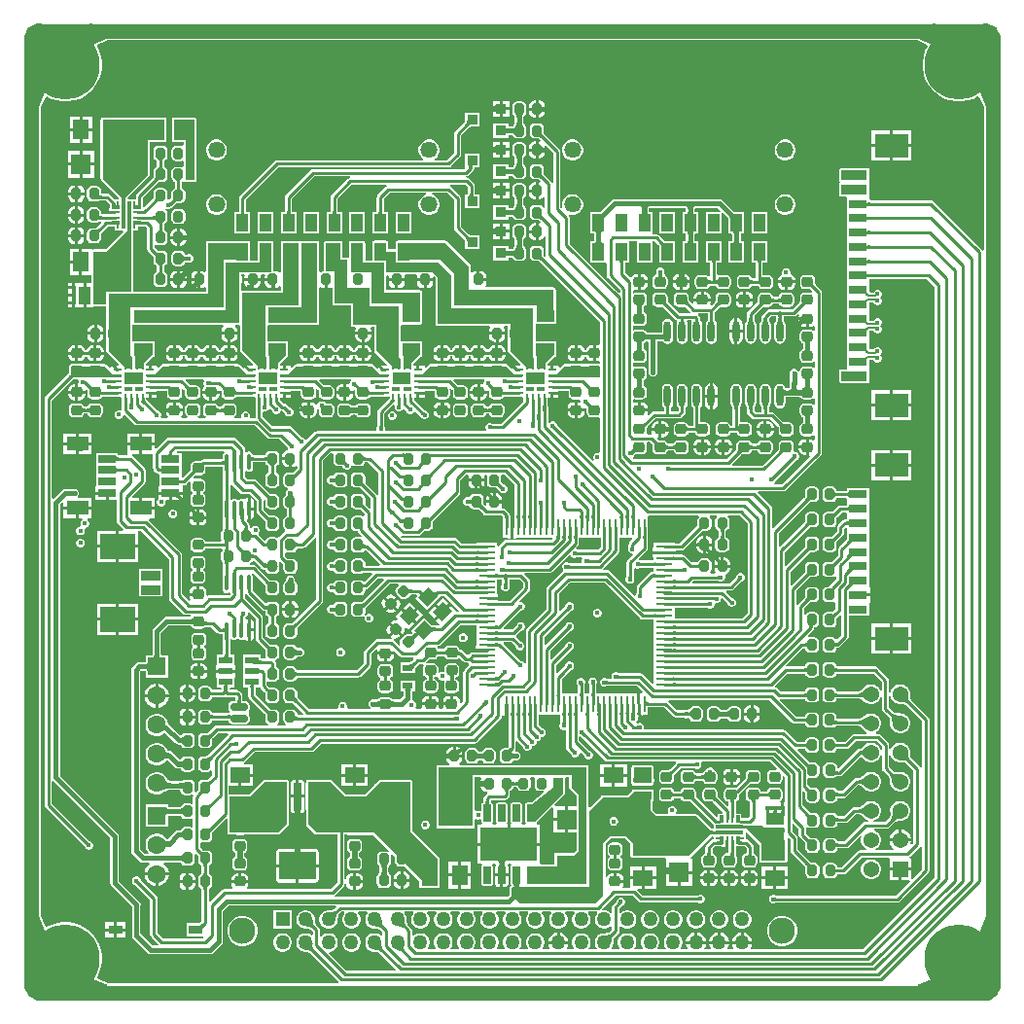
<source format=gbr>
G04*
G04 #@! TF.GenerationSoftware,Altium Limited,Altium Designer,24.1.2 (44)*
G04*
G04 Layer_Physical_Order=1*
G04 Layer_Color=255*
%FSLAX44Y44*%
%MOMM*%
G71*
G04*
G04 #@! TF.SameCoordinates,B91C3D85-37F7-440E-B7CA-D4A3DDB4B262*
G04*
G04*
G04 #@! TF.FilePolarity,Positive*
G04*
G01*
G75*
%ADD11C,0.2540*%
%ADD12C,0.3810*%
%ADD23C,1.2300*%
G04:AMPARAMS|DCode=24|XSize=1.4697mm|YSize=0.6mm|CornerRadius=0.15mm|HoleSize=0mm|Usage=FLASHONLY|Rotation=180.000|XOffset=0mm|YOffset=0mm|HoleType=Round|Shape=RoundedRectangle|*
%AMROUNDEDRECTD24*
21,1,1.4697,0.3000,0,0,180.0*
21,1,1.1697,0.6000,0,0,180.0*
1,1,0.3000,-0.5849,0.1500*
1,1,0.3000,0.5849,0.1500*
1,1,0.3000,0.5849,-0.1500*
1,1,0.3000,-0.5849,-0.1500*
%
%ADD24ROUNDEDRECTD24*%
G04:AMPARAMS|DCode=25|XSize=1.55mm|YSize=0.6mm|CornerRadius=0.03mm|HoleSize=0mm|Usage=FLASHONLY|Rotation=270.000|XOffset=0mm|YOffset=0mm|HoleType=Round|Shape=RoundedRectangle|*
%AMROUNDEDRECTD25*
21,1,1.5500,0.5400,0,0,270.0*
21,1,1.4900,0.6000,0,0,270.0*
1,1,0.0600,-0.2700,-0.7450*
1,1,0.0600,-0.2700,0.7450*
1,1,0.0600,0.2700,0.7450*
1,1,0.0600,0.2700,-0.7450*
%
%ADD25ROUNDEDRECTD25*%
%ADD26R,4.9000X2.9500*%
%ADD27R,3.0000X2.1000*%
%ADD28R,1.6000X0.8000*%
%ADD29R,0.9500X0.9000*%
G04:AMPARAMS|DCode=30|XSize=1.1mm|YSize=1.3mm|CornerRadius=0mm|HoleSize=0mm|Usage=FLASHONLY|Rotation=135.000|XOffset=0mm|YOffset=0mm|HoleType=Round|Shape=Rectangle|*
%AMROTATEDRECTD30*
4,1,4,0.8485,0.0707,-0.0707,-0.8485,-0.8485,-0.0707,0.0707,0.8485,0.8485,0.0707,0.0*
%
%ADD30ROTATEDRECTD30*%

%ADD31R,1.5000X1.0000*%
%ADD32R,1.8000X1.4000*%
%ADD33R,1.4000X1.8000*%
G04:AMPARAMS|DCode=34|XSize=0.95mm|YSize=0.85mm|CornerRadius=0.2125mm|HoleSize=0mm|Usage=FLASHONLY|Rotation=180.000|XOffset=0mm|YOffset=0mm|HoleType=Round|Shape=RoundedRectangle|*
%AMROUNDEDRECTD34*
21,1,0.9500,0.4250,0,0,180.0*
21,1,0.5250,0.8500,0,0,180.0*
1,1,0.4250,-0.2625,0.2125*
1,1,0.4250,0.2625,0.2125*
1,1,0.4250,0.2625,-0.2125*
1,1,0.4250,-0.2625,-0.2125*
%
%ADD34ROUNDEDRECTD34*%
G04:AMPARAMS|DCode=35|XSize=0.95mm|YSize=0.85mm|CornerRadius=0.2125mm|HoleSize=0mm|Usage=FLASHONLY|Rotation=90.000|XOffset=0mm|YOffset=0mm|HoleType=Round|Shape=RoundedRectangle|*
%AMROUNDEDRECTD35*
21,1,0.9500,0.4250,0,0,90.0*
21,1,0.5250,0.8500,0,0,90.0*
1,1,0.4250,0.2125,0.2625*
1,1,0.4250,0.2125,-0.2625*
1,1,0.4250,-0.2125,-0.2625*
1,1,0.4250,-0.2125,0.2625*
%
%ADD35ROUNDEDRECTD35*%
G04:AMPARAMS|DCode=36|XSize=0.95mm|YSize=0.85mm|CornerRadius=0.2125mm|HoleSize=0mm|Usage=FLASHONLY|Rotation=315.000|XOffset=0mm|YOffset=0mm|HoleType=Round|Shape=RoundedRectangle|*
%AMROUNDEDRECTD36*
21,1,0.9500,0.4250,0,0,315.0*
21,1,0.5250,0.8500,0,0,315.0*
1,1,0.4250,0.0354,-0.3359*
1,1,0.4250,-0.3359,0.0354*
1,1,0.4250,-0.0354,0.3359*
1,1,0.4250,0.3359,-0.0354*
%
%ADD36ROUNDEDRECTD36*%
G04:AMPARAMS|DCode=37|XSize=0.95mm|YSize=0.85mm|CornerRadius=0.2125mm|HoleSize=0mm|Usage=FLASHONLY|Rotation=45.000|XOffset=0mm|YOffset=0mm|HoleType=Round|Shape=RoundedRectangle|*
%AMROUNDEDRECTD37*
21,1,0.9500,0.4250,0,0,45.0*
21,1,0.5250,0.8500,0,0,45.0*
1,1,0.4250,0.3359,0.0354*
1,1,0.4250,-0.0354,-0.3359*
1,1,0.4250,-0.3359,-0.0354*
1,1,0.4250,0.0354,0.3359*
%
%ADD37ROUNDEDRECTD37*%
%ADD38R,1.9050X1.2954*%
%ADD39R,1.5494X0.6604*%
%ADD40R,1.8000X1.8000*%
%ADD41R,1.8000X1.8000*%
%ADD42R,1.2000X0.6000*%
%ADD43R,1.0000X1.5000*%
%ADD44R,1.4732X0.2794*%
%ADD45R,0.2794X1.4732*%
%ADD46R,0.2500X0.6500*%
%ADD47R,0.3000X0.6500*%
%ADD48R,0.6500X0.2500*%
%ADD49R,2.4000X0.3000*%
%ADD50R,0.6500X0.3000*%
%ADD51R,0.3000X2.4000*%
%ADD52R,0.9000X0.6000*%
%ADD53R,1.7018X0.8128*%
%ADD54R,3.0988X2.2098*%
%ADD55R,0.3000X0.4500*%
%ADD56R,0.4500X0.3000*%
%ADD57R,2.9500X3.5000*%
%ADD58R,1.5000X0.7000*%
%ADD59R,1.5000X0.8000*%
%ADD60R,0.7000X1.5000*%
%ADD61R,0.8000X1.5000*%
%ADD62O,0.3500X1.4000*%
%ADD63R,0.6500X0.3000*%
%ADD64R,0.7000X1.0000*%
%ADD65R,0.6500X0.2286*%
%ADD66O,0.6000X1.8000*%
%ADD67R,1.2000X0.8000*%
G04:AMPARAMS|DCode=68|XSize=0.7mm|YSize=2.4mm|CornerRadius=0.049mm|HoleSize=0mm|Usage=FLASHONLY|Rotation=0.000|XOffset=0mm|YOffset=0mm|HoleType=Round|Shape=RoundedRectangle|*
%AMROUNDEDRECTD68*
21,1,0.7000,2.3020,0,0,0.0*
21,1,0.6020,2.4000,0,0,0.0*
1,1,0.0980,0.3010,-1.1510*
1,1,0.0980,-0.3010,-1.1510*
1,1,0.0980,-0.3010,1.1510*
1,1,0.0980,0.3010,1.1510*
%
%ADD68ROUNDEDRECTD68*%
G04:AMPARAMS|DCode=69|XSize=3.2mm|YSize=2.4mm|CornerRadius=0.048mm|HoleSize=0mm|Usage=FLASHONLY|Rotation=0.000|XOffset=0mm|YOffset=0mm|HoleType=Round|Shape=RoundedRectangle|*
%AMROUNDEDRECTD69*
21,1,3.2000,2.3040,0,0,0.0*
21,1,3.1040,2.4000,0,0,0.0*
1,1,0.0960,1.5520,-1.1520*
1,1,0.0960,-1.5520,-1.1520*
1,1,0.0960,-1.5520,1.1520*
1,1,0.0960,1.5520,1.1520*
%
%ADD69ROUNDEDRECTD69*%
%ADD128R,1.6000X1.0000*%
%ADD129R,1.0000X1.6000*%
%ADD130C,0.1800*%
%ADD131R,1.3000X0.3010*%
%ADD132R,2.2804X0.8108*%
%ADD133R,1.5332X1.4105*%
%ADD134R,1.5972X0.9972*%
%ADD135C,0.3000*%
%ADD136R,1.3700X1.3700*%
%ADD137C,1.3700*%
%ADD138C,1.4580*%
%ADD139C,1.2580*%
%ADD140R,1.2580X1.2580*%
%ADD141C,2.3000*%
%ADD142C,1.0000*%
%ADD143C,6.0000*%
%ADD144C,1.6000*%
%ADD145R,1.6000X1.6000*%
%ADD146C,0.4000*%
G36*
X72652Y837497D02*
X60031Y831958D01*
X36000Y840539D01*
X16444Y833556D01*
X9461Y814000D01*
X18041Y789969D01*
X12503Y777348D01*
X203Y791409D01*
X5264Y814000D01*
X203Y836591D01*
X11965Y837935D01*
Y837959D01*
X12003Y837997D01*
X12077Y837997D01*
X13409Y849797D01*
X36000Y844736D01*
X58591Y849797D01*
X72652Y837497D01*
D02*
G37*
G36*
X837941Y838035D02*
X837959D01*
X837997Y837997D01*
X837997Y837914D01*
X849803Y836551D01*
X849736Y835727D01*
X849535Y834425D01*
X847394Y824422D01*
X844868Y814000D01*
X847394Y803578D01*
X849535Y793575D01*
X849736Y792273D01*
X849803Y791449D01*
X837503Y777355D01*
X831991Y789993D01*
X840533Y814000D01*
X833577Y833548D01*
X814000Y840539D01*
X789968Y831958D01*
X777347Y837496D01*
X791408Y849797D01*
X814000Y844736D01*
X836592Y849797D01*
X837941Y838035D01*
D02*
G37*
G36*
X156323Y835648D02*
X416322D01*
X426322Y835648D01*
X696321D01*
X706321Y835648D01*
X777043D01*
X786168Y831643D01*
X786534Y830096D01*
X784548Y826199D01*
X783002Y821442D01*
X782220Y816501D01*
Y811499D01*
X783002Y806558D01*
X784548Y801801D01*
X786819Y797344D01*
X789760Y793297D01*
X793297Y789760D01*
X797344Y786819D01*
X801801Y784548D01*
X806558Y783002D01*
X811499Y782220D01*
X816501D01*
X821442Y783002D01*
X826199Y784548D01*
X830127Y786550D01*
X831667Y786196D01*
X835654Y777054D01*
Y706779D01*
X835654Y696779D01*
Y652655D01*
X834478Y652052D01*
X834384Y652066D01*
X833758Y653003D01*
X791463Y695299D01*
X790454Y695973D01*
X789264Y696210D01*
X737042D01*
X735780Y697402D01*
Y698550D01*
X735780Y698880D01*
Y699820D01*
X735780Y700150D01*
Y701355D01*
X735816Y701537D01*
Y709645D01*
X735780Y709828D01*
Y711050D01*
X735780Y711380D01*
Y712320D01*
X735780Y712650D01*
Y713745D01*
X735835Y714019D01*
Y722127D01*
X735780Y722401D01*
Y723880D01*
X734333D01*
X734020Y723942D01*
X711215D01*
X710521Y723804D01*
X709932Y723411D01*
X709539Y722822D01*
X709400Y722127D01*
Y714019D01*
X709539Y713325D01*
X709932Y712736D01*
X710219Y712544D01*
X710311Y712148D01*
X710306Y711481D01*
X710219Y711133D01*
X709914Y710929D01*
X709520Y710340D01*
X709382Y709645D01*
Y701537D01*
X709520Y700843D01*
X709914Y700254D01*
X710503Y699861D01*
X711197Y699723D01*
X715299D01*
X716220Y698880D01*
X716220Y698453D01*
Y687320D01*
X716220D01*
Y686380D01*
X716220D01*
Y674820D01*
X716220D01*
Y673880D01*
X716220D01*
Y662320D01*
X716220D01*
Y661380D01*
X716220D01*
Y649820D01*
X716220D01*
Y648880D01*
X716220D01*
Y637320D01*
X716220D01*
Y636380D01*
X716220D01*
Y625150D01*
X716220Y624820D01*
Y623880D01*
X716220Y623550D01*
Y612650D01*
X716220Y612320D01*
X716220D01*
Y611380D01*
X716220D01*
Y600150D01*
X716220Y599820D01*
Y598880D01*
X716220Y598550D01*
Y587320D01*
X716220D01*
Y586380D01*
X716220D01*
Y575150D01*
X716220Y574820D01*
Y573880D01*
X716220Y573550D01*
Y562650D01*
X716220Y562320D01*
X716220D01*
Y561380D01*
X716220D01*
Y550230D01*
X716220Y549820D01*
X715306Y548960D01*
X711197D01*
X710503Y548822D01*
X709914Y548429D01*
X709520Y547840D01*
X709382Y547146D01*
Y539037D01*
X709520Y538343D01*
X709914Y537754D01*
X710503Y537361D01*
X711197Y537223D01*
X734001D01*
X734491Y537320D01*
X735780D01*
Y538855D01*
X735816Y539037D01*
Y547146D01*
X735780Y547328D01*
Y548550D01*
X735780Y548880D01*
Y549820D01*
X735780Y550150D01*
Y557349D01*
X739334D01*
X739614Y556675D01*
X740677Y555611D01*
X742066Y555036D01*
X743570D01*
X744959Y555611D01*
X746023Y556675D01*
X746598Y558064D01*
Y559568D01*
X746023Y560957D01*
X745274Y561706D01*
X746023Y562455D01*
X746598Y563844D01*
Y565348D01*
X746023Y566737D01*
X744959Y567800D01*
X743570Y568376D01*
X742066D01*
X740677Y567800D01*
X739614Y566737D01*
X739356Y566114D01*
X737019D01*
X735780Y567355D01*
Y573550D01*
X735780Y573880D01*
Y574820D01*
X735780Y575150D01*
Y582471D01*
X735895Y582601D01*
X739535D01*
X739828Y581893D01*
X740891Y580830D01*
X742281Y580254D01*
X743784D01*
X745174Y580830D01*
X746237Y581893D01*
X746813Y583282D01*
Y584786D01*
X746237Y586175D01*
X745488Y586924D01*
X746237Y587673D01*
X746813Y589062D01*
Y590566D01*
X746237Y591955D01*
X745174Y593019D01*
X743784Y593594D01*
X742281D01*
X740891Y593019D01*
X739828Y591955D01*
X739584Y591366D01*
X735780D01*
Y598550D01*
X735780Y598880D01*
Y599820D01*
X735780Y600150D01*
Y607243D01*
X739570D01*
X739828Y606619D01*
X740891Y605555D01*
X742281Y604980D01*
X743784D01*
X745174Y605555D01*
X746237Y606619D01*
X746813Y608008D01*
Y609512D01*
X746237Y610901D01*
X745488Y611650D01*
X746237Y612399D01*
X746813Y613788D01*
Y615292D01*
X746237Y616681D01*
X745174Y617744D01*
X743784Y618320D01*
X742281D01*
X740891Y617744D01*
X739828Y616681D01*
X739549Y616008D01*
X736966D01*
X735780Y617203D01*
Y623550D01*
X735780Y623880D01*
Y624820D01*
X735780Y625150D01*
Y627470D01*
X735825Y627477D01*
X735969Y627490D01*
X786172D01*
X792682Y620980D01*
Y106323D01*
X730110Y43750D01*
X632913D01*
X632321Y45020D01*
X633228Y46592D01*
X633801Y48730D01*
X616199D01*
X616772Y46592D01*
X617679Y45020D01*
X617086Y43750D01*
X612913D01*
X612321Y45020D01*
X613228Y46592D01*
X613801Y48730D01*
X596199D01*
X596772Y46592D01*
X597679Y45020D01*
X597086Y43750D01*
X592913D01*
X592321Y45020D01*
X593228Y46592D01*
X593801Y48730D01*
X576199D01*
X576772Y46592D01*
X577679Y45020D01*
X577087Y43750D01*
X571822D01*
X571336Y44923D01*
X571458Y45045D01*
X572520Y46885D01*
X573070Y48938D01*
Y51062D01*
X572520Y53115D01*
X571458Y54955D01*
X569955Y56458D01*
X568115Y57520D01*
X566062Y58070D01*
X563938D01*
X561885Y57520D01*
X560045Y56458D01*
X558542Y54955D01*
X557480Y53115D01*
X556930Y51062D01*
Y48938D01*
X557480Y46885D01*
X558542Y45045D01*
X558664Y44923D01*
X558178Y43750D01*
X551822D01*
X551336Y44923D01*
X551458Y45045D01*
X552520Y46885D01*
X553070Y48938D01*
Y51062D01*
X552520Y53115D01*
X551458Y54955D01*
X549955Y56458D01*
X548115Y57520D01*
X546062Y58070D01*
X543937D01*
X541885Y57520D01*
X540045Y56458D01*
X538542Y54955D01*
X537480Y53115D01*
X536930Y51062D01*
Y48938D01*
X537480Y46885D01*
X538542Y45045D01*
X538664Y44923D01*
X538178Y43750D01*
X531822D01*
X531336Y44923D01*
X531458Y45045D01*
X532520Y46885D01*
X533070Y48938D01*
Y51062D01*
X532520Y53115D01*
X531458Y54955D01*
X529955Y56458D01*
X528115Y57520D01*
X526062Y58070D01*
X523938D01*
X521885Y57520D01*
X520045Y56458D01*
X518542Y54955D01*
X517480Y53115D01*
X516930Y51062D01*
Y48938D01*
X517480Y46885D01*
X518542Y45045D01*
X518664Y44923D01*
X518178Y43750D01*
X511822D01*
X511336Y44923D01*
X511458Y45045D01*
X512520Y46885D01*
X513070Y48938D01*
Y49861D01*
X513104Y50006D01*
X513153Y51587D01*
X513218Y52212D01*
X513312Y52789D01*
X513429Y53298D01*
X513566Y53736D01*
X513717Y54106D01*
X513877Y54409D01*
X514028Y54630D01*
X517196Y57798D01*
X517196Y57798D01*
X517870Y58807D01*
X518107Y59997D01*
Y63685D01*
X519377Y64211D01*
X520045Y63542D01*
X521885Y62480D01*
X523938Y61930D01*
X526062D01*
X528115Y62480D01*
X529955Y63542D01*
X531458Y65045D01*
X532520Y66885D01*
X533070Y68938D01*
Y71062D01*
X532520Y73115D01*
X531458Y74955D01*
X529955Y76458D01*
X528115Y77520D01*
X526062Y78070D01*
X523938D01*
X521885Y77520D01*
X520045Y76458D01*
X519377Y75789D01*
X518107Y76315D01*
Y79623D01*
X520048Y81564D01*
X520182D01*
X521571Y82140D01*
X522635Y83203D01*
X523210Y84592D01*
Y86096D01*
X522635Y87485D01*
X521571Y88548D01*
X520182Y89124D01*
X518678D01*
X517289Y88548D01*
X516226Y87485D01*
X515650Y86096D01*
Y85962D01*
X512798Y83110D01*
X512124Y82101D01*
X511887Y80911D01*
Y76322D01*
X510617Y75795D01*
X509955Y76458D01*
X508115Y77520D01*
X506062Y78070D01*
X503937D01*
X503545Y77965D01*
X502888Y79104D01*
X514655Y90870D01*
X529606D01*
X534833Y85644D01*
X535842Y84969D01*
X537032Y84733D01*
X586557D01*
X586701Y84588D01*
X588090Y84013D01*
X589594D01*
X590983Y84588D01*
X592047Y85652D01*
X592622Y87041D01*
Y88545D01*
X592047Y89934D01*
X590983Y90997D01*
X589594Y91573D01*
X588090D01*
X586701Y90997D01*
X586656Y90952D01*
X538320D01*
X533824Y95448D01*
X534350Y96718D01*
X537538D01*
Y104988D01*
X527268D01*
Y97090D01*
X521691D01*
X521012Y98360D01*
X521471Y99047D01*
X521833Y100867D01*
Y101722D01*
X514452D01*
Y102992D01*
X513182D01*
Y109873D01*
X511827D01*
X510007Y109511D01*
X508464Y108480D01*
X507433Y106937D01*
X507375Y106646D01*
X506105Y106771D01*
Y136003D01*
X510463Y140362D01*
X511501D01*
X511827Y140297D01*
X517077D01*
X517403Y140362D01*
X523574D01*
X527932Y136005D01*
Y125203D01*
X528028Y124719D01*
Y123478D01*
X529292D01*
X529746Y123388D01*
X557812D01*
X558715Y122502D01*
X558715Y122118D01*
Y112232D01*
X570255D01*
X581795D01*
Y122502D01*
X580283D01*
X579897Y123772D01*
X580068Y123886D01*
X598370Y142188D01*
X599674D01*
X600374Y141117D01*
X600258Y139847D01*
X599068Y139610D01*
X598059Y138936D01*
X593970Y134847D01*
X593296Y133838D01*
X593059Y132648D01*
Y127705D01*
X593046Y127555D01*
X593030Y127458D01*
X592020Y127257D01*
X590728Y126394D01*
X589865Y125102D01*
X589562Y123578D01*
Y119328D01*
X589865Y117805D01*
X590728Y116513D01*
X592020Y115650D01*
X593544Y115347D01*
X598793D01*
X600317Y115650D01*
X601609Y116513D01*
X602472Y117805D01*
X602775Y119328D01*
Y123578D01*
X602472Y125102D01*
X601609Y126394D01*
X600317Y127257D01*
X599307Y127458D01*
X599291Y127555D01*
X599278Y127705D01*
Y131360D01*
X601546Y133628D01*
X606973D01*
X608165Y132927D01*
Y132927D01*
X610685D01*
Y138717D01*
X613225D01*
Y132927D01*
X613317D01*
Y127618D01*
X613312Y127560D01*
X611328D01*
X609804Y127257D01*
X608512Y126394D01*
X607649Y125102D01*
X607346Y123578D01*
Y119328D01*
X607649Y117805D01*
X608512Y116513D01*
X609804Y115650D01*
X611328Y115347D01*
X616578D01*
X618101Y115650D01*
X619393Y116513D01*
X620256Y117805D01*
X620559Y119328D01*
Y123578D01*
X620343Y124666D01*
X620343Y124679D01*
X620337Y124697D01*
X620256Y125102D01*
X620103Y125331D01*
X620098Y125343D01*
X619972Y125549D01*
X619889Y125712D01*
X619810Y125898D01*
X619738Y126107D01*
X619674Y126340D01*
X619618Y126599D01*
X619577Y126863D01*
X619537Y127338D01*
Y133687D01*
X621133D01*
X621433Y133628D01*
X621433Y133628D01*
X627159D01*
X628843Y131944D01*
Y127700D01*
X628830Y127554D01*
X627338Y127257D01*
X626046Y126394D01*
X625183Y125102D01*
X624880Y123578D01*
Y119328D01*
X625183Y117805D01*
X626046Y116513D01*
X627338Y115650D01*
X628862Y115347D01*
X634112D01*
X635635Y115650D01*
X636927Y116513D01*
X637790Y117805D01*
X638093Y119328D01*
Y123578D01*
X637790Y125102D01*
X636927Y126394D01*
X635635Y127257D01*
X635102Y127363D01*
X635076Y127528D01*
X635062Y127687D01*
Y133232D01*
X634826Y134422D01*
X634151Y135431D01*
X630646Y138936D01*
X629637Y139610D01*
X628447Y139847D01*
X627983D01*
Y142178D01*
X627994D01*
Y145517D01*
X629264Y146044D01*
X640376Y134931D01*
Y120979D01*
X640514Y120284D01*
X640908Y119695D01*
X641497Y119302D01*
X642191Y119164D01*
X642482Y119221D01*
X662534D01*
X663229Y119360D01*
X663818Y119753D01*
X663828Y119764D01*
X664222Y120352D01*
X664360Y121047D01*
Y123478D01*
X664416D01*
Y140690D01*
X665560Y141343D01*
X667209Y139693D01*
Y129665D01*
X667446Y128475D01*
X668120Y127466D01*
X679714Y115872D01*
X679932Y115627D01*
X680181Y115315D01*
X680144Y115125D01*
Y109875D01*
X680447Y108351D01*
X681310Y107060D01*
X682601Y106197D01*
X684125Y105893D01*
X688375D01*
X689899Y106197D01*
X691190Y107060D01*
X692054Y108351D01*
X692356Y109875D01*
Y115125D01*
X692054Y116649D01*
X691190Y117940D01*
X689899Y118803D01*
X688375Y119107D01*
X685564D01*
X685335Y119252D01*
X684967Y119524D01*
X684127Y120254D01*
X673428Y130953D01*
Y140982D01*
X673192Y142172D01*
X672518Y143181D01*
X668731Y146967D01*
Y152996D01*
X669904Y153482D01*
X674485Y148902D01*
Y143497D01*
X674722Y142308D01*
X675396Y141299D01*
X679401Y137294D01*
X679794Y136870D01*
X680068Y136528D01*
X680144Y136420D01*
Y131718D01*
X680447Y130194D01*
X681310Y128902D01*
X682601Y128039D01*
X684125Y127736D01*
X688375D01*
X689899Y128039D01*
X691190Y128902D01*
X692054Y130194D01*
X692356Y131718D01*
Y136967D01*
X692054Y138491D01*
X691190Y139783D01*
X689899Y140646D01*
X688375Y140949D01*
X684673D01*
X684585Y141010D01*
X683903Y141587D01*
X680705Y144786D01*
Y149621D01*
X681883Y150325D01*
X681929Y150331D01*
X682601Y149882D01*
X684125Y149579D01*
X688375D01*
X689899Y149882D01*
X691190Y150745D01*
X692054Y152036D01*
X692357Y153560D01*
Y158810D01*
X692054Y160334D01*
X691190Y161625D01*
X689899Y162488D01*
X688375Y162792D01*
X684983D01*
X684820Y162905D01*
X684139Y163482D01*
X677862Y169758D01*
Y181000D01*
X679036Y181486D01*
X679426Y181096D01*
X679820Y180671D01*
X680095Y180329D01*
X680144Y180258D01*
Y175403D01*
X680447Y173879D01*
X681310Y172587D01*
X682601Y171724D01*
X684125Y171421D01*
X688375D01*
X689899Y171724D01*
X691190Y172587D01*
X692054Y173879D01*
X692357Y175403D01*
Y180653D01*
X692054Y182176D01*
X691190Y183468D01*
X689899Y184331D01*
X688375Y184634D01*
X684826D01*
X684702Y184721D01*
X684019Y185298D01*
X682060Y187258D01*
Y192517D01*
X683330Y193422D01*
X684125Y193263D01*
X688375D01*
X689899Y193567D01*
X691190Y194430D01*
X692054Y195721D01*
X692357Y197245D01*
Y202495D01*
X692054Y204019D01*
X691190Y205310D01*
X689899Y206173D01*
X688375Y206476D01*
X684507D01*
X684460Y206509D01*
X683777Y207087D01*
X673435Y217429D01*
X673921Y218603D01*
X679594D01*
X679743Y218590D01*
X679841Y218574D01*
X680042Y217564D01*
X680905Y216272D01*
X682197Y215409D01*
X683720Y215106D01*
X687970D01*
X689494Y215409D01*
X690786Y216272D01*
X691649Y217564D01*
X691952Y219088D01*
Y224338D01*
X691649Y225861D01*
X690786Y227153D01*
X689494Y228016D01*
X687970Y228319D01*
X683720D01*
X682197Y228016D01*
X680905Y227153D01*
X680042Y225861D01*
X679841Y224851D01*
X679743Y224835D01*
X679594Y224822D01*
X672417D01*
X662973Y234266D01*
X661964Y234941D01*
X660774Y235177D01*
X540106D01*
X539400Y236233D01*
X539519Y236521D01*
Y238024D01*
X538944Y239414D01*
X537881Y240477D01*
X536491Y241053D01*
X534987D01*
X534044Y240662D01*
X533607D01*
X533081Y241932D01*
X533720Y242571D01*
X534295Y243960D01*
Y245464D01*
X534028Y246108D01*
X534854Y247378D01*
X538937D01*
Y248138D01*
X543177D01*
Y254636D01*
X543208Y254641D01*
X543358Y254654D01*
X557025D01*
X564908Y246771D01*
X565917Y246097D01*
X567107Y245860D01*
X574303D01*
X574398Y245765D01*
X575787Y245190D01*
X577291D01*
X577556Y245300D01*
X578947Y244821D01*
X579810Y243529D01*
X581101Y242666D01*
X582625Y242363D01*
X586875D01*
X588399Y242666D01*
X589690Y243529D01*
X590554Y244821D01*
X590857Y246345D01*
Y251595D01*
X590554Y253118D01*
X589690Y254410D01*
X588399Y255273D01*
X586875Y255576D01*
X582625D01*
X581101Y255273D01*
X579810Y254410D01*
X578947Y253118D01*
X577556Y252640D01*
X577291Y252750D01*
X575787D01*
X574398Y252174D01*
X574303Y252080D01*
X568395D01*
X560805Y259670D01*
X561181Y260826D01*
X561270Y260940D01*
X648856D01*
X668440Y241356D01*
X669449Y240682D01*
X670639Y240445D01*
X670639Y240445D01*
X679594D01*
X679743Y240432D01*
X679841Y240416D01*
X680042Y239406D01*
X680905Y238115D01*
X682197Y237252D01*
X683720Y236949D01*
X687970D01*
X689494Y237252D01*
X690786Y238115D01*
X691649Y239406D01*
X691952Y240930D01*
Y246180D01*
X691649Y247704D01*
X690786Y248995D01*
X689494Y249858D01*
X687970Y250161D01*
X683720D01*
X682197Y249858D01*
X680905Y248995D01*
X680042Y247704D01*
X679841Y246694D01*
X679743Y246678D01*
X679594Y246665D01*
X671927D01*
X657714Y260878D01*
X658240Y262148D01*
X679597D01*
X679748Y262135D01*
X679870Y262115D01*
X680042Y261249D01*
X680905Y259957D01*
X682197Y259094D01*
X683720Y258791D01*
X687970D01*
X689494Y259094D01*
X690786Y259957D01*
X691649Y261249D01*
X691952Y262773D01*
Y268022D01*
X691649Y269546D01*
X690786Y270838D01*
X689494Y271701D01*
X687970Y272004D01*
X683720D01*
X682197Y271701D01*
X680905Y270838D01*
X680042Y269546D01*
X679812Y268391D01*
X679744Y268380D01*
X679594Y268367D01*
X658267D01*
X655065Y271569D01*
X654141Y272187D01*
X654043Y272303D01*
X653756Y273598D01*
X664288Y284130D01*
X679594D01*
X679743Y284117D01*
X679841Y284101D01*
X680042Y283091D01*
X680905Y281800D01*
X682197Y280937D01*
X683720Y280634D01*
X687970D01*
X689494Y280937D01*
X690786Y281800D01*
X691649Y283091D01*
X691952Y284615D01*
Y289865D01*
X691649Y291389D01*
X690786Y292680D01*
X689494Y293543D01*
X687970Y293846D01*
X683720D01*
X682197Y293543D01*
X680905Y292680D01*
X680042Y291389D01*
X679841Y290379D01*
X679743Y290363D01*
X679594Y290350D01*
X663963D01*
X663437Y291620D01*
X677790Y305973D01*
X679594D01*
X679743Y305960D01*
X679841Y305944D01*
X680042Y304934D01*
X680905Y303642D01*
X682197Y302779D01*
X683720Y302476D01*
X687970D01*
X689494Y302779D01*
X690786Y303642D01*
X691649Y304934D01*
X691952Y306458D01*
Y311707D01*
X691649Y313231D01*
X690786Y314523D01*
X689494Y315386D01*
X687970Y315689D01*
X683720D01*
X683556Y315656D01*
X682158Y316673D01*
X682122Y316975D01*
X686927Y321780D01*
X687601Y322789D01*
X687838Y323979D01*
Y324319D01*
X687970D01*
X689494Y324622D01*
X690786Y325485D01*
X691649Y326776D01*
X691952Y328300D01*
Y333550D01*
X691649Y335074D01*
X690786Y336365D01*
X689494Y337229D01*
X687970Y337532D01*
X683720D01*
X682197Y337229D01*
X680905Y336365D01*
X680393Y335599D01*
X679123Y335984D01*
Y341147D01*
X683394Y345418D01*
X683818Y345812D01*
X684160Y346086D01*
X684268Y346161D01*
X687970D01*
X689494Y346464D01*
X690786Y347327D01*
X691649Y348619D01*
X691952Y350143D01*
Y355392D01*
X691649Y356916D01*
X690786Y358208D01*
X689494Y359071D01*
X687970Y359374D01*
X683720D01*
X682197Y359071D01*
X680905Y358208D01*
X680042Y356916D01*
X679739Y355392D01*
Y350690D01*
X679678Y350603D01*
X679100Y349920D01*
X673814Y344634D01*
X673374Y343976D01*
X672104Y344361D01*
Y355971D01*
X683394Y367261D01*
X683818Y367654D01*
X684160Y367928D01*
X684268Y368004D01*
X687970D01*
X689494Y368307D01*
X690786Y369170D01*
X691649Y370461D01*
X691952Y371985D01*
Y377235D01*
X691649Y378759D01*
X690786Y380050D01*
X689494Y380914D01*
X687970Y381217D01*
X683720D01*
X682197Y380914D01*
X680905Y380050D01*
X680042Y378759D01*
X679739Y377235D01*
Y372533D01*
X679678Y372445D01*
X679100Y371763D01*
X668460Y361123D01*
X667286Y361609D01*
Y372996D01*
X683394Y389103D01*
X683818Y389497D01*
X684160Y389771D01*
X684268Y389846D01*
X687970D01*
X689494Y390149D01*
X690786Y391012D01*
X691649Y392304D01*
X691952Y393828D01*
Y399077D01*
X691649Y400601D01*
X690786Y401893D01*
X689494Y402756D01*
X687970Y403059D01*
X683720D01*
X682197Y402756D01*
X680905Y401893D01*
X680042Y400601D01*
X679739Y399077D01*
Y394375D01*
X679678Y394288D01*
X679100Y393605D01*
X663383Y377889D01*
X662210Y378375D01*
Y389762D01*
X683394Y410946D01*
X683818Y411339D01*
X684160Y411613D01*
X684268Y411688D01*
X687970D01*
X689494Y411992D01*
X690786Y412855D01*
X691649Y414146D01*
X691952Y415670D01*
Y420920D01*
X691649Y422444D01*
X690786Y423735D01*
X689494Y424599D01*
X687970Y424902D01*
X683720D01*
X682197Y424599D01*
X680905Y423735D01*
X680042Y422444D01*
X679739Y420920D01*
Y416218D01*
X679678Y416130D01*
X679100Y415448D01*
X658142Y394490D01*
X656872Y395016D01*
Y406267D01*
X683394Y432788D01*
X683818Y433182D01*
X684160Y433456D01*
X684268Y433531D01*
X687970D01*
X689494Y433834D01*
X690786Y434697D01*
X691649Y435989D01*
X691952Y437513D01*
Y442762D01*
X691649Y444286D01*
X690786Y445578D01*
X689494Y446441D01*
X687970Y446744D01*
X683720D01*
X682197Y446441D01*
X680905Y445578D01*
X680042Y444286D01*
X679739Y442762D01*
Y438060D01*
X679678Y437973D01*
X679100Y437290D01*
X652362Y410552D01*
X651092Y411078D01*
Y427767D01*
X650855Y428957D01*
X650181Y429966D01*
X638753Y441394D01*
X639239Y442567D01*
X660837D01*
X662027Y442804D01*
X663036Y443478D01*
X693664Y474107D01*
X694338Y475116D01*
X694575Y476306D01*
X694575Y476306D01*
Y615989D01*
X694338Y617180D01*
X693664Y618189D01*
X689334Y622519D01*
X688940Y622942D01*
X688666Y623285D01*
X688591Y623393D01*
Y627095D01*
X688288Y628619D01*
X687425Y629910D01*
X686133Y630773D01*
X684610Y631077D01*
X679360D01*
X677836Y630773D01*
X676544Y629910D01*
X675681Y628619D01*
X675378Y627095D01*
Y622845D01*
X675681Y621321D01*
X676544Y620030D01*
X677836Y619167D01*
X679360Y618863D01*
X684062D01*
X684149Y618803D01*
X684832Y618225D01*
X686154Y616903D01*
X686123Y616570D01*
X684754Y615548D01*
X684610Y615577D01*
X679360D01*
X677836Y615273D01*
X676544Y614410D01*
X675681Y613119D01*
X675378Y611595D01*
Y607893D01*
X675317Y607805D01*
X674740Y607123D01*
X668896Y601280D01*
X648970D01*
X647780Y601043D01*
X646771Y600369D01*
X642961Y596559D01*
X642287Y595550D01*
X642050Y594360D01*
Y592441D01*
X642031Y592124D01*
X641982Y591691D01*
X641714Y591511D01*
X640657Y589930D01*
X640286Y588065D01*
Y576065D01*
X640657Y574200D01*
X641714Y572619D01*
X643295Y571562D01*
X645160Y571191D01*
X647025Y571562D01*
X648606Y572619D01*
X649663Y574200D01*
X650034Y576065D01*
Y588065D01*
X649663Y589930D01*
X648606Y591511D01*
X648341Y591689D01*
X648270Y592524D01*
Y593072D01*
X650258Y595060D01*
X654371D01*
X654517Y595034D01*
X654623Y594999D01*
X654661Y594978D01*
X654665Y594975D01*
X654668Y594971D01*
X654689Y594933D01*
X654724Y594827D01*
X654750Y594681D01*
Y592441D01*
X654731Y592124D01*
X654682Y591691D01*
X654414Y591511D01*
X653357Y589930D01*
X652986Y588065D01*
Y576065D01*
X653357Y574200D01*
X654414Y572619D01*
X655995Y571562D01*
X657860Y571191D01*
X659725Y571562D01*
X661306Y572619D01*
X662363Y574200D01*
X662734Y576065D01*
Y588065D01*
X662363Y589930D01*
X661306Y591511D01*
X661040Y591689D01*
X660970Y592524D01*
Y594681D01*
X660996Y594827D01*
X661031Y594933D01*
X661052Y594971D01*
X661055Y594975D01*
X661059Y594978D01*
X661097Y594999D01*
X661203Y595034D01*
X661349Y595060D01*
X670184D01*
X671375Y595297D01*
X672383Y595971D01*
X673739Y597327D01*
X673900Y597257D01*
X674787Y596578D01*
X674478Y595028D01*
Y594173D01*
X681860D01*
Y592902D01*
X683130D01*
Y586021D01*
X684484D01*
X686305Y586383D01*
X687085Y586905D01*
X688355Y586226D01*
Y583049D01*
X687877Y582729D01*
X687085Y582486D01*
X686008Y583206D01*
X684484Y583509D01*
X679234D01*
X677711Y583206D01*
X676419Y582343D01*
X675556Y581051D01*
X675253Y579528D01*
Y575277D01*
X675556Y573754D01*
X676419Y572462D01*
X677711Y571599D01*
X677898Y571562D01*
X677912Y571524D01*
X678001Y571151D01*
X678075Y570655D01*
X678102Y570302D01*
Y567936D01*
X678075Y567582D01*
X678001Y567086D01*
X677912Y566713D01*
X677898Y566676D01*
X677711Y566638D01*
X676419Y565775D01*
X675556Y564484D01*
X675253Y562960D01*
Y558710D01*
X675556Y557186D01*
X676419Y555895D01*
X677711Y555032D01*
X679234Y554729D01*
X684484D01*
X686008Y555032D01*
X687085Y555751D01*
X687877Y555509D01*
X688355Y555189D01*
Y550981D01*
X687877Y550661D01*
X687085Y550419D01*
X686008Y551138D01*
X684484Y551441D01*
X679234D01*
X677711Y551138D01*
X676419Y550275D01*
X675556Y548984D01*
X675253Y547460D01*
Y547034D01*
X673983Y546782D01*
X673549Y547830D01*
X672485Y548894D01*
X671096Y549469D01*
X669592D01*
X668203Y548894D01*
X667140Y547830D01*
X666564Y546441D01*
Y544937D01*
X666587Y544882D01*
Y537496D01*
X666498Y537047D01*
Y533700D01*
X666433Y533336D01*
X666335Y533040D01*
X666225Y532837D01*
X666108Y532693D01*
X665964Y532576D01*
X665760Y532466D01*
X665464Y532367D01*
X665100Y532303D01*
X663781D01*
X663474Y532329D01*
X663036Y532399D01*
X662713Y532483D01*
X662537Y532552D01*
X662363Y533430D01*
X661306Y535011D01*
X659725Y536068D01*
X657860Y536439D01*
X655995Y536068D01*
X654414Y535011D01*
X653357Y533430D01*
X652986Y531565D01*
Y519565D01*
X653357Y517700D01*
X654414Y516119D01*
X655995Y515062D01*
X657860Y514691D01*
X659725Y515062D01*
X661306Y516119D01*
X662363Y517700D01*
X662734Y519565D01*
Y524596D01*
X662771Y524611D01*
X663077Y524693D01*
X663501Y524763D01*
X663800Y524789D01*
X674206D01*
X674376Y524776D01*
X674825Y524716D01*
X675207Y524638D01*
X675522Y524546D01*
X675770Y524448D01*
X675952Y524352D01*
X676077Y524264D01*
X676158Y524188D01*
X676290Y524021D01*
X676419Y523827D01*
X677711Y522964D01*
X679235Y522661D01*
X684484D01*
X686008Y522964D01*
X687085Y523684D01*
X687877Y523441D01*
X688355Y523121D01*
Y518914D01*
X687877Y518594D01*
X687085Y518351D01*
X686008Y519071D01*
X684484Y519374D01*
X679235D01*
X677711Y519071D01*
X676419Y518208D01*
X675556Y516916D01*
X675253Y515392D01*
Y511143D01*
X675556Y509619D01*
X676419Y508327D01*
X677711Y507464D01*
X677898Y507427D01*
X677912Y507389D01*
X678001Y507016D01*
X678075Y506520D01*
X678102Y506167D01*
Y503801D01*
X678075Y503447D01*
X678001Y502952D01*
X677912Y502578D01*
X677898Y502541D01*
X677711Y502503D01*
X676419Y501640D01*
X675556Y500349D01*
X675253Y498825D01*
Y494575D01*
X675556Y493051D01*
X676419Y491760D01*
X677711Y490896D01*
X679235Y490593D01*
X684484D01*
X686008Y490896D01*
X687085Y491616D01*
X687877Y491374D01*
X688355Y491054D01*
Y487877D01*
X687085Y487198D01*
X686305Y487719D01*
X684484Y488081D01*
X683130D01*
Y481200D01*
Y474319D01*
X683284D01*
X683810Y473049D01*
X659549Y448787D01*
X653634D01*
X653108Y450057D01*
X653740Y450689D01*
X654316Y452078D01*
Y452250D01*
X671547Y469481D01*
X671643D01*
X673032Y470057D01*
X674096Y471120D01*
X674671Y472509D01*
Y474013D01*
X674096Y475402D01*
X673032Y476466D01*
X671643Y477041D01*
X670843D01*
X670804Y477060D01*
X669885Y478195D01*
X669880Y478214D01*
X670051Y479075D01*
Y483325D01*
X669748Y484849D01*
X668885Y486140D01*
X667594Y487003D01*
X666070Y487307D01*
X660820D01*
X659296Y487003D01*
X658005Y486140D01*
X657141Y484849D01*
X656838Y483325D01*
Y479623D01*
X656777Y479535D01*
X656200Y478853D01*
X642606Y465259D01*
X616619D01*
X616093Y466529D01*
X623915Y474351D01*
X624338Y474744D01*
X624681Y475018D01*
X624789Y475093D01*
X629491D01*
X631015Y475396D01*
X632306Y476260D01*
X633170Y477551D01*
X633269Y478051D01*
X633430Y478077D01*
X633594Y478090D01*
X638428D01*
X638591Y478077D01*
X638753Y478051D01*
X638852Y477551D01*
X639715Y476260D01*
X641007Y475396D01*
X642531Y475093D01*
X647781D01*
X649304Y475396D01*
X650596Y476260D01*
X651459Y477551D01*
X651762Y479075D01*
Y483325D01*
X651459Y484849D01*
X650596Y486140D01*
X649304Y487003D01*
X647781Y487307D01*
X642531D01*
X641007Y487003D01*
X639715Y486140D01*
X638852Y484849D01*
X638753Y484349D01*
X638591Y484323D01*
X638428Y484310D01*
X633594D01*
X633430Y484323D01*
X633269Y484349D01*
X633170Y484849D01*
X632306Y486140D01*
X631015Y487003D01*
X629491Y487307D01*
X624241D01*
X622717Y487003D01*
X621426Y486140D01*
X620563Y484849D01*
X620260Y483325D01*
Y479623D01*
X620199Y479535D01*
X619621Y478853D01*
X611704Y470936D01*
X530683D01*
X530483Y471234D01*
X530116Y472457D01*
X531180Y473520D01*
X531716Y474816D01*
X531735Y474836D01*
X531966Y475039D01*
X532187Y475214D01*
X532794Y475093D01*
X538044D01*
X539568Y475396D01*
X540859Y476260D01*
X541722Y477551D01*
X542025Y479075D01*
Y483325D01*
X541772Y484598D01*
X542453Y485868D01*
X544643D01*
X546447Y484063D01*
X546846Y483635D01*
X547102Y483314D01*
Y479075D01*
X547405Y477551D01*
X548268Y476260D01*
X549560Y475396D01*
X551083Y475093D01*
X556333D01*
X557857Y475396D01*
X559149Y476260D01*
X560012Y477551D01*
X560111Y478051D01*
X560272Y478077D01*
X560436Y478090D01*
X565270D01*
X565434Y478077D01*
X565595Y478051D01*
X565694Y477551D01*
X566558Y476260D01*
X567849Y475396D01*
X569373Y475093D01*
X574623D01*
X576147Y475396D01*
X577438Y476260D01*
X578301Y477551D01*
X578604Y479075D01*
Y483325D01*
X578301Y484849D01*
X577438Y486140D01*
X576147Y487003D01*
X574623Y487307D01*
X569373D01*
X567849Y487003D01*
X566558Y486140D01*
X565694Y484849D01*
X565595Y484349D01*
X565434Y484323D01*
X565270Y484310D01*
X560436D01*
X560272Y484323D01*
X560111Y484349D01*
X560012Y484849D01*
X559149Y486140D01*
X557857Y487003D01*
X556333Y487307D01*
X552256D01*
X552115Y487395D01*
X551759Y487657D01*
X550935Y488371D01*
X550708Y488598D01*
X550937Y489341D01*
X551284Y489819D01*
X552438D01*
Y495430D01*
X546327D01*
Y494575D01*
X546590Y493251D01*
X546263Y492674D01*
X545858Y492233D01*
X545625Y492087D01*
X542490D01*
X541783Y493357D01*
X542025Y494575D01*
Y498277D01*
X542086Y498365D01*
X542664Y499047D01*
X549777Y506160D01*
X570067D01*
X571258Y506397D01*
X572266Y507071D01*
X574969Y509773D01*
X574969Y509774D01*
X575643Y510782D01*
X575880Y511973D01*
Y515189D01*
X575899Y515505D01*
X575948Y515939D01*
X576216Y516119D01*
X577273Y517700D01*
X577644Y519565D01*
Y531565D01*
X577273Y533430D01*
X576216Y535011D01*
X574635Y536068D01*
X572770Y536439D01*
X570905Y536068D01*
X569324Y535011D01*
X568267Y533430D01*
X567896Y531565D01*
Y519565D01*
X568267Y517700D01*
X569324Y516119D01*
X569590Y515941D01*
X569660Y515106D01*
Y513261D01*
X568779Y512380D01*
X563180D01*
Y515189D01*
X563199Y515505D01*
X563248Y515939D01*
X563516Y516119D01*
X564573Y517700D01*
X564944Y519565D01*
Y531565D01*
X564573Y533430D01*
X563516Y535011D01*
X561935Y536068D01*
X560070Y536439D01*
X558205Y536068D01*
X556624Y535011D01*
X555567Y533430D01*
X555196Y531565D01*
Y519565D01*
X555567Y517700D01*
X556624Y516119D01*
X556889Y515941D01*
X556960Y515106D01*
Y512380D01*
X548489D01*
X547299Y512143D01*
X546290Y511469D01*
X543664Y508843D01*
X543503Y508913D01*
X542617Y509592D01*
X542925Y511143D01*
Y511997D01*
X535544D01*
Y513267D01*
X534274D01*
Y520149D01*
X532919D01*
X531128Y519793D01*
X530898Y519751D01*
X529858Y520478D01*
Y522464D01*
X531128Y523143D01*
X531395Y522964D01*
X532919Y522661D01*
X538169D01*
X539693Y522964D01*
X540984Y523827D01*
X541847Y525119D01*
X542150Y526642D01*
Y530892D01*
X541847Y532416D01*
X540984Y533708D01*
X539693Y534571D01*
X539506Y534608D01*
X539492Y534646D01*
X539403Y535019D01*
X539329Y535515D01*
X539301Y535868D01*
Y538234D01*
X539329Y538588D01*
X539403Y539084D01*
X539492Y539457D01*
X539506Y539494D01*
X539693Y539532D01*
X540984Y540395D01*
X541847Y541686D01*
X542150Y543210D01*
Y547460D01*
X541847Y548984D01*
X540984Y550275D01*
X539693Y551138D01*
X538169Y551441D01*
X532919D01*
X531395Y551138D01*
X531128Y550960D01*
X529858Y551638D01*
Y554532D01*
X531128Y555210D01*
X531395Y555032D01*
X532919Y554729D01*
X538169D01*
X539693Y555032D01*
X540984Y555895D01*
X541847Y557186D01*
X542150Y558710D01*
Y562960D01*
X541847Y564484D01*
X540984Y565775D01*
X539693Y566638D01*
X539506Y566676D01*
X539492Y566713D01*
X539402Y567086D01*
X539329Y567582D01*
X539301Y567936D01*
Y570302D01*
X539329Y570655D01*
X539402Y571151D01*
X539492Y571524D01*
X539506Y571562D01*
X539693Y571599D01*
X540584Y572195D01*
X540586Y572195D01*
X540589Y572198D01*
X540984Y572462D01*
X541117Y572661D01*
X541119Y572662D01*
X541298Y572896D01*
X541426Y573023D01*
X541583Y573144D01*
X541781Y573261D01*
X542029Y573373D01*
X542331Y573474D01*
X542343Y573477D01*
X543201Y573005D01*
X543538Y572640D01*
X543613Y572469D01*
Y564250D01*
X543584Y564105D01*
Y547192D01*
X543533Y547067D01*
Y545564D01*
X544108Y544174D01*
X545171Y543111D01*
X546561Y542535D01*
X548064D01*
X549454Y543111D01*
X550517Y544174D01*
X551093Y545564D01*
Y546315D01*
X551099Y546344D01*
Y563990D01*
X551127Y564134D01*
Y573645D01*
X554455D01*
X554890Y573615D01*
X555500Y573537D01*
X555993Y573436D01*
X556100Y573403D01*
X556624Y572619D01*
X558205Y571562D01*
X560070Y571191D01*
X561935Y571562D01*
X563516Y572619D01*
X564573Y574200D01*
X564944Y576065D01*
Y588065D01*
X564573Y589930D01*
X563516Y591511D01*
X561935Y592568D01*
X560070Y592939D01*
X558205Y592568D01*
X556624Y591511D01*
X555567Y589930D01*
X555196Y588065D01*
Y581310D01*
X554997Y581259D01*
X554540Y581187D01*
X554204Y581160D01*
X543331D01*
X543108Y581179D01*
X542690Y581245D01*
X542331Y581331D01*
X542029Y581432D01*
X541781Y581543D01*
X541583Y581661D01*
X541426Y581782D01*
X541298Y581909D01*
X541119Y582143D01*
X541117Y582144D01*
X540984Y582343D01*
X540589Y582607D01*
X540586Y582610D01*
X540584Y582610D01*
X539693Y583206D01*
X538169Y583509D01*
X532919D01*
X531395Y583206D01*
X531128Y583027D01*
X529858Y583706D01*
Y586599D01*
X531128Y587278D01*
X531395Y587099D01*
X532919Y586796D01*
X538169D01*
X539693Y587099D01*
X540984Y587962D01*
X541847Y589254D01*
X542150Y590778D01*
Y595028D01*
X541847Y596551D01*
X540984Y597843D01*
X539693Y598706D01*
X539506Y598743D01*
X539492Y598781D01*
X539402Y599154D01*
X539329Y599650D01*
X539301Y600003D01*
Y602369D01*
X539329Y602723D01*
X539402Y603218D01*
X539492Y603592D01*
X539506Y603629D01*
X539693Y603667D01*
X540984Y604530D01*
X541847Y605821D01*
X542150Y607345D01*
Y611595D01*
X541847Y613119D01*
X540984Y614410D01*
X539693Y615273D01*
X538169Y615577D01*
X532919D01*
X531395Y615273D01*
X531128Y615095D01*
X529858Y615774D01*
Y617760D01*
X530898Y618487D01*
X531128Y618445D01*
X532919Y618089D01*
X534274D01*
Y624970D01*
Y631851D01*
X532919D01*
X531099Y631489D01*
X529556Y630458D01*
X528761Y629269D01*
X527327Y628908D01*
X522965Y633270D01*
Y642039D01*
X522978Y642189D01*
X522983Y642220D01*
X526780D01*
Y660632D01*
X533220D01*
Y642220D01*
X546780D01*
Y660632D01*
X548970D01*
X552385Y657217D01*
X552793Y656778D01*
X553072Y656429D01*
X553220Y656216D01*
Y655399D01*
X553216Y655377D01*
X553220Y655356D01*
Y642220D01*
X566780D01*
Y660780D01*
X558645D01*
X558623Y660784D01*
X558601Y660780D01*
X557784D01*
X557592Y660913D01*
X556893Y661505D01*
X552458Y665940D01*
X551449Y666614D01*
X550259Y666851D01*
X547897D01*
X546780Y667220D01*
X546780Y668121D01*
Y685780D01*
X543991D01*
X543933Y685923D01*
X543852Y686222D01*
X543783Y686637D01*
X543757Y686928D01*
Y688266D01*
X543821Y688630D01*
X543920Y688925D01*
X544030Y689129D01*
X544147Y689273D01*
X544291Y689390D01*
X544494Y689500D01*
X544790Y689598D01*
X545154Y689663D01*
X574846D01*
X575210Y689598D01*
X575505Y689500D01*
X575709Y689390D01*
X575853Y689273D01*
X575970Y689129D01*
X576080Y688926D01*
X576179Y688630D01*
X576243Y688266D01*
Y686928D01*
X576217Y686637D01*
X576148Y686222D01*
X576067Y685923D01*
X576009Y685780D01*
X573220D01*
Y667220D01*
X576018D01*
X576066Y667101D01*
X576147Y666796D01*
X576217Y666376D01*
X576243Y666079D01*
Y661928D01*
X576217Y661637D01*
X576148Y661222D01*
X576067Y660923D01*
X576009Y660780D01*
X573220D01*
Y642220D01*
X586780D01*
Y660780D01*
X583991D01*
X583933Y660923D01*
X583852Y661222D01*
X583783Y661637D01*
X583757Y661928D01*
Y666079D01*
X583783Y666376D01*
X583853Y666796D01*
X583934Y667101D01*
X583982Y667220D01*
X586780D01*
Y685780D01*
X583991D01*
X583933Y685923D01*
X583852Y686222D01*
X583783Y686637D01*
X583757Y686928D01*
Y688266D01*
X583821Y688630D01*
X583920Y688925D01*
X584030Y689129D01*
X584147Y689273D01*
X584291Y689390D01*
X584494Y689500D01*
X584790Y689598D01*
X585154Y689663D01*
X604024D01*
X606637Y687050D01*
X606110Y685780D01*
X605790Y685780D01*
X605790Y685780D01*
X605787Y685780D01*
X593220D01*
Y667220D01*
X606780D01*
X606780Y684787D01*
Y684790D01*
Y684790D01*
X606780Y685110D01*
X607296Y685324D01*
X608050Y685637D01*
X611715Y681971D01*
X612362Y681275D01*
X612821Y680701D01*
X613171Y680197D01*
X613220Y680112D01*
Y678604D01*
X613216Y678581D01*
X613220Y678559D01*
Y667220D01*
X616018D01*
X616066Y667101D01*
X616147Y666796D01*
X616217Y666376D01*
X616243Y666079D01*
Y661928D01*
X616217Y661637D01*
X616148Y661222D01*
X616067Y660923D01*
X616009Y660780D01*
X613220D01*
Y642220D01*
X626780D01*
Y660780D01*
X623991D01*
X623933Y660923D01*
X623852Y661222D01*
X623783Y661637D01*
X623757Y661928D01*
Y666079D01*
X623783Y666376D01*
X623853Y666796D01*
X623934Y667101D01*
X623982Y667220D01*
X626780D01*
Y685780D01*
X620441D01*
X620419Y685784D01*
X620396Y685780D01*
X618888D01*
X618802Y685829D01*
X618320Y686165D01*
X617210Y687104D01*
X608237Y696077D01*
X607018Y696891D01*
X605580Y697177D01*
X514420D01*
X512982Y696891D01*
X511763Y696077D01*
X502971Y687285D01*
X502275Y686638D01*
X501701Y686179D01*
X501197Y685829D01*
X501112Y685780D01*
X499603D01*
X499581Y685784D01*
X499559Y685780D01*
X493220D01*
Y667220D01*
X496018D01*
X496066Y667101D01*
X496147Y666796D01*
X496217Y666376D01*
X496243Y666079D01*
Y661928D01*
X496217Y661637D01*
X496148Y661222D01*
X496067Y660923D01*
X496009Y660780D01*
X493220D01*
Y642220D01*
X505974D01*
X506780Y642220D01*
X507244Y641142D01*
Y630746D01*
X507481Y629556D01*
X508155Y628547D01*
X518888Y617814D01*
Y616024D01*
X517715Y615537D01*
X474990Y658262D01*
Y680475D01*
X474754Y681665D01*
X474080Y682674D01*
X474029Y682725D01*
X474686Y683864D01*
X476306Y683430D01*
X478694D01*
X481001Y684048D01*
X483069Y685242D01*
X484758Y686931D01*
X485952Y688999D01*
X486570Y691306D01*
Y693694D01*
X485952Y696001D01*
X484758Y698069D01*
X483069Y699758D01*
X481001Y700952D01*
X478694Y701570D01*
X476306D01*
X473999Y700952D01*
X471931Y699758D01*
X470242Y698069D01*
X469048Y696001D01*
X468430Y693694D01*
Y691306D01*
X468715Y690243D01*
X467599Y689500D01*
X466977Y689980D01*
Y738621D01*
X466977Y738621D01*
X466740Y739811D01*
X466066Y740820D01*
X466066Y740820D01*
X453273Y753613D01*
X452880Y754036D01*
X452606Y754379D01*
X452531Y754487D01*
Y759189D01*
X452227Y760713D01*
X451364Y762004D01*
X450073Y762867D01*
X448549Y763170D01*
X444299D01*
X442775Y762867D01*
X441484Y762004D01*
X440621Y760713D01*
X440317Y759189D01*
Y753939D01*
X440621Y752415D01*
X441484Y751124D01*
X442775Y750261D01*
X444299Y749958D01*
X448001D01*
X448089Y749897D01*
X448771Y749319D01*
X449624Y748466D01*
X448998Y747296D01*
X448549Y747385D01*
X447694D01*
Y741274D01*
X450251D01*
Y743797D01*
X450293Y743438D01*
X450421Y743117D01*
X450633Y742834D01*
X450930Y742589D01*
X451312Y742381D01*
X451779Y742211D01*
X452330Y742079D01*
X452967Y741984D01*
X453305Y741958D01*
Y742629D01*
X453216Y743078D01*
X454386Y743704D01*
X460757Y737333D01*
Y711373D01*
X459487Y711248D01*
X459423Y711568D01*
X458749Y712577D01*
X453273Y718053D01*
X452880Y718476D01*
X452606Y718819D01*
X452531Y718927D01*
Y723629D01*
X452227Y725153D01*
X451364Y726444D01*
X450073Y727307D01*
X448549Y727610D01*
X444299D01*
X442775Y727307D01*
X441484Y726444D01*
X440621Y725153D01*
X440317Y723629D01*
Y718379D01*
X440621Y716855D01*
X441484Y715564D01*
X442775Y714701D01*
X444299Y714398D01*
X448001D01*
X448089Y714337D01*
X448771Y713759D01*
X449624Y712906D01*
X448998Y711736D01*
X448549Y711825D01*
X447694D01*
Y704444D01*
Y697063D01*
X448549D01*
X450369Y697425D01*
X451912Y698456D01*
X452171Y698842D01*
X453441Y698457D01*
Y690415D01*
X452263Y689665D01*
X452171Y689678D01*
X451364Y690884D01*
X450073Y691747D01*
X448549Y692050D01*
X444299D01*
X442775Y691747D01*
X441484Y690884D01*
X440621Y689593D01*
X440317Y688069D01*
Y682819D01*
X440621Y681295D01*
X441484Y680004D01*
X442775Y679141D01*
X444299Y678838D01*
X448001D01*
X448089Y678777D01*
X448771Y678199D01*
X449624Y677346D01*
X448998Y676176D01*
X448549Y676265D01*
X447694D01*
Y668884D01*
Y661503D01*
X448549D01*
X450369Y661865D01*
X451912Y662896D01*
X452943Y664439D01*
X453053Y664990D01*
X454323Y664865D01*
Y648255D01*
X454434Y647695D01*
X453332Y647122D01*
X452531Y647828D01*
Y652509D01*
X452227Y654033D01*
X451364Y655324D01*
X450073Y656187D01*
X448549Y656490D01*
X444299D01*
X442775Y656187D01*
X441484Y655324D01*
X440621Y654033D01*
X440317Y652509D01*
Y647259D01*
X440621Y645735D01*
X441484Y644444D01*
X442775Y643581D01*
X444299Y643278D01*
X448001D01*
X448089Y643217D01*
X448771Y642639D01*
X501335Y590075D01*
Y570633D01*
X500065Y569743D01*
X498941Y569967D01*
X497586D01*
Y563085D01*
Y556204D01*
X498941D01*
X500065Y556428D01*
X501335Y555538D01*
Y553975D01*
X500065Y553468D01*
X498941Y553692D01*
X493691D01*
X492385Y553432D01*
X484499D01*
X483193Y553692D01*
X477943D01*
X476637Y553432D01*
X470162D01*
X469467Y553294D01*
X468879Y552901D01*
X466420Y550443D01*
X465247Y550928D01*
Y552127D01*
X460727D01*
Y548337D01*
X458187D01*
Y552127D01*
X455737D01*
Y553577D01*
X461908Y559748D01*
X462985D01*
Y561459D01*
X463015Y561606D01*
Y571528D01*
X462985Y571675D01*
Y573307D01*
X461375D01*
X461200Y573342D01*
X445706D01*
X445078Y574417D01*
Y588210D01*
X462985D01*
Y601770D01*
X462854D01*
Y618490D01*
X462716Y619184D01*
X462323Y619773D01*
X461734Y620167D01*
X461039Y620305D01*
X401826D01*
X401250Y621575D01*
X401986Y622677D01*
X402348Y624497D01*
Y625852D01*
X395467D01*
Y627122D01*
X394197D01*
Y634504D01*
X393342D01*
X391522Y634142D01*
X390321Y633340D01*
X389051Y633835D01*
Y638735D01*
X388913Y639430D01*
X388520Y640019D01*
X368125Y660413D01*
X367537Y660807D01*
X366842Y660945D01*
X325120D01*
X324426Y660807D01*
X324385Y660780D01*
X323220D01*
Y653454D01*
X323178Y653419D01*
X316806D01*
Y659130D01*
X316780Y659262D01*
Y660780D01*
X315726D01*
X315686Y660807D01*
X314991Y660945D01*
X305039Y660945D01*
X304345Y660807D01*
X304305Y660780D01*
X303220D01*
Y643683D01*
X296956D01*
X296956Y659019D01*
X296817Y659713D01*
X296780Y659769D01*
Y660780D01*
X295410D01*
X295141Y660834D01*
X284977D01*
X284708Y660780D01*
X283220D01*
Y659307D01*
X283163Y659019D01*
Y646435D01*
X281895Y645755D01*
X281201Y645893D01*
X276880D01*
Y659019D01*
X276780Y659521D01*
Y660780D01*
X275334D01*
X275065Y660834D01*
X262903D01*
X262209Y660695D01*
X261620Y660302D01*
X261226Y659713D01*
X261088Y659019D01*
Y634504D01*
X260778D01*
X258958Y634142D01*
X258101Y633569D01*
X256831Y634248D01*
Y658876D01*
X256780Y659132D01*
Y660780D01*
X243220D01*
Y660691D01*
X241793D01*
X241098Y660553D01*
X241068Y660532D01*
X240149Y660264D01*
X239231Y660532D01*
X239200Y660553D01*
X238506Y660691D01*
X236780D01*
Y660780D01*
X223220D01*
Y642220D01*
X223229D01*
Y633395D01*
X221959Y633009D01*
X221891Y633111D01*
X220348Y634142D01*
X218528Y634504D01*
X216780D01*
Y658876D01*
X216780Y658878D01*
Y660780D01*
X203220D01*
Y659373D01*
X203121Y658876D01*
Y643844D01*
X196780D01*
Y660780D01*
X183220D01*
Y660691D01*
X160020Y660691D01*
X159325Y660553D01*
X158737Y660159D01*
X158343Y659570D01*
X158205Y658876D01*
X158205Y634334D01*
X156935Y633655D01*
X156207Y634142D01*
X154387Y634504D01*
X153532D01*
Y627122D01*
Y619741D01*
X154387D01*
X156207Y620103D01*
X156935Y620589D01*
X158205Y619910D01*
Y616749D01*
X94741D01*
X94734Y616757D01*
Y669480D01*
X99199D01*
Y672980D01*
X101367D01*
X101389Y672976D01*
X101411Y672980D01*
X103200D01*
Y673150D01*
X105646D01*
X107126Y671670D01*
Y653923D01*
X107363Y652733D01*
X108037Y651724D01*
X111426Y648335D01*
X111905Y647825D01*
X112257Y647400D01*
X112531Y647027D01*
X112619Y646886D01*
Y642808D01*
X112923Y641285D01*
X113786Y639993D01*
X115077Y639130D01*
X115577Y639030D01*
X115603Y638869D01*
X115616Y638706D01*
Y633857D01*
X115603Y633694D01*
X115577Y633532D01*
X115077Y633433D01*
X113786Y632570D01*
X112923Y631278D01*
X112619Y629754D01*
Y624505D01*
X112923Y622981D01*
X113786Y621689D01*
X115077Y620826D01*
X116601Y620523D01*
X120851D01*
X122375Y620826D01*
X123666Y621689D01*
X124529Y622981D01*
X124832Y624505D01*
Y629754D01*
X124529Y631278D01*
X123666Y632570D01*
X122375Y633433D01*
X121875Y633532D01*
X121849Y633694D01*
X121836Y633857D01*
Y638706D01*
X121849Y638869D01*
X121875Y639030D01*
X122375Y639130D01*
X123666Y639993D01*
X124529Y641285D01*
X124832Y642808D01*
Y648058D01*
X124529Y649582D01*
X123666Y650874D01*
X122375Y651737D01*
X120851Y652040D01*
X116617D01*
X115969Y652589D01*
X113346Y655211D01*
Y657063D01*
X114616Y657742D01*
X115077Y657434D01*
X116601Y657131D01*
X120851D01*
X122375Y657434D01*
X123666Y658297D01*
X124529Y659588D01*
X124832Y661112D01*
Y666362D01*
X124529Y667886D01*
X123666Y669177D01*
X122375Y670041D01*
X121875Y670140D01*
X121849Y670301D01*
X121836Y670465D01*
Y675313D01*
X121849Y675477D01*
X121875Y675638D01*
X122375Y675738D01*
X123666Y676601D01*
X124529Y677892D01*
X124832Y679416D01*
Y684666D01*
X124529Y686190D01*
X123666Y687481D01*
X123142Y687831D01*
X123744Y688957D01*
X124914Y688473D01*
X126417D01*
X127807Y689048D01*
X128870Y690111D01*
X128873Y690120D01*
X129193Y690333D01*
X131841Y692981D01*
X132264Y693374D01*
X132606Y693648D01*
X132736Y693738D01*
X136351D01*
X137875Y694041D01*
X139166Y694904D01*
X140029Y696196D01*
X140332Y697720D01*
Y702970D01*
X140029Y704493D01*
X139166Y705785D01*
X137875Y706648D01*
X137375Y706748D01*
X137350Y706909D01*
X137336Y707073D01*
Y711921D01*
X137350Y712085D01*
X137375Y712246D01*
X137875Y712345D01*
X137987Y712420D01*
X139452Y712457D01*
X140041Y712063D01*
X140735Y711925D01*
X148559D01*
X149253Y712063D01*
X149842Y712457D01*
X149873Y712488D01*
X150267Y713077D01*
X150405Y713771D01*
Y766327D01*
X150267Y767021D01*
X149873Y767610D01*
X149284Y768003D01*
X148590Y768142D01*
X130691D01*
X130417Y768087D01*
X128895D01*
Y766420D01*
X128876Y766327D01*
Y748538D01*
X129015Y747843D01*
X129408Y747255D01*
X129997Y746861D01*
X130691Y746723D01*
X138920D01*
Y743968D01*
X137650Y743301D01*
X136351Y743559D01*
X132101D01*
X130577Y743256D01*
X129286Y742393D01*
X128423Y741101D01*
X128119Y739578D01*
Y734328D01*
X128423Y732804D01*
X129286Y731512D01*
X130577Y730649D01*
X132101Y730346D01*
X136351D01*
X137650Y730604D01*
X138920Y729937D01*
Y725665D01*
X137650Y724997D01*
X136351Y725255D01*
X132101D01*
X130577Y724952D01*
X129286Y724089D01*
X128423Y722797D01*
X128119Y721274D01*
Y716024D01*
X128423Y714500D01*
X129286Y713208D01*
X130577Y712345D01*
X131077Y712246D01*
X131103Y712085D01*
X131116Y711921D01*
Y707073D01*
X131103Y706909D01*
X131077Y706748D01*
X130577Y706648D01*
X129286Y705785D01*
X128423Y704493D01*
X128119Y702970D01*
Y698180D01*
X128074Y698114D01*
X127495Y697431D01*
X126793Y696729D01*
X125830Y696756D01*
X124832Y697720D01*
Y702970D01*
X124529Y704493D01*
X123666Y705785D01*
X122375Y706648D01*
X120851Y706951D01*
X116601D01*
X115077Y706648D01*
X113786Y705785D01*
X112923Y704493D01*
X112619Y702970D01*
Y698268D01*
X112559Y698180D01*
X111981Y697498D01*
X104487Y690003D01*
X103546Y690386D01*
X103288Y690601D01*
Y692098D01*
X103324Y692275D01*
Y698348D01*
X116275Y711300D01*
X116698Y711693D01*
X117041Y711967D01*
X117149Y712042D01*
X120851D01*
X122375Y712345D01*
X123666Y713208D01*
X124529Y714500D01*
X124832Y716024D01*
Y721274D01*
X124529Y722797D01*
X123666Y724089D01*
X122375Y724952D01*
X121875Y725051D01*
X121849Y725213D01*
X121836Y725376D01*
Y730225D01*
X121849Y730388D01*
X121875Y730550D01*
X122375Y730649D01*
X123666Y731512D01*
X124529Y732804D01*
X124832Y734328D01*
Y739578D01*
X124529Y741101D01*
X123666Y742393D01*
X122375Y743256D01*
X120851Y743559D01*
X116601D01*
X115077Y743256D01*
X113786Y742393D01*
X112923Y741101D01*
X112619Y739578D01*
Y734328D01*
X112923Y732804D01*
X113786Y731512D01*
X115077Y730649D01*
X115577Y730550D01*
X115603Y730388D01*
X115616Y730225D01*
Y725376D01*
X115603Y725213D01*
X115577Y725051D01*
X115077Y724952D01*
X113786Y724089D01*
X112923Y722797D01*
X112619Y721274D01*
Y716572D01*
X112559Y716484D01*
X111981Y715802D01*
X98015Y701835D01*
X97341Y700827D01*
X97104Y699637D01*
Y697040D01*
X93217D01*
X92919Y697099D01*
X90664D01*
X90138Y698369D01*
X108725Y716956D01*
X109119Y717545D01*
X109257Y718240D01*
Y746723D01*
X122174D01*
X122868Y746861D01*
X123457Y747255D01*
X123851Y747843D01*
X123989Y748538D01*
Y766064D01*
X123955Y766235D01*
Y768087D01*
X122150D01*
X121920Y768133D01*
X84241D01*
Y768327D01*
X68625D01*
X68326Y768387D01*
X68027Y768327D01*
X66681D01*
Y767314D01*
X66649Y767266D01*
X66511Y766572D01*
Y715107D01*
X66649Y714412D01*
X67043Y713823D01*
X82556Y698310D01*
X82030Y697040D01*
X78669D01*
X78669Y697040D01*
Y697040D01*
X77787Y697846D01*
X74584Y701050D01*
X73575Y701724D01*
X72385Y701960D01*
X66991D01*
X66943Y701964D01*
Y704427D01*
X66639Y705951D01*
X65776Y707242D01*
X64485Y708105D01*
X62961Y708409D01*
X58711D01*
X57187Y708105D01*
X55896Y707242D01*
X55033Y705951D01*
X54729Y704427D01*
Y699177D01*
X55033Y697653D01*
X55896Y696362D01*
X57187Y695499D01*
X58711Y695195D01*
X62961D01*
X64485Y695499D01*
X64659Y695615D01*
X64703Y695627D01*
X64785Y695643D01*
X66162Y695741D01*
X71097D01*
X74669Y692169D01*
Y691768D01*
X74665Y691748D01*
X74669Y691725D01*
Y689298D01*
X73909D01*
Y686778D01*
X79699D01*
Y684238D01*
X73909D01*
Y684126D01*
X66871D01*
X66811Y684131D01*
Y685998D01*
X66508Y687522D01*
X65645Y688813D01*
X64353Y689677D01*
X62829Y689980D01*
X58579D01*
X57056Y689677D01*
X55764Y688813D01*
X54901Y687522D01*
X54598Y685998D01*
Y680748D01*
X54901Y679224D01*
X55764Y677933D01*
X57056Y677070D01*
X58579Y676767D01*
X62829D01*
X63880Y676976D01*
X63881Y676975D01*
X63884Y676976D01*
X63926Y676985D01*
X63941Y676984D01*
X63960Y676992D01*
X64353Y677070D01*
X64551Y677202D01*
X64552Y677202D01*
X64554Y677204D01*
X64590Y677228D01*
X64604Y677233D01*
X64849Y677386D01*
X65054Y677494D01*
X65270Y677591D01*
X65499Y677677D01*
X65639Y677720D01*
X65860Y677689D01*
X66994Y677083D01*
X67110Y676498D01*
X63155Y672543D01*
X62732Y672150D01*
X62390Y671876D01*
X62282Y671801D01*
X58579D01*
X57056Y671498D01*
X55764Y670635D01*
X54901Y669343D01*
X54598Y667819D01*
Y662569D01*
X54901Y661046D01*
X55764Y659754D01*
X57056Y658891D01*
X58579Y658588D01*
X62829D01*
X64353Y658891D01*
X65645Y659754D01*
X66508Y661046D01*
X66811Y662569D01*
Y667272D01*
X66872Y667359D01*
X67449Y668042D01*
X72558Y673150D01*
X74669D01*
Y672980D01*
X76458D01*
X76480Y672976D01*
X76502Y672980D01*
X78669D01*
Y669480D01*
X83160D01*
Y669469D01*
X84742D01*
X84896Y669439D01*
X85721D01*
X86207Y668266D01*
X71304Y653363D01*
X60198D01*
X59954Y653314D01*
X58684Y653988D01*
Y653988D01*
X50414D01*
Y642448D01*
Y630908D01*
X58383D01*
Y624037D01*
X54148D01*
Y613497D01*
Y602957D01*
X60418D01*
Y603717D01*
X64186D01*
X71609Y603710D01*
Y583730D01*
X71440Y582879D01*
Y577630D01*
X71609Y576780D01*
Y564939D01*
X71747Y564245D01*
X72140Y563656D01*
X82496Y553300D01*
X82010Y552127D01*
X77149D01*
X76504Y551482D01*
X76343Y551642D01*
X75787Y552127D01*
X75462D01*
Y550928D01*
X74288Y550443D01*
X71830Y552901D01*
X71241Y553294D01*
X70547Y553432D01*
X65711D01*
X64405Y553692D01*
X59155D01*
X57850Y553432D01*
X49709D01*
X48403Y553692D01*
X43153D01*
X41848Y553432D01*
X40921D01*
X40226Y553294D01*
X39637Y552901D01*
X39244Y552312D01*
X39106Y551617D01*
Y545915D01*
X38533Y545238D01*
X18801Y525506D01*
X18127Y524497D01*
X17890Y523307D01*
Y169754D01*
X18127Y168564D01*
X18801Y167555D01*
X52608Y133748D01*
Y133614D01*
X53183Y132225D01*
X54247Y131161D01*
X55636Y130586D01*
X57140D01*
X58529Y131161D01*
X59592Y132225D01*
X60168Y133614D01*
Y135118D01*
X59592Y136507D01*
X58529Y137570D01*
X57140Y138146D01*
X57006D01*
X24110Y171042D01*
Y189761D01*
X25380Y190287D01*
X74983Y140684D01*
Y101600D01*
X75269Y100162D01*
X76083Y98944D01*
X93779Y81248D01*
Y56084D01*
X94065Y54647D01*
X94879Y53428D01*
X107593Y40714D01*
X108812Y39900D01*
X110249Y39614D01*
X161904D01*
X163342Y39900D01*
X164561Y40714D01*
X172059Y48213D01*
X172874Y49432D01*
X173160Y50870D01*
Y77343D01*
X177972Y82155D01*
X270961D01*
X271487Y80885D01*
X269630Y79028D01*
X269409Y78878D01*
X269107Y78717D01*
X268736Y78566D01*
X268298Y78429D01*
X267789Y78312D01*
X267235Y78222D01*
X265833Y78112D01*
X265045Y78105D01*
X264880Y78070D01*
X263937D01*
X261885Y77520D01*
X260045Y76458D01*
X258542Y74955D01*
X257480Y73115D01*
X256930Y71062D01*
Y68938D01*
X257480Y66885D01*
X258542Y65045D01*
X260045Y63542D01*
X261885Y62480D01*
X263937Y61930D01*
X266062D01*
X268115Y62480D01*
X269955Y63542D01*
X271458Y65045D01*
X272520Y66885D01*
X273070Y68938D01*
Y69861D01*
X273104Y70006D01*
X273153Y71587D01*
X273218Y72212D01*
X273312Y72789D01*
X273429Y73298D01*
X273566Y73737D01*
X273717Y74106D01*
X273878Y74409D01*
X274028Y74630D01*
X276163Y76765D01*
X278556D01*
X279082Y75495D01*
X278542Y74955D01*
X277480Y73115D01*
X276930Y71062D01*
Y68938D01*
X277480Y66885D01*
X278542Y65045D01*
X280045Y63542D01*
X281885Y62480D01*
X283938Y61930D01*
X286062D01*
X288115Y62480D01*
X289955Y63542D01*
X291458Y65045D01*
X292520Y66885D01*
X293070Y68938D01*
Y71062D01*
X292520Y73115D01*
X291458Y74955D01*
X290918Y75495D01*
X291444Y76765D01*
X298556D01*
X299082Y75495D01*
X298542Y74955D01*
X297480Y73115D01*
X296930Y71062D01*
Y68938D01*
X297480Y66885D01*
X298542Y65045D01*
X300045Y63542D01*
X301885Y62480D01*
X303938Y61930D01*
X304861D01*
X305006Y61896D01*
X306587Y61847D01*
X307212Y61782D01*
X307789Y61688D01*
X308298Y61571D01*
X308736Y61434D01*
X309106Y61283D01*
X309409Y61122D01*
X309630Y60972D01*
X311783Y58819D01*
Y56426D01*
X310513Y55900D01*
X309955Y56458D01*
X308115Y57520D01*
X306062Y58070D01*
X303938D01*
X301885Y57520D01*
X300045Y56458D01*
X298542Y54955D01*
X297480Y53115D01*
X296930Y51062D01*
Y48938D01*
X297480Y46885D01*
X298542Y45045D01*
X300045Y43542D01*
X301885Y42480D01*
X303938Y41930D01*
X304354D01*
X304395Y41918D01*
X305219Y41845D01*
X306680Y41631D01*
X307268Y41503D01*
X307803Y41353D01*
X308265Y41191D01*
X308653Y41021D01*
X308967Y40849D01*
X309184Y40699D01*
X323414Y26468D01*
X322928Y25295D01*
X280601D01*
X265139Y40757D01*
X265625Y41930D01*
X266062D01*
X268115Y42480D01*
X269955Y43542D01*
X271458Y45045D01*
X272520Y46885D01*
X273070Y48938D01*
Y51062D01*
X272520Y53115D01*
X271458Y54955D01*
X269955Y56458D01*
X268115Y57520D01*
X266062Y58070D01*
X263937D01*
X261885Y57520D01*
X260045Y56458D01*
X258720Y55132D01*
X257996Y55276D01*
X257450Y55596D01*
Y60660D01*
X257213Y61850D01*
X256539Y62859D01*
X254028Y65370D01*
X253878Y65591D01*
X253717Y65893D01*
X253566Y66263D01*
X253429Y66702D01*
X253312Y67211D01*
X253222Y67765D01*
X253112Y69166D01*
X253104Y69955D01*
X253070Y70120D01*
Y71062D01*
X252520Y73115D01*
X251458Y74955D01*
X249955Y76458D01*
X248115Y77520D01*
X246062Y78070D01*
X243938D01*
X241885Y77520D01*
X240045Y76458D01*
X238542Y74955D01*
X237480Y73115D01*
X236930Y71062D01*
Y68938D01*
X237480Y66885D01*
X238542Y65045D01*
X240045Y63542D01*
X241885Y62480D01*
X243938Y61930D01*
X244861D01*
X245006Y61896D01*
X246586Y61847D01*
X247212Y61782D01*
X247789Y61688D01*
X248298Y61571D01*
X248736Y61434D01*
X249106Y61283D01*
X249409Y61122D01*
X249630Y60972D01*
X251230Y59372D01*
Y56842D01*
X250057Y56356D01*
X249955Y56458D01*
X248115Y57520D01*
X246062Y58070D01*
X243938D01*
X241885Y57520D01*
X240045Y56458D01*
X238542Y54955D01*
X237480Y53115D01*
X236930Y51062D01*
Y48938D01*
X237480Y46885D01*
X238542Y45045D01*
X240045Y43542D01*
X241885Y42480D01*
X243938Y41930D01*
X244190D01*
X244825Y41841D01*
X245574Y41710D01*
X246933Y41391D01*
X247465Y41225D01*
X247940Y41045D01*
X248338Y40862D01*
X248658Y40682D01*
X248870Y40535D01*
X273789Y15616D01*
X273532Y14664D01*
X273307Y14346D01*
X150858D01*
X140858Y14346D01*
X72946D01*
X63804Y18333D01*
X63450Y19872D01*
X65452Y23801D01*
X66997Y28558D01*
X67780Y33499D01*
Y38501D01*
X66997Y43442D01*
X65452Y48199D01*
X63181Y52656D01*
X60240Y56703D01*
X56703Y60240D01*
X52656Y63181D01*
X48199Y65452D01*
X43442Y66997D01*
X38501Y67780D01*
X33499D01*
X28558Y66997D01*
X23801Y65452D01*
X19903Y63466D01*
X18356Y63831D01*
X14352Y72956D01*
Y145503D01*
X14352Y155503D01*
Y415503D01*
X14352Y425503D01*
Y695502D01*
X14352Y705502D01*
Y777044D01*
X18356Y786169D01*
X19903Y786534D01*
X23801Y784548D01*
X28558Y783002D01*
X33499Y782220D01*
X38501D01*
X43442Y783002D01*
X48199Y784548D01*
X52656Y786819D01*
X56703Y789760D01*
X60240Y793297D01*
X63181Y797344D01*
X65452Y801801D01*
X66997Y806558D01*
X67780Y811499D01*
Y816501D01*
X66997Y821442D01*
X65452Y826199D01*
X63466Y830096D01*
X63831Y831644D01*
X72957Y835648D01*
X146323D01*
X156323Y835648D01*
D02*
G37*
G36*
X450513Y755201D02*
X450442Y754972D01*
X450443Y754706D01*
X450514Y754406D01*
X450655Y754070D01*
X450868Y753699D01*
X451151Y753292D01*
X451505Y752850D01*
X452424Y751860D01*
X450628Y750064D01*
X450115Y750559D01*
X449196Y751337D01*
X448789Y751620D01*
X448418Y751833D01*
X448082Y751974D01*
X447781Y752045D01*
X447516Y752046D01*
X447287Y751975D01*
X447093Y751834D01*
X450654Y755396D01*
X450513Y755201D01*
D02*
G37*
G36*
X121020Y732278D02*
X120805Y732198D01*
X120615Y732066D01*
X120451Y731880D01*
X120312Y731641D01*
X120198Y731350D01*
X120110Y731005D01*
X120047Y730607D01*
X120009Y730156D01*
X119996Y729652D01*
X117456D01*
X117443Y730156D01*
X117406Y730607D01*
X117342Y731005D01*
X117254Y731350D01*
X117140Y731641D01*
X117001Y731880D01*
X116837Y732066D01*
X116647Y732198D01*
X116432Y732278D01*
X116192Y732305D01*
X121260D01*
X121020Y732278D01*
D02*
G37*
G36*
X120009Y725445D02*
X120047Y724994D01*
X120110Y724596D01*
X120198Y724252D01*
X120312Y723960D01*
X120451Y723721D01*
X120615Y723536D01*
X120805Y723403D01*
X121020Y723323D01*
X121260Y723297D01*
X116192D01*
X116432Y723323D01*
X116647Y723403D01*
X116837Y723536D01*
X117001Y723721D01*
X117140Y723960D01*
X117254Y724252D01*
X117342Y724596D01*
X117406Y724994D01*
X117443Y725445D01*
X117456Y725949D01*
X119996D01*
X120009Y725445D01*
D02*
G37*
G36*
X450513Y719641D02*
X450442Y719412D01*
X450443Y719146D01*
X450514Y718846D01*
X450655Y718510D01*
X450868Y718139D01*
X451151Y717732D01*
X451505Y717290D01*
X452424Y716300D01*
X450628Y714504D01*
X450115Y714999D01*
X449196Y715777D01*
X448789Y716060D01*
X448418Y716273D01*
X448082Y716414D01*
X447781Y716485D01*
X447516Y716486D01*
X447287Y716415D01*
X447093Y716274D01*
X450654Y719836D01*
X450513Y719641D01*
D02*
G37*
G36*
X118057Y713919D02*
X117863Y714060D01*
X117634Y714130D01*
X117369Y714130D01*
X117068Y714059D01*
X116732Y713917D01*
X116361Y713705D01*
X115954Y713422D01*
X115512Y713068D01*
X114522Y712148D01*
X112726Y713944D01*
X113221Y714457D01*
X113999Y715377D01*
X114282Y715784D01*
X114495Y716155D01*
X114636Y716491D01*
X114707Y716791D01*
X114708Y717056D01*
X114637Y717286D01*
X114496Y717480D01*
X118057Y713919D01*
D02*
G37*
G36*
X148590Y713771D02*
X148559Y713740D01*
X140735D01*
Y748538D01*
X130691D01*
Y766327D01*
X148590D01*
Y713771D01*
D02*
G37*
G36*
X136520Y713974D02*
X136305Y713895D01*
X136115Y713762D01*
X135951Y713576D01*
X135812Y713337D01*
X135698Y713046D01*
X135610Y712701D01*
X135547Y712303D01*
X135509Y711852D01*
X135496Y711348D01*
X132956D01*
X132943Y711852D01*
X132905Y712303D01*
X132842Y712701D01*
X132754Y713046D01*
X132640Y713337D01*
X132501Y713576D01*
X132337Y713762D01*
X132147Y713895D01*
X131932Y713974D01*
X131692Y714001D01*
X136760D01*
X136520Y713974D01*
D02*
G37*
G36*
X135509Y707141D02*
X135547Y706691D01*
X135610Y706293D01*
X135698Y705948D01*
X135812Y705656D01*
X135951Y705417D01*
X136115Y705232D01*
X136305Y705099D01*
X136520Y705020D01*
X136760Y704993D01*
X131692D01*
X131932Y705020D01*
X132147Y705099D01*
X132337Y705232D01*
X132501Y705417D01*
X132640Y705656D01*
X132754Y705948D01*
X132842Y706293D01*
X132905Y706691D01*
X132943Y707141D01*
X132956Y707645D01*
X135496D01*
X135509Y707141D01*
D02*
G37*
G36*
X65022Y701149D02*
X65044Y700933D01*
X65133Y700743D01*
X65290Y700578D01*
X65513Y700438D01*
X65804Y700324D01*
X66161Y700235D01*
X66586Y700171D01*
X67078Y700133D01*
X67637Y700121D01*
X66882Y697581D01*
X66394Y697577D01*
X64545Y697445D01*
X64294Y697396D01*
X64083Y697340D01*
X63911Y697275D01*
X63778Y697204D01*
X65066Y701391D01*
X65022Y701149D01*
D02*
G37*
G36*
X133638Y695615D02*
X133440Y695752D01*
X133207Y695819D01*
X132940Y695817D01*
X132637Y695743D01*
X132300Y695600D01*
X131927Y695387D01*
X131520Y695103D01*
X131078Y694749D01*
X130089Y693831D01*
X128239Y695573D01*
X128735Y696087D01*
X129514Y697007D01*
X129797Y697413D01*
X130008Y697784D01*
X130148Y698118D01*
X130217Y698416D01*
X130215Y698679D01*
X130141Y698905D01*
X129996Y699096D01*
X133638Y695615D01*
D02*
G37*
G36*
X118057D02*
X117863Y695756D01*
X117634Y695826D01*
X117369Y695826D01*
X117068Y695755D01*
X116732Y695614D01*
X116361Y695401D01*
X115954Y695118D01*
X115512Y694764D01*
X114522Y693845D01*
X112726Y695641D01*
X113221Y696153D01*
X113999Y697073D01*
X114282Y697480D01*
X114495Y697851D01*
X114636Y698187D01*
X114707Y698487D01*
X114708Y698753D01*
X114637Y698982D01*
X114496Y699176D01*
X118057Y695615D01*
D02*
G37*
G36*
X129250Y692992D02*
X127530Y691529D01*
X126426Y694102D01*
X126480Y694092D01*
X126546Y694100D01*
X126625Y694127D01*
X126715Y694172D01*
X126817Y694237D01*
X126931Y694320D01*
X127194Y694542D01*
X127504Y694839D01*
X129250Y692992D01*
D02*
G37*
G36*
X79083Y693100D02*
X79147Y692323D01*
X79185Y692133D01*
X79232Y691978D01*
X79288Y691856D01*
X79352Y691769D01*
X79425Y691717D01*
X79506Y691699D01*
X76480Y691730D01*
X76491Y691747D01*
X76501Y691797D01*
X76510Y691882D01*
X76529Y692341D01*
X76538Y693427D01*
X79078D01*
X79083Y693100D01*
D02*
G37*
G36*
X733995Y695399D02*
X734071Y695183D01*
X734198Y694992D01*
X734376Y694827D01*
X734604Y694687D01*
X734884Y694573D01*
X735214Y694484D01*
X735595Y694421D01*
X736027Y694383D01*
X736509Y694370D01*
Y691830D01*
X736027Y691817D01*
X735595Y691779D01*
X735214Y691716D01*
X734884Y691627D01*
X734604Y691512D01*
X734376Y691373D01*
X734198Y691208D01*
X734071Y691017D01*
X733995Y690801D01*
X733969Y690560D01*
Y695640D01*
X733995Y695399D01*
D02*
G37*
G36*
X585715Y691515D02*
X584991Y691477D01*
X584343Y691363D01*
X583772Y691172D01*
X583277Y690905D01*
X582858Y690563D01*
X582515Y690143D01*
X582248Y689648D01*
X582057Y689077D01*
X581943Y688429D01*
X581906Y687730D01*
X581924Y687056D01*
X581981Y686408D01*
X582076Y685836D01*
X582210Y685341D01*
X582381Y684922D01*
X582591Y684579D01*
X582839Y684312D01*
X583124Y684122D01*
X583448Y684008D01*
X583810Y683969D01*
X576190D01*
X576552Y684008D01*
X576876Y684122D01*
X577162Y684312D01*
X577409Y684579D01*
X577619Y684922D01*
X577790Y685341D01*
X577924Y685836D01*
X578019Y686408D01*
X578076Y687056D01*
X578094Y687730D01*
X578057Y688429D01*
X577943Y689077D01*
X577752Y689648D01*
X577485Y690143D01*
X577142Y690563D01*
X576723Y690905D01*
X576228Y691172D01*
X575657Y691363D01*
X575009Y691477D01*
X574285Y691515D01*
X580000Y695325D01*
X585715Y691515D01*
D02*
G37*
G36*
X545715D02*
X544991Y691477D01*
X544343Y691363D01*
X543772Y691172D01*
X543277Y690905D01*
X542858Y690563D01*
X542515Y690143D01*
X542248Y689648D01*
X542057Y689077D01*
X541943Y688429D01*
X541906Y687730D01*
X541924Y687056D01*
X541981Y686408D01*
X542076Y685836D01*
X542210Y685341D01*
X542381Y684922D01*
X542591Y684579D01*
X542839Y684312D01*
X543124Y684122D01*
X543448Y684008D01*
X543810Y683969D01*
X536190D01*
X536552Y684008D01*
X536876Y684122D01*
X537162Y684312D01*
X537409Y684579D01*
X537619Y684922D01*
X537790Y685341D01*
X537924Y685836D01*
X538019Y686408D01*
X538076Y687056D01*
X538094Y687730D01*
X538057Y688429D01*
X537943Y689077D01*
X537752Y689648D01*
X537485Y690143D01*
X537142Y690563D01*
X536723Y690905D01*
X536228Y691172D01*
X535657Y691363D01*
X535009Y691477D01*
X534285Y691515D01*
X540000Y695325D01*
X545715Y691515D01*
D02*
G37*
G36*
X507664Y683969D02*
X506909Y683188D01*
X505724Y681787D01*
X505293Y681168D01*
X504969Y680602D01*
X504754Y680090D01*
X504646Y679632D01*
Y679228D01*
X504754Y678878D01*
X504969Y678581D01*
X499581Y683969D01*
X499878Y683754D01*
X500228Y683646D01*
X500632D01*
X501090Y683754D01*
X501602Y683969D01*
X502168Y684293D01*
X502787Y684724D01*
X503461Y685263D01*
X504969Y686664D01*
X507664Y683969D01*
D02*
G37*
G36*
X450513Y684081D02*
X450442Y683852D01*
X450443Y683587D01*
X450514Y683286D01*
X450655Y682950D01*
X450868Y682579D01*
X451151Y682172D01*
X451505Y681730D01*
X452424Y680740D01*
X450628Y678944D01*
X450115Y679439D01*
X449196Y680217D01*
X448789Y680500D01*
X448418Y680713D01*
X448082Y680854D01*
X447781Y680925D01*
X447516Y680926D01*
X447287Y680855D01*
X447093Y680714D01*
X450654Y684276D01*
X450513Y684081D01*
D02*
G37*
G36*
X64899Y683315D02*
X64928Y683099D01*
X65022Y682909D01*
X65181Y682744D01*
X65406Y682604D01*
X65696Y682490D01*
X66050Y682401D01*
X66470Y682337D01*
X66955Y682299D01*
X67505Y682287D01*
X67219Y679746D01*
X66802Y679737D01*
X66008Y679659D01*
X65630Y679591D01*
X65267Y679504D01*
X64916Y679397D01*
X64579Y679271D01*
X64255Y679125D01*
X63944Y678960D01*
X63647Y678775D01*
X64934Y683557D01*
X64899Y683315D01*
D02*
G37*
G36*
X615812Y685909D02*
X617213Y684724D01*
X617832Y684293D01*
X618398Y683969D01*
X618910Y683754D01*
X619368Y683646D01*
X619772D01*
X620122Y683754D01*
X620419Y683969D01*
X615031Y678581D01*
X615246Y678878D01*
X615354Y679228D01*
Y679632D01*
X615246Y680090D01*
X615031Y680602D01*
X614707Y681168D01*
X614276Y681787D01*
X613737Y682461D01*
X612336Y683969D01*
X615031Y686664D01*
X615812Y685909D01*
D02*
G37*
G36*
X114722Y678513D02*
X114684Y678752D01*
X114592Y678965D01*
X114447Y679153D01*
X114248Y679315D01*
X113995Y679453D01*
X113688Y679566D01*
X113328Y679654D01*
X112914Y679716D01*
X112447Y679754D01*
X111925Y679766D01*
Y682307D01*
X112424Y682319D01*
X112869Y682357D01*
X113260Y682421D01*
X113598Y682510D01*
X113882Y682624D01*
X114112Y682764D01*
X114288Y682929D01*
X114411Y683119D01*
X114480Y683335D01*
X114496Y683577D01*
X114722Y678513D01*
D02*
G37*
G36*
X733995Y682899D02*
X734071Y682683D01*
X734198Y682492D01*
X734376Y682327D01*
X734604Y682187D01*
X734884Y682073D01*
X735214Y681984D01*
X735595Y681921D01*
X736027Y681883D01*
X736509Y681870D01*
Y679330D01*
X736027Y679317D01*
X735595Y679279D01*
X735214Y679216D01*
X734884Y679127D01*
X734604Y679012D01*
X734376Y678873D01*
X734198Y678708D01*
X734071Y678517D01*
X733995Y678301D01*
X733969Y678060D01*
Y683140D01*
X733995Y682899D01*
D02*
G37*
G36*
X101414Y677692D02*
X101491Y677658D01*
X101618Y677628D01*
X101795Y677602D01*
X102303Y677562D01*
X103929Y677530D01*
Y674990D01*
X103446Y674988D01*
X101491Y674862D01*
X101414Y674828D01*
X101389Y674790D01*
Y677730D01*
X101414Y677692D01*
D02*
G37*
G36*
X76480Y674790D02*
X76454Y674828D01*
X76378Y674862D01*
X76251Y674892D01*
X76073Y674918D01*
X75565Y674958D01*
X73940Y674990D01*
Y677530D01*
X74422Y677532D01*
X76378Y677658D01*
X76454Y677692D01*
X76480Y677729D01*
Y674790D01*
D02*
G37*
G36*
X121020Y677366D02*
X120805Y677287D01*
X120615Y677154D01*
X120451Y676969D01*
X120312Y676730D01*
X120198Y676438D01*
X120110Y676093D01*
X120047Y675695D01*
X120009Y675244D01*
X119996Y674741D01*
X117456D01*
X117443Y675244D01*
X117406Y675695D01*
X117342Y676093D01*
X117254Y676438D01*
X117140Y676730D01*
X117001Y676969D01*
X116837Y677154D01*
X116647Y677287D01*
X116432Y677366D01*
X116192Y677393D01*
X121260D01*
X121020Y677366D01*
D02*
G37*
G36*
X68580Y766318D02*
X121920D01*
X122174Y766064D01*
Y748538D01*
X107442D01*
Y718240D01*
X87946Y698744D01*
Y671254D01*
X84896D01*
Y698537D01*
X68326Y715107D01*
Y766572D01*
X68580Y766318D01*
D02*
G37*
G36*
X66705Y669899D02*
X66209Y669386D01*
X65431Y668466D01*
X65148Y668059D01*
X64936Y667688D01*
X64794Y667352D01*
X64723Y667052D01*
X64723Y666787D01*
X64793Y666557D01*
X64934Y666363D01*
X61373Y669924D01*
X61567Y669783D01*
X61797Y669713D01*
X62062Y669713D01*
X62362Y669784D01*
X62698Y669926D01*
X63069Y670138D01*
X63476Y670421D01*
X63918Y670775D01*
X64908Y671695D01*
X66705Y669899D01*
D02*
G37*
G36*
X120009Y670534D02*
X120047Y670083D01*
X120110Y669685D01*
X120198Y669340D01*
X120312Y669048D01*
X120451Y668810D01*
X120615Y668624D01*
X120805Y668491D01*
X121020Y668412D01*
X121260Y668385D01*
X116192D01*
X116432Y668412D01*
X116647Y668491D01*
X116837Y668624D01*
X117001Y668810D01*
X117140Y669048D01*
X117254Y669340D01*
X117342Y669685D01*
X117406Y670083D01*
X117443Y670534D01*
X117456Y671038D01*
X119996D01*
X120009Y670534D01*
D02*
G37*
G36*
X733995Y670669D02*
X734071Y670454D01*
X734198Y670263D01*
X734376Y670098D01*
X734604Y669958D01*
X734884Y669844D01*
X735214Y669755D01*
X735595Y669692D01*
X736027Y669653D01*
X736509Y669641D01*
Y667101D01*
X736027Y667088D01*
X735595Y667050D01*
X735214Y666986D01*
X734884Y666898D01*
X734604Y666783D01*
X734376Y666644D01*
X734198Y666479D01*
X734071Y666288D01*
X733995Y666072D01*
X733969Y665831D01*
Y670911D01*
X733995Y670669D01*
D02*
G37*
G36*
X623448Y669023D02*
X623124Y668907D01*
X622839Y668715D01*
X622591Y668447D01*
X622381Y668101D01*
X622210Y667678D01*
X622076Y667179D01*
X621981Y666603D01*
X621924Y665950D01*
X621905Y665220D01*
X618095D01*
X618076Y665950D01*
X618019Y666603D01*
X617924Y667179D01*
X617790Y667678D01*
X617619Y668101D01*
X617409Y668447D01*
X617162Y668715D01*
X616876Y668907D01*
X616552Y669023D01*
X616190Y669061D01*
X623810D01*
X623448Y669023D01*
D02*
G37*
G36*
X583448D02*
X583124Y668907D01*
X582839Y668715D01*
X582591Y668447D01*
X582381Y668101D01*
X582210Y667678D01*
X582076Y667179D01*
X581981Y666603D01*
X581924Y665950D01*
X581905Y665220D01*
X578095D01*
X578076Y665950D01*
X578019Y666603D01*
X577924Y667179D01*
X577790Y667678D01*
X577619Y668101D01*
X577409Y668447D01*
X577162Y668715D01*
X576876Y668907D01*
X576552Y669023D01*
X576190Y669061D01*
X583810D01*
X583448Y669023D01*
D02*
G37*
G36*
X503448D02*
X503124Y668907D01*
X502838Y668715D01*
X502591Y668447D01*
X502381Y668101D01*
X502210Y667678D01*
X502076Y667179D01*
X501981Y666603D01*
X501924Y665950D01*
X501905Y665220D01*
X498095D01*
X498076Y665950D01*
X498019Y666603D01*
X497924Y667179D01*
X497790Y667678D01*
X497619Y668101D01*
X497409Y668447D01*
X497161Y668715D01*
X496876Y668907D01*
X496552Y669023D01*
X496190Y669061D01*
X503810D01*
X503448Y669023D01*
D02*
G37*
G36*
X621924Y662056D02*
X621981Y661408D01*
X622076Y660836D01*
X622210Y660341D01*
X622381Y659922D01*
X622591Y659579D01*
X622839Y659312D01*
X623124Y659122D01*
X623448Y659008D01*
X623810Y658969D01*
X616190D01*
X616552Y659008D01*
X616876Y659122D01*
X617162Y659312D01*
X617409Y659579D01*
X617619Y659922D01*
X617790Y660341D01*
X617924Y660836D01*
X618019Y661408D01*
X618076Y662056D01*
X618095Y662779D01*
X621905D01*
X621924Y662056D01*
D02*
G37*
G36*
X581924D02*
X581981Y661408D01*
X582076Y660836D01*
X582210Y660341D01*
X582381Y659922D01*
X582591Y659579D01*
X582839Y659312D01*
X583124Y659122D01*
X583448Y659008D01*
X583810Y658969D01*
X576190D01*
X576552Y659008D01*
X576876Y659122D01*
X577162Y659312D01*
X577409Y659579D01*
X577619Y659922D01*
X577790Y660341D01*
X577924Y660836D01*
X578019Y661408D01*
X578076Y662056D01*
X578095Y662779D01*
X581905D01*
X581924Y662056D01*
D02*
G37*
G36*
X501924D02*
X501981Y661408D01*
X502076Y660836D01*
X502210Y660341D01*
X502381Y659922D01*
X502591Y659579D01*
X502838Y659312D01*
X503124Y659122D01*
X503448Y659008D01*
X503810Y658969D01*
X496190D01*
X496552Y659008D01*
X496876Y659122D01*
X497161Y659312D01*
X497409Y659579D01*
X497619Y659922D01*
X497790Y660341D01*
X497924Y660836D01*
X498019Y661408D01*
X498076Y662056D01*
X498095Y662779D01*
X501905D01*
X501924Y662056D01*
D02*
G37*
G36*
X555551Y660263D02*
X556485Y659472D01*
X556898Y659185D01*
X557276Y658969D01*
X557617Y658826D01*
X557922Y658754D01*
X558191D01*
X558425Y658826D01*
X558623Y658969D01*
X555031Y655377D01*
X555174Y655575D01*
X555246Y655808D01*
Y656078D01*
X555174Y656383D01*
X555031Y656724D01*
X554815Y657102D01*
X554528Y657515D01*
X554168Y657964D01*
X553234Y658969D01*
X555031Y660766D01*
X555551Y660263D01*
D02*
G37*
G36*
X733995Y657899D02*
X734071Y657683D01*
X734198Y657492D01*
X734376Y657327D01*
X734604Y657187D01*
X734884Y657073D01*
X735214Y656984D01*
X735595Y656921D01*
X736027Y656883D01*
X736509Y656870D01*
Y654330D01*
X736027Y654317D01*
X735595Y654279D01*
X735214Y654216D01*
X734884Y654127D01*
X734604Y654012D01*
X734376Y653873D01*
X734198Y653708D01*
X734071Y653517D01*
X733995Y653301D01*
X733969Y653060D01*
Y658140D01*
X733995Y657899D01*
D02*
G37*
G36*
X114624Y651349D02*
X115547Y650567D01*
X115950Y650288D01*
X116315Y650082D01*
X116641Y649950D01*
X116928Y649893D01*
X117177Y649909D01*
X117387Y649999D01*
X117558Y650163D01*
X114496Y646102D01*
X114609Y646324D01*
X114647Y646587D01*
X114608Y646890D01*
X114492Y647235D01*
X114300Y647621D01*
X114032Y648048D01*
X113688Y648516D01*
X113267Y649025D01*
X112197Y650167D01*
X114105Y651851D01*
X114624Y651349D01*
D02*
G37*
G36*
X450513Y648521D02*
X450442Y648292D01*
X450443Y648027D01*
X450514Y647726D01*
X450655Y647390D01*
X450868Y647019D01*
X451151Y646612D01*
X451505Y646170D01*
X452424Y645180D01*
X450628Y643384D01*
X450115Y643879D01*
X449196Y644657D01*
X448789Y644940D01*
X448418Y645153D01*
X448082Y645294D01*
X447781Y645365D01*
X447516Y645366D01*
X447287Y645295D01*
X447093Y645154D01*
X450654Y648716D01*
X450513Y648521D01*
D02*
G37*
G36*
X522153Y644035D02*
X521937Y643958D01*
X521747Y643830D01*
X521582Y643650D01*
X521442Y643418D01*
X521328Y643136D01*
X521239Y642802D01*
X521175Y642416D01*
X521137Y641979D01*
X521125Y641490D01*
X518585D01*
X518572Y641979D01*
X518534Y642416D01*
X518470Y642802D01*
X518382Y643136D01*
X518267Y643418D01*
X518128Y643650D01*
X517962Y643830D01*
X517772Y643958D01*
X517556Y644035D01*
X517315Y644061D01*
X522395D01*
X522153Y644035D01*
D02*
G37*
G36*
X733995Y645399D02*
X734071Y645183D01*
X734198Y644992D01*
X734376Y644827D01*
X734604Y644687D01*
X734884Y644573D01*
X735214Y644484D01*
X735595Y644421D01*
X736027Y644383D01*
X736509Y644370D01*
Y641830D01*
X736027Y641817D01*
X735595Y641779D01*
X735214Y641716D01*
X734884Y641627D01*
X734604Y641512D01*
X734376Y641373D01*
X734198Y641208D01*
X734071Y641017D01*
X733995Y640801D01*
X733969Y640560D01*
Y645640D01*
X733995Y645399D01*
D02*
G37*
G36*
X121020Y640759D02*
X120805Y640679D01*
X120615Y640546D01*
X120451Y640361D01*
X120312Y640122D01*
X120198Y639830D01*
X120110Y639486D01*
X120047Y639088D01*
X120009Y638637D01*
X119996Y638133D01*
X117456D01*
X117443Y638637D01*
X117406Y639088D01*
X117342Y639486D01*
X117254Y639830D01*
X117140Y640122D01*
X117001Y640361D01*
X116837Y640546D01*
X116647Y640679D01*
X116432Y640759D01*
X116192Y640785D01*
X121260D01*
X121020Y640759D01*
D02*
G37*
G36*
X214965Y633730D02*
X187403Y633730D01*
Y589535D01*
X95758D01*
Y600456D01*
X175694D01*
Y642029D01*
X204936D01*
Y658876D01*
X214965D01*
Y633730D01*
D02*
G37*
G36*
X120009Y633926D02*
X120047Y633475D01*
X120110Y633077D01*
X120198Y632733D01*
X120312Y632441D01*
X120451Y632202D01*
X120615Y632016D01*
X120805Y631884D01*
X121020Y631804D01*
X121260Y631778D01*
X116192D01*
X116432Y631804D01*
X116647Y631884D01*
X116837Y632016D01*
X117001Y632202D01*
X117140Y632441D01*
X117254Y632733D01*
X117342Y633077D01*
X117406Y633475D01*
X117443Y633926D01*
X117456Y634430D01*
X119996D01*
X120009Y633926D01*
D02*
G37*
G36*
X341269Y631915D02*
X342264Y630645D01*
X342085Y629747D01*
Y628392D01*
X348967D01*
X355848D01*
Y629152D01*
X357118Y629678D01*
X358339Y628457D01*
Y588459D01*
X358478Y587764D01*
X358871Y587175D01*
X359460Y586782D01*
X360154Y586644D01*
X405004D01*
X405683Y585374D01*
X405233Y584700D01*
X404870Y582879D01*
Y581525D01*
X411752D01*
X418633D01*
Y582879D01*
X418271Y584700D01*
X417821Y585374D01*
X418500Y586644D01*
X421314D01*
Y583730D01*
X421145Y582879D01*
Y577630D01*
X421314Y576780D01*
Y564939D01*
X421452Y564245D01*
X421846Y563656D01*
X432202Y553300D01*
X431716Y552127D01*
X425167D01*
Y550391D01*
X423994Y549905D01*
X420998Y552901D01*
X420409Y553294D01*
X419715Y553432D01*
X415416D01*
X414111Y553692D01*
X408861D01*
X407555Y553432D01*
X399588D01*
X398282Y553692D01*
X393032D01*
X391726Y553432D01*
X383759D01*
X382453Y553692D01*
X377203D01*
X375898Y553432D01*
X367930D01*
X366624Y553692D01*
X361375D01*
X360069Y553432D01*
X353593D01*
X352899Y553294D01*
X352310Y552901D01*
X349852Y550443D01*
X348679Y550928D01*
Y552127D01*
X344159D01*
Y548337D01*
X341618D01*
Y552127D01*
X339169D01*
Y553577D01*
X345339Y559748D01*
X346417D01*
Y561459D01*
X346446Y561606D01*
Y571528D01*
X346417Y571675D01*
Y573307D01*
X344807D01*
X344631Y573342D01*
X329344D01*
X328901Y573516D01*
X328074Y574125D01*
X328074Y587083D01*
X328172Y587243D01*
X329344Y588027D01*
X329425Y588011D01*
X344780D01*
X345474Y588149D01*
X345566Y588210D01*
X346417D01*
Y589072D01*
X346457Y589131D01*
X346595Y589826D01*
Y615950D01*
X346457Y616645D01*
X346063Y617233D01*
X345474Y617627D01*
X344780Y617765D01*
X315185D01*
Y630065D01*
X316280Y631100D01*
X316538Y631084D01*
X317496Y629841D01*
X317478Y629747D01*
Y628392D01*
X324359D01*
X331240D01*
Y629747D01*
X331062Y630645D01*
X332057Y631915D01*
X341269Y631915D01*
D02*
G37*
G36*
X733995Y632899D02*
X734071Y632683D01*
X734198Y632492D01*
X734376Y632327D01*
X734604Y632187D01*
X734884Y632073D01*
X735214Y631984D01*
X735595Y631921D01*
X736027Y631883D01*
X736509Y631870D01*
Y629330D01*
X736027Y629317D01*
X735595Y629279D01*
X735214Y629216D01*
X734884Y629127D01*
X734604Y629012D01*
X734376Y628873D01*
X734198Y628708D01*
X734071Y628517D01*
X733995Y628301D01*
X733969Y628060D01*
Y633140D01*
X733995Y632899D01*
D02*
G37*
G36*
X264173Y619741D02*
X265028D01*
X266848Y620103D01*
X267343Y620434D01*
X268613Y619755D01*
Y606124D01*
X268752Y605429D01*
X269145Y604841D01*
X269734Y604447D01*
X270428Y604309D01*
X284488D01*
Y587906D01*
X284626Y587212D01*
X285019Y586623D01*
X285608Y586230D01*
X286303Y586092D01*
X288247D01*
X288846Y584972D01*
X288664Y584700D01*
X288302Y582879D01*
Y581525D01*
X295183D01*
X302065D01*
Y582879D01*
X301703Y584700D01*
X301521Y584972D01*
X302120Y586092D01*
X304532D01*
Y565154D01*
X304670Y564459D01*
X305063Y563870D01*
X315633Y553300D01*
X315147Y552127D01*
X308598D01*
Y550391D01*
X307425Y549905D01*
X304430Y552901D01*
X303841Y553294D01*
X303146Y553432D01*
X298848D01*
X297542Y553692D01*
X292292D01*
X290987Y553432D01*
X283019D01*
X281714Y553692D01*
X276464D01*
X275158Y553432D01*
X267190D01*
X265885Y553692D01*
X260635D01*
X259329Y553432D01*
X251362D01*
X250056Y553692D01*
X244806D01*
X243500Y553432D01*
X237025D01*
X236330Y553294D01*
X235742Y552901D01*
X233283Y550443D01*
X232110Y550928D01*
Y552127D01*
X227590D01*
Y548337D01*
X225050D01*
Y552127D01*
X222600D01*
Y553577D01*
X228771Y559748D01*
X229848D01*
Y561459D01*
X229878Y561606D01*
Y571528D01*
X229848Y571675D01*
Y573307D01*
X228238D01*
X228063Y573342D01*
X212916D01*
X211777Y574095D01*
X211646Y574220D01*
X211646Y586606D01*
X212557Y587720D01*
X255016D01*
X255711Y587858D01*
X256299Y588251D01*
X256693Y588840D01*
X256831Y589535D01*
Y619997D01*
X258101Y620676D01*
X258958Y620103D01*
X260778Y619741D01*
X261633D01*
Y627122D01*
X264173D01*
Y619741D01*
D02*
G37*
G36*
X686573Y624107D02*
X686503Y623878D01*
X686503Y623613D01*
X686574Y623312D01*
X686716Y622976D01*
X686928Y622605D01*
X687211Y622198D01*
X687565Y621756D01*
X688485Y620766D01*
X686689Y618970D01*
X686176Y619465D01*
X685256Y620243D01*
X684850Y620526D01*
X684478Y620739D01*
X684143Y620880D01*
X683842Y620951D01*
X683577Y620952D01*
X683347Y620881D01*
X683153Y620740D01*
X686715Y624301D01*
X686573Y624107D01*
D02*
G37*
G36*
X191064Y631915D02*
X192059Y630645D01*
X191881Y629747D01*
Y628392D01*
X198762D01*
X205644D01*
Y629747D01*
X205465Y630645D01*
X206460Y631915D01*
X208705D01*
X209700Y630645D01*
X209522Y629747D01*
Y628392D01*
X216403D01*
Y627122D01*
X217673D01*
Y619741D01*
X218528D01*
X220348Y620103D01*
X221891Y621134D01*
X221959Y621235D01*
X223229Y620850D01*
Y617257D01*
X189992D01*
X189217Y618398D01*
Y623737D01*
X189369Y624497D01*
Y629747D01*
X189217Y630508D01*
Y631915D01*
X191064D01*
D02*
G37*
G36*
X733943Y615784D02*
X733950Y615702D01*
X733992Y615595D01*
X734068Y615462D01*
X734178Y615304D01*
X734323Y615120D01*
X734714Y614676D01*
X735242Y614130D01*
X733969Y612858D01*
X733684Y613139D01*
X732796Y613922D01*
X732638Y614032D01*
X732505Y614108D01*
X732398Y614150D01*
X732316Y614157D01*
X732259Y614130D01*
X733969Y615841D01*
X733943Y615784D01*
D02*
G37*
G36*
X92919Y616757D02*
X71628D01*
Y605525D01*
X60198Y605536D01*
Y651548D01*
X72056D01*
X89916Y669408D01*
Y695284D01*
X92919D01*
Y616757D01*
D02*
G37*
G36*
X680816Y605240D02*
X680622Y605381D01*
X680392Y605452D01*
X680127Y605451D01*
X679827Y605380D01*
X679491Y605239D01*
X679119Y605026D01*
X678713Y604743D01*
X678271Y604389D01*
X677280Y603470D01*
X675484Y605266D01*
X675980Y605779D01*
X676758Y606698D01*
X677041Y607105D01*
X677253Y607476D01*
X677395Y607812D01*
X677466Y608113D01*
X677466Y608378D01*
X677396Y608607D01*
X677254Y608801D01*
X680816Y605240D01*
D02*
G37*
G36*
X538978Y605601D02*
X538657Y605473D01*
X538374Y605261D01*
X538129Y604964D01*
X537921Y604582D01*
X537751Y604115D01*
X537619Y603564D01*
X537524Y602927D01*
X537468Y602206D01*
X537449Y601399D01*
X533639D01*
X533620Y602206D01*
X533563Y602927D01*
X533469Y603564D01*
X533337Y604115D01*
X533167Y604582D01*
X532959Y604964D01*
X532714Y605261D01*
X532431Y605473D01*
X532110Y605601D01*
X531751Y605643D01*
X539337D01*
X538978Y605601D01*
D02*
G37*
G36*
X537468Y600167D02*
X537524Y599445D01*
X537619Y598809D01*
X537751Y598257D01*
X537921Y597790D01*
X538129Y597408D01*
X538374Y597111D01*
X538657Y596899D01*
X538978Y596772D01*
X539337Y596729D01*
X531751D01*
X532110Y596772D01*
X532431Y596899D01*
X532714Y597111D01*
X532959Y597408D01*
X533167Y597790D01*
X533337Y598257D01*
X533469Y598809D01*
X533563Y599445D01*
X533620Y600167D01*
X533639Y600973D01*
X537449D01*
X537468Y600167D01*
D02*
G37*
G36*
X661670Y596900D02*
X661187Y596875D01*
X660756Y596798D01*
X660375Y596671D01*
X660044Y596494D01*
X659765Y596265D01*
X659536Y595986D01*
X659359Y595655D01*
X659232Y595274D01*
X659155Y594843D01*
X659130Y594360D01*
X656590D01*
X656565Y594843D01*
X656488Y595274D01*
X656361Y595655D01*
X656184Y595986D01*
X655955Y596265D01*
X655676Y596494D01*
X655345Y596671D01*
X654964Y596798D01*
X654533Y596875D01*
X654050Y596900D01*
X657860Y599440D01*
X661670Y596900D01*
D02*
G37*
G36*
X387237Y638735D02*
Y618490D01*
X461039D01*
Y590304D01*
X446131D01*
Y604520D01*
X374650D01*
Y632206D01*
X362778Y644078D01*
X325120D01*
Y659130D01*
X366842D01*
X387237Y638735D01*
D02*
G37*
G36*
X295141Y641869D02*
X313370D01*
Y615950D01*
X344780D01*
Y589826D01*
X329425D01*
Y606124D01*
X302609D01*
X302609Y633670D01*
X284977D01*
Y659019D01*
X295141D01*
X295141Y641869D01*
D02*
G37*
G36*
X659142Y592594D02*
X659242Y591417D01*
X659329Y590939D01*
X659442Y590534D01*
X659578Y590203D01*
X659741Y589945D01*
X659927Y589761D01*
X660139Y589651D01*
X660376Y589614D01*
X655344D01*
X655581Y589651D01*
X655793Y589761D01*
X655980Y589945D01*
X656142Y590203D01*
X656279Y590534D01*
X656391Y590939D01*
X656478Y591417D01*
X656540Y591969D01*
X656578Y592594D01*
X656590Y593293D01*
X659130D01*
X659142Y592594D01*
D02*
G37*
G36*
X646442D02*
X646542Y591417D01*
X646629Y590939D01*
X646741Y590534D01*
X646879Y590203D01*
X647040Y589945D01*
X647227Y589761D01*
X647439Y589651D01*
X647676Y589614D01*
X642644D01*
X642881Y589651D01*
X643093Y589761D01*
X643279Y589945D01*
X643441Y590203D01*
X643578Y590534D01*
X643691Y590939D01*
X643778Y591417D01*
X643840Y591969D01*
X643878Y592594D01*
X643890Y593293D01*
X646430D01*
X646442Y592594D01*
D02*
G37*
G36*
X255016Y658876D02*
Y589535D01*
X212557D01*
Y602593D01*
X241793D01*
Y658876D01*
X255016Y658876D01*
D02*
G37*
G36*
X735242Y584569D02*
X734977Y584302D01*
X734030Y583232D01*
X733980Y583143D01*
X733959Y583080D01*
X733969Y583041D01*
X732441Y584569D01*
X732480Y584559D01*
X732543Y584580D01*
X732633Y584630D01*
X732747Y584712D01*
X732887Y584824D01*
X733460Y585343D01*
X733969Y585842D01*
X735242Y584569D01*
D02*
G37*
G36*
X539931Y580709D02*
X540226Y580415D01*
X540564Y580155D01*
X540944Y579930D01*
X541366Y579740D01*
X541831Y579584D01*
X542338Y579463D01*
X542888Y579377D01*
X543480Y579325D01*
X544114Y579308D01*
Y575498D01*
X543480Y575480D01*
X542888Y575428D01*
X542338Y575342D01*
X541831Y575221D01*
X541366Y575065D01*
X540944Y574875D01*
X540564Y574650D01*
X540226Y574390D01*
X539931Y574096D01*
X539679Y573767D01*
Y581037D01*
X539931Y580709D01*
D02*
G37*
G36*
X558433Y573617D02*
X558323Y573974D01*
X558124Y574294D01*
X557836Y574576D01*
X557460Y574820D01*
X556995Y575027D01*
X556441Y575196D01*
X555799Y575328D01*
X555068Y575422D01*
X554248Y575479D01*
X553340Y575498D01*
X553265Y579308D01*
X554054Y579327D01*
X554754Y579384D01*
X555363Y579479D01*
X555883Y579612D01*
X556312Y579784D01*
X556651Y579993D01*
X556899Y580241D01*
X557058Y580527D01*
X557127Y580850D01*
X557105Y581213D01*
X558433Y573617D01*
D02*
G37*
G36*
X685294Y573533D02*
X684973Y573406D01*
X684690Y573194D01*
X684444Y572897D01*
X684237Y572515D01*
X684067Y572048D01*
X683934Y571496D01*
X683840Y570860D01*
X683783Y570138D01*
X683764Y569332D01*
X679955D01*
X679936Y570138D01*
X679879Y570860D01*
X679785Y571496D01*
X679652Y572048D01*
X679482Y572515D01*
X679275Y572897D01*
X679029Y573194D01*
X678746Y573406D01*
X678425Y573533D01*
X678066Y573576D01*
X685653D01*
X685294Y573533D01*
D02*
G37*
G36*
X538978D02*
X538657Y573406D01*
X538374Y573194D01*
X538129Y572897D01*
X537921Y572515D01*
X537751Y572048D01*
X537619Y571496D01*
X537524Y570860D01*
X537468Y570138D01*
X537449Y569332D01*
X533639D01*
X533620Y570138D01*
X533563Y570860D01*
X533469Y571496D01*
X533337Y572048D01*
X533167Y572515D01*
X532959Y572897D01*
X532714Y573194D01*
X532431Y573406D01*
X532110Y573533D01*
X531751Y573576D01*
X539337D01*
X538978Y573533D01*
D02*
G37*
G36*
X683783Y568099D02*
X683840Y567378D01*
X683934Y566741D01*
X684067Y566190D01*
X684237Y565723D01*
X684444Y565341D01*
X684690Y565044D01*
X684973Y564832D01*
X685294Y564704D01*
X685653Y564662D01*
X678066D01*
X678425Y564704D01*
X678746Y564832D01*
X679029Y565044D01*
X679275Y565341D01*
X679482Y565723D01*
X679652Y566190D01*
X679785Y566741D01*
X679879Y567378D01*
X679936Y568099D01*
X679955Y568905D01*
X683764D01*
X683783Y568099D01*
D02*
G37*
G36*
X537468D02*
X537524Y567378D01*
X537619Y566741D01*
X537751Y566190D01*
X537921Y565723D01*
X538129Y565341D01*
X538374Y565044D01*
X538657Y564832D01*
X538978Y564704D01*
X539337Y564662D01*
X531751Y564662D01*
X532110Y564704D01*
X532431Y564832D01*
X532714Y565044D01*
X532959Y565341D01*
X533167Y565723D01*
X533337Y566190D01*
X533469Y566741D01*
X533563Y567378D01*
X533620Y568099D01*
X533639Y568905D01*
X537449D01*
X537468Y568099D01*
D02*
G37*
G36*
X733962Y565592D02*
X733985Y565532D01*
X734037Y565446D01*
X734119Y565334D01*
X734374Y565035D01*
X734980Y564395D01*
X735242Y564130D01*
X733969Y562858D01*
X733705Y563120D01*
X732568Y564115D01*
X732507Y564138D01*
X732472Y564130D01*
X733969Y565628D01*
X733962Y565592D01*
D02*
G37*
G36*
X95758Y587720D02*
X173051D01*
X173436Y586450D01*
X173127Y586243D01*
X172096Y584700D01*
X171733Y582879D01*
Y581525D01*
X178615D01*
X185496D01*
Y582879D01*
X185134Y584700D01*
X184103Y586243D01*
X183793Y586450D01*
X184178Y587720D01*
X186907D01*
X187913Y586968D01*
X188177Y586579D01*
Y583729D01*
X188008Y582879D01*
Y577630D01*
X188177Y576780D01*
Y564973D01*
X188177Y564972D01*
X188177Y564972D01*
X188177Y564938D01*
X188245Y564599D01*
X188316Y564245D01*
X188316Y564244D01*
X188316Y564244D01*
X188506Y563960D01*
X188709Y563656D01*
X199065Y553300D01*
X198579Y552127D01*
X192030D01*
Y550391D01*
X190857Y549905D01*
X187861Y552901D01*
X187272Y553294D01*
X186578Y553432D01*
X182279D01*
X180974Y553692D01*
X175724D01*
X174418Y553432D01*
X166451D01*
X165145Y553692D01*
X159895D01*
X158589Y553432D01*
X150622D01*
X149316Y553692D01*
X144066D01*
X142761Y553432D01*
X134793D01*
X133488Y553692D01*
X128237D01*
X126932Y553432D01*
X120456D01*
X119762Y553294D01*
X119173Y552901D01*
X116715Y550443D01*
X115541Y550928D01*
Y552127D01*
X111021D01*
Y548337D01*
X108482D01*
Y552127D01*
X106032D01*
Y553577D01*
X112202Y559748D01*
X113280D01*
Y561459D01*
X113309Y561606D01*
Y571528D01*
X113280Y571675D01*
Y573307D01*
X111670D01*
X111494Y573342D01*
X96000D01*
X95824Y573307D01*
X94720D01*
X94017Y574286D01*
X94017Y587030D01*
X94454Y587376D01*
X95287Y587814D01*
X95758Y587720D01*
D02*
G37*
G36*
X461200Y561606D02*
X453915Y554321D01*
X453915Y549207D01*
X446469Y549231D01*
Y560779D01*
X445694Y561554D01*
Y571516D01*
X445706Y571528D01*
X461200D01*
Y561606D01*
D02*
G37*
G36*
X344631D02*
X337346Y554321D01*
X337346Y549207D01*
X329901Y549231D01*
Y560779D01*
X329126Y561554D01*
Y571516D01*
X329137Y571528D01*
X344631D01*
Y561606D01*
D02*
G37*
G36*
X228063D02*
X220778Y554321D01*
X220778Y549207D01*
X213332Y549231D01*
Y560779D01*
X212557Y561554D01*
Y571516D01*
X212569Y571528D01*
X228063D01*
Y561606D01*
D02*
G37*
G36*
X111494D02*
X104209Y554321D01*
X104209Y549207D01*
X96764Y549231D01*
Y560779D01*
X95989Y561554D01*
Y571516D01*
X96000Y571528D01*
X111494D01*
Y561606D01*
D02*
G37*
G36*
X314991Y659130D02*
Y651604D01*
X323178D01*
Y642168D01*
X361132D01*
X372217Y631083D01*
Y601980D01*
X443264D01*
Y564939D01*
Y559711D01*
X443960Y559015D01*
Y549189D01*
X438880Y549188D01*
X423129Y564939D01*
Y588459D01*
X360154D01*
Y629209D01*
X355633Y633730D01*
X315266Y633730D01*
Y643830D01*
X305039D01*
Y659130D01*
X314991Y659130D01*
D02*
G37*
G36*
X275065Y644078D02*
X281201D01*
X281201Y620122D01*
X300482D01*
Y603823D01*
X326259D01*
X326259Y559423D01*
X327391Y558291D01*
Y549189D01*
X322312Y549188D01*
X306346Y565154D01*
Y587906D01*
X286303D01*
Y606124D01*
X270428D01*
Y634122D01*
X262903D01*
Y659019D01*
X275065D01*
Y644078D01*
D02*
G37*
G36*
X238506Y604824D02*
X209831D01*
X209831Y560485D01*
X210823Y559494D01*
Y549189D01*
X205743Y549188D01*
X189992Y564939D01*
X189992Y564973D01*
X189992Y615442D01*
X225044D01*
Y658876D01*
X238506D01*
Y604824D01*
D02*
G37*
G36*
X194818Y644144D02*
X173459D01*
Y602742D01*
X92202D01*
X92202Y561301D01*
X94254Y559249D01*
Y549189D01*
X89175Y549188D01*
X73424Y564939D01*
Y614934D01*
X160020D01*
X160020Y658876D01*
X194818Y658876D01*
Y644144D01*
D02*
G37*
G36*
X427175Y552064D02*
X427200Y552008D01*
X427242Y551938D01*
X427300Y551856D01*
X427468Y551651D01*
X427703Y551394D01*
X427845Y551249D01*
X428227Y550880D01*
X429120Y550131D01*
X429523Y549854D01*
X429897Y549642D01*
X430241Y549495D01*
X430557Y549413D01*
X430844Y549396D01*
X431101Y549444D01*
X431329Y549556D01*
X427737Y547117D01*
X427719Y547257D01*
X427666Y547421D01*
X427576Y547607D01*
X427450Y547816D01*
X427288Y548049D01*
X426857Y548582D01*
X426283Y549209D01*
X426047Y549449D01*
X425355Y550052D01*
X425286Y550094D01*
X425230Y550119D01*
X425187Y550127D01*
X427167Y552107D01*
X427175Y552064D01*
D02*
G37*
G36*
X310606D02*
X310631Y552008D01*
X310673Y551938D01*
X310732Y551856D01*
X310900Y551651D01*
X311135Y551394D01*
X311276Y551249D01*
X311659Y550880D01*
X312552Y550131D01*
X312954Y549854D01*
X313328Y549642D01*
X313673Y549495D01*
X313988Y549413D01*
X314275Y549396D01*
X314533Y549444D01*
X314761Y549556D01*
X311169Y547117D01*
X311151Y547257D01*
X311097Y547421D01*
X311007Y547607D01*
X310882Y547816D01*
X310720Y548049D01*
X310289Y548582D01*
X309714Y549209D01*
X309478Y549449D01*
X308787Y550052D01*
X308718Y550094D01*
X308661Y550119D01*
X308619Y550127D01*
X310598Y552107D01*
X310606Y552064D01*
D02*
G37*
G36*
X195132Y550879D02*
X196027Y550125D01*
X196430Y549846D01*
X196804Y549631D01*
X197148Y549480D01*
X197463Y549395D01*
X197749Y549374D01*
X198006Y549417D01*
X198232Y549526D01*
X194600Y547117D01*
X194583Y547265D01*
X194529Y547435D01*
X194439Y547627D01*
X194313Y547842D01*
X194151Y548079D01*
X193954Y548338D01*
X193451Y548922D01*
X192804Y549596D01*
X194641Y551352D01*
X195132Y550879D01*
D02*
G37*
G36*
X501395Y542086D02*
X456203Y542086D01*
Y544580D01*
X456209Y544586D01*
X463130D01*
X470162Y551617D01*
X501395D01*
Y542086D01*
D02*
G37*
G36*
X426747Y544586D02*
X433667D01*
X433673Y544580D01*
Y542086D01*
X395109Y542086D01*
Y542086D01*
X339635Y542086D01*
Y544580D01*
X339641Y544586D01*
X346562D01*
X353593Y551617D01*
X419715D01*
X426747Y544586D01*
D02*
G37*
G36*
X310178D02*
X317099D01*
X317105Y544580D01*
Y542086D01*
X278541Y542086D01*
Y542086D01*
X223066Y542086D01*
Y544580D01*
X223072Y544586D01*
X229993D01*
X237025Y551617D01*
X303146D01*
X310178Y544586D01*
D02*
G37*
G36*
X193610D02*
X201011Y544586D01*
Y542086D01*
X161972Y542086D01*
X106498Y542086D01*
Y544580D01*
X106504Y544586D01*
X113425D01*
X120456Y551617D01*
X186578D01*
X193610Y544586D01*
D02*
G37*
G36*
X77578D02*
X84499D01*
X84505Y544580D01*
Y542086D01*
X41613Y542086D01*
X41074Y541585D01*
X39278Y543381D01*
X39773Y543894D01*
X40552Y544814D01*
X40835Y545220D01*
X40921Y545371D01*
Y551617D01*
X70547D01*
X77578Y544586D01*
D02*
G37*
G36*
X400723Y539001D02*
X400455Y538734D01*
X399880Y537344D01*
Y536761D01*
X398665Y535708D01*
X398282Y535784D01*
X396927D01*
Y530173D01*
X403038D01*
Y530463D01*
X404205Y531088D01*
X404879Y530404D01*
Y526777D01*
X405182Y525254D01*
X406045Y523962D01*
X407337Y523099D01*
X408861Y522796D01*
X414111D01*
X415634Y523099D01*
X416926Y523962D01*
X417676Y525084D01*
X417686Y525087D01*
X417974Y525129D01*
X418164Y525144D01*
X425511D01*
X425827Y525207D01*
X430937D01*
X431438Y525307D01*
X433713D01*
X434597Y524237D01*
Y521196D01*
X415005Y501605D01*
X407793D01*
X407760Y501638D01*
X406371Y502213D01*
X404867D01*
X403477Y501638D01*
X402414Y500574D01*
X401839Y499185D01*
Y497681D01*
X402337Y496477D01*
X402043Y495726D01*
X401703Y495207D01*
X314893D01*
X314187Y496263D01*
X314256Y496429D01*
Y497933D01*
X313680Y499322D01*
X313585Y499417D01*
Y510326D01*
X321662Y518403D01*
X322712Y517702D01*
X322736Y517677D01*
X322345Y516732D01*
Y515229D01*
X322921Y513839D01*
X323984Y512776D01*
X325373Y512201D01*
X326877D01*
X328266Y512776D01*
X329330Y513839D01*
X329450Y514131D01*
X330949Y514429D01*
X332256Y513121D01*
Y512987D01*
X332832Y511598D01*
X333895Y510535D01*
X335285Y509959D01*
X336788D01*
X338178Y510535D01*
X339241Y511598D01*
X339324Y511798D01*
X340822Y512096D01*
X345021Y507897D01*
X345340Y507126D01*
X346404Y506063D01*
X347793Y505487D01*
X349297D01*
X350686Y506063D01*
X351750Y507126D01*
X352325Y508516D01*
Y510019D01*
X351750Y511409D01*
X350686Y512472D01*
X349297Y513047D01*
X348666D01*
X340006Y521707D01*
X339601Y522144D01*
X339324Y522491D01*
X339248Y522600D01*
Y524237D01*
X339503Y524547D01*
X341618D01*
Y528337D01*
X342888D01*
Y529607D01*
X348679D01*
Y530227D01*
X357303D01*
X357393Y530127D01*
Y526777D01*
X357696Y525254D01*
X358559Y523962D01*
X359851Y523099D01*
X361375Y522796D01*
X366624D01*
X368148Y523099D01*
X369440Y523962D01*
X370303Y525254D01*
X370606Y526777D01*
Y531027D01*
X370506Y531531D01*
X371676Y532157D01*
X372479Y531354D01*
X372873Y530930D01*
X373147Y530588D01*
X373222Y530480D01*
Y526777D01*
X373525Y525254D01*
X374388Y523962D01*
X375680Y523099D01*
X377203Y522796D01*
X382453D01*
X383977Y523099D01*
X385269Y523962D01*
X386132Y525254D01*
X386435Y526777D01*
Y531027D01*
X386132Y532551D01*
X385269Y533843D01*
X383977Y534706D01*
X382453Y535009D01*
X377751D01*
X377663Y535070D01*
X376981Y535648D01*
X373531Y539097D01*
X374017Y540271D01*
X395109Y540271D01*
X395109Y540271D01*
X400196D01*
X400723Y539001D01*
D02*
G37*
G36*
X284755D02*
X284159Y538405D01*
X283584Y537016D01*
Y536707D01*
X282314Y535664D01*
X281714Y535784D01*
X280359D01*
Y530173D01*
X286470D01*
Y530406D01*
X287652Y531022D01*
X288311Y530368D01*
Y526777D01*
X288614Y525254D01*
X289477Y523962D01*
X290769Y523099D01*
X292292Y522796D01*
X297542D01*
X299066Y523099D01*
X300358Y523962D01*
X301132Y525121D01*
X301412Y525162D01*
X301600Y525177D01*
X309037D01*
X309188Y525207D01*
X312409D01*
X312910Y525307D01*
X318109D01*
Y523842D01*
X318095Y523818D01*
X317907Y523547D01*
X317352Y522888D01*
X308277Y513813D01*
X307603Y512804D01*
X307366Y511614D01*
Y499417D01*
X307271Y499322D01*
X306696Y497933D01*
Y496429D01*
X306765Y496263D01*
X306059Y495207D01*
X254924D01*
X253734Y494971D01*
X252725Y494296D01*
X246070Y487641D01*
X244571Y487939D01*
X244514Y488078D01*
X243450Y489142D01*
X242061Y489717D01*
X241927D01*
X233001Y498644D01*
X231992Y499318D01*
X230802Y499554D01*
X216023D01*
X207616Y507961D01*
Y511550D01*
X208672Y512256D01*
X208805Y512201D01*
X210309D01*
X211698Y512776D01*
X212761Y513839D01*
X212882Y514131D01*
X214380Y514429D01*
X215688Y513121D01*
Y512987D01*
X216263Y511598D01*
X217327Y510535D01*
X218716Y509959D01*
X220220D01*
X221609Y510535D01*
X222672Y511598D01*
X222860Y512051D01*
X223535Y512967D01*
X224482Y512902D01*
X224805Y512838D01*
X224805Y512838D01*
X224909D01*
X226727Y511019D01*
Y510885D01*
X227302Y509496D01*
X228366Y508433D01*
X229755Y507857D01*
X231259D01*
X232648Y508433D01*
X233711Y509496D01*
X234287Y510885D01*
Y512389D01*
X233711Y513778D01*
X232648Y514842D01*
X231259Y515417D01*
X231125D01*
X228396Y518146D01*
X227387Y518820D01*
X226197Y519057D01*
X226093D01*
X223438Y521712D01*
X223033Y522148D01*
X222756Y522495D01*
X222680Y522604D01*
Y524237D01*
X222934Y524547D01*
X225050D01*
Y528337D01*
X226320D01*
Y529607D01*
X232110D01*
Y530227D01*
X240735D01*
X240825Y530127D01*
Y526777D01*
X241128Y525254D01*
X241991Y523962D01*
X243282Y523099D01*
X244806Y522796D01*
X250056D01*
X251580Y523099D01*
X252871Y523962D01*
X253734Y525254D01*
X254037Y526777D01*
Y531027D01*
X253937Y531531D01*
X255108Y532157D01*
X255911Y531354D01*
X256304Y530930D01*
X256578Y530588D01*
X256653Y530480D01*
Y526777D01*
X256956Y525254D01*
X257819Y523962D01*
X259111Y523099D01*
X260635Y522796D01*
X265885D01*
X267408Y523099D01*
X268700Y523962D01*
X269563Y525254D01*
X269866Y526777D01*
Y531027D01*
X269563Y532551D01*
X268700Y533843D01*
X267408Y534706D01*
X265885Y535009D01*
X261182D01*
X261095Y535070D01*
X260413Y535648D01*
X256963Y539097D01*
X257449Y540271D01*
X278541Y540271D01*
X278541Y540271D01*
X284229D01*
X284755Y539001D01*
D02*
G37*
G36*
X685294Y541466D02*
X684973Y541338D01*
X684690Y541126D01*
X684444Y540829D01*
X684237Y540447D01*
X684067Y539980D01*
X683934Y539429D01*
X683840Y538792D01*
X683783Y538071D01*
X683764Y537264D01*
X679955D01*
X679936Y538071D01*
X679879Y538792D01*
X679785Y539429D01*
X679652Y539980D01*
X679482Y540447D01*
X679275Y540829D01*
X679029Y541126D01*
X678746Y541338D01*
X678425Y541466D01*
X678066Y541508D01*
X685653D01*
X685294Y541466D01*
D02*
G37*
G36*
X538978D02*
X538657Y541338D01*
X538374Y541126D01*
X538129Y540829D01*
X537921Y540447D01*
X537751Y539980D01*
X537619Y539429D01*
X537524Y538792D01*
X537468Y538071D01*
X537449Y537264D01*
X533639D01*
X533620Y538071D01*
X533563Y538792D01*
X533469Y539429D01*
X533337Y539980D01*
X533167Y540447D01*
X532959Y540829D01*
X532714Y541126D01*
X532431Y541338D01*
X532110Y541466D01*
X531751Y541508D01*
X539337D01*
X538978Y541466D01*
D02*
G37*
G36*
X188676Y539786D02*
X188727Y539772D01*
X188801Y539760D01*
X188897Y539749D01*
X189316Y539727D01*
X189934Y539720D01*
X190191Y537180D01*
X189964Y537178D01*
X189144Y537118D01*
X189042Y537096D01*
X188962Y537071D01*
X188902Y537042D01*
X188863Y537010D01*
X188646Y539801D01*
X188676Y539786D01*
D02*
G37*
G36*
X70635Y539730D02*
X70688Y539715D01*
X70763Y539701D01*
X70859Y539690D01*
X71281Y539665D01*
X71898Y539657D01*
X72108Y537117D01*
X71881Y537115D01*
X71061Y537058D01*
X70960Y537037D01*
X70879Y537012D01*
X70820Y536984D01*
X70781Y536953D01*
X70604Y539748D01*
X70635Y539730D01*
D02*
G37*
G36*
X419834Y539727D02*
X419887Y539713D01*
X419961Y539700D01*
X420057Y539688D01*
X420478Y539665D01*
X421096Y539657D01*
X421324Y537117D01*
X421098Y537115D01*
X420277Y537057D01*
X420176Y537035D01*
X420095Y537010D01*
X420036Y536982D01*
X419997Y536951D01*
X419803Y539744D01*
X419834Y539727D01*
D02*
G37*
G36*
X304434Y539703D02*
X304482Y539693D01*
X304552Y539685D01*
X304761Y539671D01*
X305676Y539657D01*
X306051Y537117D01*
X305825Y537115D01*
X305127Y537071D01*
X305005Y537050D01*
X304903Y537026D01*
X304822Y536998D01*
X304762Y536967D01*
X304722Y536932D01*
X304409Y539714D01*
X304434Y539703D01*
D02*
G37*
G36*
X161247Y538553D02*
X161299Y538539D01*
X161373Y538526D01*
X161469Y538515D01*
X161889Y538492D01*
X162507Y538484D01*
X162744Y535944D01*
X162517Y535942D01*
X161697Y535883D01*
X161595Y535862D01*
X161515Y535837D01*
X161455Y535808D01*
X161416Y535776D01*
X161216Y538569D01*
X161247Y538553D01*
D02*
G37*
G36*
X54703Y537275D02*
X52996Y535391D01*
X52835Y535549D01*
X52423Y535909D01*
X52310Y535991D01*
X52209Y536055D01*
X52120Y536099D01*
X52044Y536125D01*
X51979Y536132D01*
X51926Y536119D01*
X52924Y538724D01*
X54703Y537275D01*
D02*
G37*
G36*
X405660Y536394D02*
X405682Y536333D01*
X405722Y536258D01*
X405778Y536172D01*
X405852Y536072D01*
X406050Y535837D01*
X406477Y535390D01*
X404530Y533744D01*
X404369Y533904D01*
X403633Y534559D01*
X403585Y534585D01*
X403551Y534595D01*
X405654Y536444D01*
X405660Y536394D01*
D02*
G37*
G36*
X289366Y536087D02*
X289388Y536026D01*
X289428Y535952D01*
X289485Y535866D01*
X289559Y535767D01*
X289758Y535532D01*
X290185Y535085D01*
X288262Y533416D01*
X288100Y533576D01*
X287360Y534230D01*
X287311Y534256D01*
X287275Y534266D01*
X289360Y536135D01*
X289366Y536087D01*
D02*
G37*
G36*
X537468Y536032D02*
X537524Y535310D01*
X537619Y534674D01*
X537751Y534122D01*
X537921Y533655D01*
X538129Y533273D01*
X538374Y532976D01*
X538657Y532764D01*
X538978Y532637D01*
X539337Y532594D01*
X531751D01*
X532110Y532637D01*
X532431Y532764D01*
X532714Y532976D01*
X532959Y533273D01*
X533167Y533655D01*
X533337Y534122D01*
X533469Y534674D01*
X533563Y535310D01*
X533620Y536032D01*
X533639Y536838D01*
X537449D01*
X537468Y536032D01*
D02*
G37*
G36*
X683783D02*
X683840Y535310D01*
X683934Y534674D01*
X684067Y534122D01*
X684237Y533655D01*
X684444Y533273D01*
X684690Y532976D01*
X684973Y532764D01*
X685294Y532637D01*
X685653Y532594D01*
X678066Y532594D01*
X678425Y532637D01*
X678746Y532764D01*
X679029Y532976D01*
X679275Y533273D01*
X679482Y533655D01*
X679652Y534122D01*
X679785Y534674D01*
X679879Y535310D01*
X679936Y536032D01*
X679955Y536838D01*
X683764D01*
X683783Y536032D01*
D02*
G37*
G36*
X425232Y534712D02*
X425290Y534690D01*
X425368Y534670D01*
X425468Y534654D01*
X425732Y534628D01*
X426080Y534612D01*
X426513Y534607D01*
Y532067D01*
X426286Y532066D01*
X425368Y532003D01*
X425290Y531984D01*
X425232Y531962D01*
X425196Y531937D01*
Y534737D01*
X425232Y534712D01*
D02*
G37*
G36*
X308664D02*
X308721Y534690D01*
X308800Y534670D01*
X308900Y534654D01*
X309163Y534628D01*
X309511Y534612D01*
X309944Y534607D01*
Y532067D01*
X309717Y532066D01*
X308800Y532003D01*
X308721Y531984D01*
X308664Y531962D01*
X308628Y531937D01*
Y534737D01*
X308664Y534712D01*
D02*
G37*
G36*
X75527D02*
X75584Y534690D01*
X75663Y534670D01*
X75763Y534654D01*
X76026Y534628D01*
X76374Y534612D01*
X76807Y534607D01*
Y532067D01*
X76580Y532066D01*
X75663Y532003D01*
X75584Y531984D01*
X75527Y531962D01*
X75491Y531937D01*
Y534737D01*
X75527Y534712D01*
D02*
G37*
G36*
X476331Y533976D02*
X477271Y533153D01*
X477385Y533082D01*
X477474Y533043D01*
X477538Y533036D01*
X477578Y533059D01*
X475838Y530547D01*
X475846Y530601D01*
X475818Y530685D01*
X475753Y530798D01*
X475652Y530942D01*
X475513Y531116D01*
X474879Y531820D01*
X474273Y532439D01*
X476069Y534235D01*
X476331Y533976D01*
D02*
G37*
G36*
X359763D02*
X360702Y533153D01*
X360816Y533082D01*
X360905Y533043D01*
X360970Y533036D01*
X361009Y533059D01*
X359269Y530547D01*
X359278Y530601D01*
X359250Y530685D01*
X359185Y530798D01*
X359083Y530942D01*
X358945Y531116D01*
X358311Y531820D01*
X357705Y532439D01*
X359501Y534235D01*
X359763Y533976D01*
D02*
G37*
G36*
X243194D02*
X244134Y533153D01*
X244248Y533082D01*
X244337Y533043D01*
X244401Y533036D01*
X244441Y533059D01*
X242701Y530547D01*
X242709Y530601D01*
X242681Y530685D01*
X242616Y530798D01*
X242515Y530942D01*
X242376Y531116D01*
X241742Y531820D01*
X241136Y532439D01*
X242932Y534235D01*
X243194Y533976D01*
D02*
G37*
G36*
X126626D02*
X127565Y533153D01*
X127679Y533082D01*
X127768Y533043D01*
X127833Y533036D01*
X127872Y533059D01*
X126132Y530547D01*
X126141Y530601D01*
X126113Y530685D01*
X126048Y530798D01*
X125946Y530942D01*
X125808Y531116D01*
X125174Y531820D01*
X124567Y532439D01*
X126363Y534235D01*
X126626Y533976D01*
D02*
G37*
G36*
X672198Y533537D02*
X672312Y532889D01*
X672503Y532318D01*
X672769Y531822D01*
X673112Y531403D01*
X673531Y531060D01*
X674027Y530794D01*
X674598Y530603D01*
X674967Y530538D01*
X675549Y530621D01*
X676125Y530753D01*
X676612Y530923D01*
X677011Y531130D01*
X677321Y531376D01*
X677542Y531659D01*
X677675Y531980D01*
X677719Y532339D01*
X677725Y525132D01*
X677498Y525419D01*
X677224Y525676D01*
X676901Y525903D01*
X676531Y526099D01*
X676111Y526265D01*
X675643Y526401D01*
X675127Y526507D01*
X674563Y526582D01*
X673950Y526627D01*
X673289Y526642D01*
Y528664D01*
X670255Y526641D01*
X664665Y530367D01*
Y526641D01*
X663931Y526622D01*
X663274Y526565D01*
X662695Y526469D01*
X662195Y526336D01*
X661771Y526165D01*
X661426Y525955D01*
X661159Y525707D01*
X660970Y525422D01*
X660858Y525098D01*
X660825Y524736D01*
X660719Y532344D01*
X660763Y531984D01*
X660885Y531662D01*
X661085Y531379D01*
X661363Y531132D01*
X661718Y530924D01*
X662152Y530754D01*
X662663Y530621D01*
X663253Y530527D01*
X663920Y530470D01*
X664581Y530453D01*
X665264Y530489D01*
X665911Y530603D01*
X666483Y530794D01*
X666978Y531060D01*
X667397Y531403D01*
X667740Y531822D01*
X668007Y532318D01*
X668197Y532889D01*
X668312Y533537D01*
X668350Y534261D01*
X672160D01*
X672198Y533537D01*
D02*
G37*
G36*
X407444Y534440D02*
X408362Y533663D01*
X408770Y533379D01*
X409144Y533164D01*
X409483Y533019D01*
X409789Y532943D01*
X410060Y532937D01*
X410297Y533000D01*
X410499Y533133D01*
X406756Y529753D01*
X406905Y529939D01*
X406983Y530161D01*
X406989Y530420D01*
X406923Y530716D01*
X406785Y531048D01*
X406575Y531417D01*
X406293Y531823D01*
X405939Y532265D01*
X405016Y533259D01*
X406933Y534933D01*
X407444Y534440D01*
D02*
G37*
G36*
X290852Y534435D02*
X291771Y533658D01*
X292179Y533374D01*
X292552Y533159D01*
X292891Y533014D01*
X293195Y532939D01*
X293466Y532934D01*
X293701Y532999D01*
X293903Y533133D01*
X290187Y529725D01*
X290336Y529912D01*
X290412Y530136D01*
X290417Y530396D01*
X290350Y530692D01*
X290212Y531025D01*
X290001Y531394D01*
X289719Y531800D01*
X289365Y532242D01*
X288442Y533235D01*
X290341Y534928D01*
X290852Y534435D01*
D02*
G37*
G36*
X492125Y534408D02*
X493044Y533629D01*
X493451Y533346D01*
X493822Y533134D01*
X494158Y532992D01*
X494459Y532921D01*
X494724Y532921D01*
X494953Y532991D01*
X495148Y533133D01*
X491586Y529571D01*
X491727Y529765D01*
X491798Y529995D01*
X491797Y530260D01*
X491726Y530560D01*
X491585Y530896D01*
X491372Y531268D01*
X491089Y531674D01*
X490736Y532116D01*
X489816Y533107D01*
X491612Y534903D01*
X492125Y534408D01*
D02*
G37*
G36*
X375637D02*
X376557Y533629D01*
X376963Y533346D01*
X377335Y533134D01*
X377670Y532992D01*
X377971Y532921D01*
X378236Y532921D01*
X378465Y532991D01*
X378660Y533133D01*
X375098Y529571D01*
X375239Y529765D01*
X375310Y529995D01*
X375310Y530260D01*
X375239Y530560D01*
X375097Y530896D01*
X374885Y531268D01*
X374602Y531674D01*
X374248Y532116D01*
X373328Y533107D01*
X375124Y534903D01*
X375637Y534408D01*
D02*
G37*
G36*
X259068D02*
X259988Y533629D01*
X260395Y533346D01*
X260766Y533134D01*
X261102Y532992D01*
X261402Y532921D01*
X261667Y532921D01*
X261897Y532991D01*
X262091Y533133D01*
X258530Y529571D01*
X258671Y529765D01*
X258741Y529995D01*
X258741Y530260D01*
X258670Y530560D01*
X258528Y530896D01*
X258316Y531268D01*
X258033Y531674D01*
X257679Y532116D01*
X256759Y533107D01*
X258556Y534903D01*
X259068Y534408D01*
D02*
G37*
G36*
X174157D02*
X175077Y533629D01*
X175484Y533346D01*
X175855Y533134D01*
X176191Y532992D01*
X176491Y532921D01*
X176756Y532921D01*
X176986Y532991D01*
X177180Y533133D01*
X173619Y529571D01*
X173760Y529765D01*
X173830Y529995D01*
X173830Y530260D01*
X173759Y530560D01*
X173617Y530896D01*
X173405Y531268D01*
X173122Y531674D01*
X172768Y532116D01*
X171849Y533107D01*
X173645Y534903D01*
X174157Y534408D01*
D02*
G37*
G36*
X142500D02*
X143420Y533629D01*
X143826Y533346D01*
X144198Y533134D01*
X144533Y532992D01*
X144834Y532921D01*
X145099Y532921D01*
X145329Y532991D01*
X145523Y533133D01*
X141961Y529571D01*
X142102Y529765D01*
X142173Y529995D01*
X142173Y530260D01*
X142102Y530560D01*
X141960Y530896D01*
X141748Y531268D01*
X141465Y531674D01*
X141111Y532116D01*
X140191Y533107D01*
X141987Y534903D01*
X142500Y534408D01*
D02*
G37*
G36*
X57589D02*
X58509Y533629D01*
X58915Y533346D01*
X59286Y533134D01*
X59622Y532992D01*
X59923Y532921D01*
X60188Y532921D01*
X60418Y532991D01*
X60612Y533133D01*
X57050Y529571D01*
X57191Y529765D01*
X57262Y529995D01*
X57262Y530260D01*
X57191Y530560D01*
X57049Y530896D01*
X56837Y531268D01*
X56554Y531674D01*
X56200Y532116D01*
X55280Y533107D01*
X57076Y534903D01*
X57589Y534408D01*
D02*
G37*
G36*
X183093Y530659D02*
X183162Y530443D01*
X183284Y530253D01*
X183460Y530088D01*
X183690Y529948D01*
X183974Y529834D01*
X184312Y529745D01*
X184704Y529682D01*
X185150Y529643D01*
X185649Y529631D01*
Y527091D01*
X185124Y527078D01*
X184654Y527041D01*
X184237Y526978D01*
X183874Y526890D01*
X183564Y526777D01*
X183309Y526640D01*
X183108Y526477D01*
X182961Y526289D01*
X182868Y526076D01*
X182828Y525838D01*
X183079Y530901D01*
X183093Y530659D01*
D02*
G37*
G36*
X299660Y530586D02*
X299726Y530370D01*
X299847Y530179D01*
X300023Y530014D01*
X300252Y529874D01*
X300537Y529760D01*
X300875Y529671D01*
X301268Y529608D01*
X301716Y529570D01*
X302218Y529557D01*
Y527017D01*
X301686Y527004D01*
X301208Y526967D01*
X300785Y526904D01*
X300416Y526816D01*
X300102Y526704D01*
X299842Y526566D01*
X299637Y526403D01*
X299486Y526215D01*
X299389Y526002D01*
X299347Y525764D01*
X299647Y530827D01*
X299660Y530586D01*
D02*
G37*
G36*
X66522Y530573D02*
X66589Y530357D01*
X66709Y530166D01*
X66884Y530001D01*
X67114Y529861D01*
X67399Y529747D01*
X67737Y529658D01*
X68131Y529595D01*
X68579Y529557D01*
X69081Y529544D01*
Y527004D01*
X68548Y526992D01*
X68069Y526954D01*
X67645Y526891D01*
X67275Y526804D01*
X66960Y526691D01*
X66699Y526553D01*
X66493Y526390D01*
X66341Y526202D01*
X66244Y525989D01*
X66202Y525751D01*
X66510Y530814D01*
X66522Y530573D01*
D02*
G37*
G36*
X416227Y530553D02*
X416293Y530337D01*
X416413Y530146D01*
X416588Y529981D01*
X416818Y529841D01*
X417102Y529727D01*
X417441Y529638D01*
X417835Y529575D01*
X418283Y529537D01*
X418786Y529524D01*
Y526984D01*
X418251Y526971D01*
X417771Y526934D01*
X417345Y526871D01*
X416973Y526783D01*
X416657Y526671D01*
X416395Y526533D01*
X416188Y526370D01*
X416035Y526182D01*
X415937Y525969D01*
X415894Y525731D01*
X416216Y530794D01*
X416227Y530553D01*
D02*
G37*
G36*
X156086Y540271D02*
X156600Y539001D01*
X156112Y537823D01*
Y536319D01*
X156687Y534930D01*
X156641Y534464D01*
X156532Y534391D01*
X155501Y532848D01*
X155139Y531027D01*
Y530173D01*
X169901D01*
Y530208D01*
X171106Y530814D01*
X171742Y530206D01*
Y526777D01*
X172045Y525254D01*
X172908Y523962D01*
X174200Y523099D01*
X175724Y522796D01*
X180974D01*
X182497Y523099D01*
X183789Y523962D01*
X184616Y525200D01*
X184861Y525237D01*
X185042Y525251D01*
X192334D01*
X192354Y525247D01*
X197719D01*
X197820Y525227D01*
X198221Y525307D01*
X200576D01*
X201460Y524237D01*
Y518391D01*
X201397Y518072D01*
Y506673D01*
X201286Y506538D01*
X197187D01*
X196481Y507594D01*
X196618Y507925D01*
Y509429D01*
X196043Y510818D01*
X194979Y511882D01*
X193590Y512457D01*
X192086D01*
X190697Y511882D01*
X189634Y510818D01*
X189058Y509429D01*
Y507925D01*
X189195Y507594D01*
X188490Y506538D01*
X183176D01*
X182810Y507808D01*
X183789Y508462D01*
X184652Y509754D01*
X184955Y511278D01*
Y515527D01*
X184652Y517051D01*
X183789Y518343D01*
X182497Y519206D01*
X180974Y519509D01*
X175724D01*
X174200Y519206D01*
X172908Y518343D01*
X172045Y517051D01*
X171946Y516552D01*
X171785Y516526D01*
X171621Y516512D01*
X169248D01*
X169084Y516526D01*
X168923Y516552D01*
X168823Y517051D01*
X167960Y518343D01*
X166669Y519206D01*
X165145Y519509D01*
X159895D01*
X158371Y519206D01*
X157080Y518343D01*
X156217Y517051D01*
X155913Y515527D01*
Y511278D01*
X156217Y509754D01*
X157080Y508462D01*
X158059Y507808D01*
X157693Y506538D01*
X151518D01*
X151152Y507808D01*
X152132Y508462D01*
X152995Y509754D01*
X153298Y511278D01*
Y515527D01*
X152995Y517051D01*
X152132Y518343D01*
X150840Y519206D01*
X149316Y519509D01*
X144066D01*
X142543Y519206D01*
X141251Y518343D01*
X140388Y517051D01*
X140085Y515527D01*
Y511278D01*
X140388Y509754D01*
X141251Y508462D01*
X142230Y507808D01*
X141864Y506538D01*
X137077D01*
X136691Y507808D01*
X136851Y507914D01*
X137882Y509457D01*
X138244Y511278D01*
Y512132D01*
X130863D01*
X126214D01*
Y510868D01*
X126188Y511109D01*
X126108Y511324D01*
X125976Y511513D01*
X125790Y511678D01*
X125551Y511816D01*
X125260Y511930D01*
X124915Y512019D01*
X124517Y512082D01*
X124066Y512120D01*
X123562Y512132D01*
X123481D01*
Y511278D01*
X123843Y509457D01*
X124874Y507914D01*
X125034Y507808D01*
X124648Y506538D01*
X119684D01*
X118895Y507808D01*
X119188Y508516D01*
Y510019D01*
X118613Y511409D01*
X117549Y512472D01*
X116160Y513047D01*
X115902D01*
X106716Y522233D01*
X106498Y522479D01*
X106214Y522835D01*
X106111Y522984D01*
Y524237D01*
X106366Y524547D01*
X108482D01*
Y528337D01*
X109752D01*
Y529607D01*
X115541D01*
Y530227D01*
X124166D01*
X124256Y530127D01*
Y526777D01*
X124559Y525254D01*
X125422Y523962D01*
X126714Y523099D01*
X128237Y522796D01*
X133488D01*
X135011Y523099D01*
X136303Y523962D01*
X137166Y525254D01*
X137469Y526777D01*
Y531027D01*
X137369Y531531D01*
X138539Y532157D01*
X139342Y531354D01*
X139735Y530930D01*
X140009Y530588D01*
X140085Y530480D01*
Y526777D01*
X140388Y525254D01*
X141251Y523962D01*
X142543Y523099D01*
X144066Y522796D01*
X149316D01*
X150840Y523099D01*
X152132Y523962D01*
X152995Y525254D01*
X153298Y526777D01*
Y531027D01*
X152995Y532551D01*
X152132Y533843D01*
X150840Y534706D01*
X149316Y535009D01*
X144614D01*
X144527Y535070D01*
X143844Y535648D01*
X140394Y539097D01*
X140880Y540271D01*
X156086Y540271D01*
D02*
G37*
G36*
X473961Y530127D02*
Y526777D01*
X474265Y525254D01*
X475128Y523962D01*
X476419Y523099D01*
X477943Y522796D01*
X483193D01*
X483718Y522900D01*
X484725Y521943D01*
X484640Y520986D01*
X483625Y520198D01*
X483193Y520284D01*
X481838D01*
Y514673D01*
X487976D01*
X489219Y515238D01*
X489710Y514811D01*
Y511278D01*
X490013Y509754D01*
X490876Y508462D01*
X492167Y507599D01*
X493691Y507296D01*
X498941D01*
X500065Y507520D01*
X501335Y506769D01*
Y476984D01*
X500065Y476136D01*
X499862Y476220D01*
X498358D01*
X496969Y475644D01*
X495905Y474581D01*
X495330Y473192D01*
Y471688D01*
X495905Y470299D01*
X494992Y469438D01*
X464003Y500427D01*
Y500561D01*
X463428Y501950D01*
X462365Y503013D01*
X460975Y503589D01*
X459472D01*
X458082Y503013D01*
X457460Y502391D01*
X456190Y502917D01*
Y512613D01*
X456285Y512708D01*
X456860Y514097D01*
Y515601D01*
X456285Y516990D01*
X455817Y517458D01*
Y524237D01*
X456071Y524547D01*
X458187D01*
Y528337D01*
X459457D01*
Y529607D01*
X465247D01*
Y530227D01*
X473872D01*
X473961Y530127D01*
D02*
G37*
G36*
X322358Y521017D02*
X322210Y520999D01*
X322040Y520946D01*
X321848Y520856D01*
X321633Y520730D01*
X321397Y520568D01*
X321138Y520371D01*
X320553Y519868D01*
X319879Y519221D01*
X318123Y521057D01*
X318597Y521549D01*
X319350Y522443D01*
X319630Y522847D01*
X319845Y523220D01*
X319995Y523565D01*
X320081Y523880D01*
X320102Y524166D01*
X320058Y524422D01*
X319949Y524649D01*
X322358Y521017D01*
D02*
G37*
G36*
X337217Y523349D02*
X337148Y523114D01*
X337150Y522843D01*
X337222Y522536D01*
X337366Y522195D01*
X337582Y521818D01*
X337868Y521406D01*
X338226Y520958D01*
X339154Y519958D01*
X337197Y518323D01*
X336689Y518835D01*
X334877Y520910D01*
X334867Y520990D01*
X334919Y521017D01*
X337358Y523550D01*
X337217Y523349D01*
D02*
G37*
G36*
X220649Y523354D02*
X220580Y523118D01*
X220581Y522847D01*
X220654Y522540D01*
X220798Y522199D01*
X221014Y521822D01*
X221300Y521410D01*
X221657Y520963D01*
X222586Y519963D01*
X220633Y518323D01*
X220125Y518835D01*
X218310Y520910D01*
X218299Y520990D01*
X218351Y521017D01*
X220790Y523555D01*
X220649Y523354D01*
D02*
G37*
G36*
X104091Y523711D02*
X104031Y523466D01*
X104038Y523189D01*
X104115Y522879D01*
X104260Y522536D01*
X104474Y522160D01*
X104757Y521752D01*
X105108Y521311D01*
X105528Y520837D01*
X106017Y520330D01*
X104432Y518323D01*
X101782Y521017D01*
X104221Y523922D01*
X104091Y523711D01*
D02*
G37*
G36*
X490786Y520673D02*
X490807Y520609D01*
X490846Y520534D01*
X490902Y520446D01*
X490975Y520346D01*
X491172Y520109D01*
X491439Y519823D01*
X491598Y519661D01*
X489599Y518069D01*
X489437Y518229D01*
X488668Y518912D01*
X488638Y518923D01*
X490782Y520724D01*
X490786Y520673D01*
D02*
G37*
G36*
X327402Y518720D02*
X327403Y518493D01*
X327465Y517576D01*
X327484Y517497D01*
X327506Y517440D01*
X327530Y517404D01*
X324730Y517414D01*
X324755Y517450D01*
X324777Y517507D01*
X324797Y517586D01*
X324814Y517686D01*
X324841Y517949D01*
X324857Y518298D01*
X324862Y518731D01*
X327402Y518720D01*
D02*
G37*
G36*
X210833D02*
X210835Y518493D01*
X210896Y517576D01*
X210915Y517497D01*
X210937Y517440D01*
X210961Y517404D01*
X208161Y517414D01*
X208186Y517450D01*
X208209Y517507D01*
X208229Y517586D01*
X208246Y517686D01*
X208272Y517949D01*
X208288Y518298D01*
X208293Y518731D01*
X210833Y518720D01*
D02*
G37*
G36*
X94265D02*
X94266Y518493D01*
X94328Y517576D01*
X94347Y517497D01*
X94369Y517440D01*
X94393Y517404D01*
X91593Y517414D01*
X91618Y517450D01*
X91640Y517507D01*
X91660Y517586D01*
X91677Y517686D01*
X91704Y517949D01*
X91720Y518298D01*
X91725Y518731D01*
X94265Y518720D01*
D02*
G37*
G36*
X453979Y517611D02*
X454030Y516915D01*
X454053Y516793D01*
X454081Y516692D01*
X454113Y516612D01*
X454149Y516552D01*
X454189Y516514D01*
X451438Y515991D01*
X451437Y517189D01*
X453977Y517837D01*
X453979Y517611D01*
D02*
G37*
G36*
X575049Y517979D02*
X574837Y517869D01*
X574650Y517685D01*
X574488Y517427D01*
X574352Y517096D01*
X574239Y516691D01*
X574152Y516213D01*
X574090Y515661D01*
X574052Y515036D01*
X574040Y514337D01*
X571500D01*
X571488Y515036D01*
X571388Y516213D01*
X571301Y516691D01*
X571189Y517096D01*
X571051Y517427D01*
X570890Y517685D01*
X570703Y517869D01*
X570491Y517979D01*
X570254Y518016D01*
X575286D01*
X575049Y517979D01*
D02*
G37*
G36*
X562349D02*
X562137Y517869D01*
X561950Y517685D01*
X561788Y517427D01*
X561651Y517096D01*
X561539Y516691D01*
X561452Y516213D01*
X561390Y515661D01*
X561352Y515036D01*
X561340Y514337D01*
X558800D01*
X558788Y515036D01*
X558688Y516213D01*
X558601Y516691D01*
X558489Y517096D01*
X558352Y517427D01*
X558190Y517685D01*
X558003Y517869D01*
X557791Y517979D01*
X557554Y518016D01*
X562586D01*
X562349Y517979D01*
D02*
G37*
G36*
X492326Y518951D02*
X493243Y518175D01*
X493652Y517890D01*
X494026Y517674D01*
X494367Y517528D01*
X494674Y517450D01*
X494947Y517442D01*
X495187Y517503D01*
X495392Y517633D01*
X491586Y514316D01*
X491739Y514498D01*
X491819Y514719D01*
X491827Y514975D01*
X491762Y515269D01*
X491625Y515600D01*
X491416Y515969D01*
X491135Y516373D01*
X490781Y516816D01*
X489856Y517811D01*
X491816Y519443D01*
X492326Y518951D01*
D02*
G37*
G36*
X335155Y516418D02*
X335848Y515814D01*
X335917Y515772D01*
X335973Y515747D01*
X336016Y515739D01*
X334036Y513759D01*
X334028Y513802D01*
X334003Y513858D01*
X333962Y513928D01*
X333903Y514010D01*
X333735Y514215D01*
X333500Y514472D01*
X333197Y514782D01*
X334993Y516578D01*
X335155Y516418D01*
D02*
G37*
G36*
X218587D02*
X219279Y515814D01*
X219349Y515772D01*
X219405Y515747D01*
X219448Y515739D01*
X217468Y513759D01*
X217460Y513802D01*
X217435Y513858D01*
X217393Y513928D01*
X217335Y514010D01*
X217167Y514215D01*
X216931Y514472D01*
X216629Y514782D01*
X218425Y516578D01*
X218587Y516418D01*
D02*
G37*
G36*
X102018D02*
X102711Y515814D01*
X102780Y515772D01*
X102836Y515747D01*
X102879Y515739D01*
X100899Y513759D01*
X100891Y513802D01*
X100866Y513858D01*
X100825Y513928D01*
X100766Y514010D01*
X100598Y514215D01*
X100363Y514472D01*
X100060Y514782D01*
X101856Y516578D01*
X102018Y516418D01*
D02*
G37*
G36*
X47437Y539001D02*
X47307Y538687D01*
Y537183D01*
X47360Y537054D01*
X47048Y536587D01*
Y530173D01*
X53160D01*
Y530829D01*
X53632Y531174D01*
X54379Y531406D01*
X54431Y531354D01*
X54825Y530930D01*
X55099Y530588D01*
X55174Y530480D01*
Y526777D01*
X55477Y525254D01*
X56340Y523962D01*
X57632Y523099D01*
X59155Y522796D01*
X64405D01*
X65929Y523099D01*
X67221Y523962D01*
X67986Y525107D01*
X67987Y525107D01*
X68273Y525149D01*
X68462Y525164D01*
X75799D01*
X76015Y525207D01*
X81231D01*
X81733Y525307D01*
X84007D01*
X84892Y524237D01*
Y518391D01*
X84828Y518072D01*
Y514000D01*
X83937Y513235D01*
X83613Y513128D01*
X83132Y513327D01*
X81629D01*
X80239Y512752D01*
X79176Y511689D01*
X78601Y510299D01*
Y508796D01*
X79176Y507406D01*
X80239Y506343D01*
X81629Y505768D01*
X83132D01*
X84522Y506343D01*
X85585Y507406D01*
X86161Y508796D01*
Y509113D01*
X87431Y509639D01*
X95840Y501229D01*
X96849Y500555D01*
X98039Y500318D01*
X200750D01*
X211734Y489335D01*
X212743Y488661D01*
X213933Y488424D01*
X222127D01*
X229172Y481379D01*
Y481245D01*
X229748Y479855D01*
X229790Y479813D01*
X229624Y479069D01*
X229304Y478503D01*
X227686Y478181D01*
X226143Y477150D01*
X225112Y475607D01*
X224750Y473787D01*
Y472432D01*
X231631D01*
Y471162D01*
X232901D01*
Y463780D01*
X233756D01*
X235576Y464142D01*
X236343Y464655D01*
X237614Y463976D01*
Y462797D01*
X234495Y459678D01*
X234066Y459279D01*
X233746Y459023D01*
X229506D01*
X227983Y458720D01*
X226691Y457857D01*
X225828Y456565D01*
X225525Y455042D01*
Y449792D01*
X225828Y448268D01*
X226691Y446976D01*
X227983Y446113D01*
X229445Y445822D01*
X229519Y445710D01*
X229668Y444540D01*
X229490Y444467D01*
X228427Y443403D01*
X227851Y442014D01*
Y440510D01*
X227874Y440455D01*
Y440269D01*
X227844Y439972D01*
X227827Y439871D01*
X226691Y439112D01*
X225828Y437820D01*
X225525Y436297D01*
Y431046D01*
X225828Y429523D01*
X226691Y428231D01*
X227983Y427368D01*
X228482Y427269D01*
X228508Y427107D01*
X228522Y426944D01*
Y421654D01*
X228508Y421491D01*
X228482Y421329D01*
X227983Y421230D01*
X226691Y420367D01*
X225828Y419075D01*
X225525Y417551D01*
Y412301D01*
X225828Y410778D01*
X226691Y409486D01*
X227077Y409228D01*
X227144Y408844D01*
X226980Y407766D01*
X226286Y407302D01*
X221712Y402728D01*
X221709Y402724D01*
X219968Y402359D01*
X219780Y402485D01*
X218256Y402788D01*
X214006D01*
X212483Y402485D01*
X211191Y401622D01*
X210441Y400499D01*
X209767Y400253D01*
X208997Y400147D01*
X204302Y404842D01*
X204310Y406594D01*
X204556Y406840D01*
X205131Y408229D01*
Y409733D01*
X204556Y411122D01*
X203493Y412185D01*
X202103Y412761D01*
X200599D01*
X199210Y412185D01*
X198147Y411122D01*
X196870Y410978D01*
X196280Y411319D01*
Y413078D01*
X196043Y414268D01*
X195369Y415276D01*
X193819Y416826D01*
X194153Y418158D01*
X194228Y418214D01*
X194536Y418153D01*
Y427524D01*
Y436895D01*
X194132Y436815D01*
X192713Y435867D01*
X191138Y435795D01*
X190683Y436099D01*
X189306Y436373D01*
X187929Y436099D01*
X186842Y435373D01*
X186472Y435214D01*
X185640D01*
X185270Y435373D01*
X184183Y436099D01*
X182806Y436373D01*
X181429Y436099D01*
X180699Y435611D01*
X180399Y435646D01*
X179416Y436166D01*
Y448397D01*
X180351Y448792D01*
X180686Y448822D01*
X188043Y441464D01*
X189052Y440790D01*
X190242Y440553D01*
X190242Y440553D01*
X196464D01*
X202294Y434724D01*
Y425654D01*
X202531Y424464D01*
X203205Y423455D01*
X208832Y417828D01*
X209310Y417318D01*
X209662Y416893D01*
X209936Y416520D01*
X210025Y416379D01*
Y412301D01*
X210328Y410778D01*
X211191Y409486D01*
X212483Y408623D01*
X214006Y408320D01*
X218256D01*
X219780Y408623D01*
X221072Y409486D01*
X221935Y410778D01*
X222238Y412301D01*
Y417551D01*
X221935Y419075D01*
X221072Y420367D01*
X219780Y421230D01*
X218256Y421533D01*
X214022D01*
X213374Y422082D01*
X208514Y426942D01*
Y434374D01*
X209784Y435092D01*
X210021Y434949D01*
X210025Y434941D01*
Y431046D01*
X210328Y429523D01*
X211191Y428231D01*
X212483Y427368D01*
X214006Y427065D01*
X218256D01*
X219780Y427368D01*
X221072Y428231D01*
X221935Y429523D01*
X222238Y431046D01*
Y436297D01*
X221935Y437820D01*
X221072Y439112D01*
X219780Y439975D01*
X218256Y440278D01*
X214554D01*
X214467Y440339D01*
X213784Y440917D01*
X202194Y452506D01*
X201185Y453181D01*
X199995Y453417D01*
X194521D01*
X192416Y455522D01*
Y459882D01*
X193686Y460445D01*
X194429Y459949D01*
X195806Y459675D01*
X197183Y459949D01*
X198351Y460729D01*
X199131Y461897D01*
X199405Y463274D01*
Y468039D01*
X199550Y468052D01*
X209880D01*
X210030Y468039D01*
X210127Y468023D01*
X210328Y467013D01*
X211191Y465721D01*
X212483Y464858D01*
X212982Y464759D01*
X213008Y464598D01*
X213022Y464434D01*
Y459144D01*
X213008Y458981D01*
X212982Y458819D01*
X212483Y458720D01*
X211191Y457857D01*
X210328Y456565D01*
X210025Y455042D01*
Y449792D01*
X210328Y448268D01*
X211191Y446976D01*
X212483Y446113D01*
X214006Y445810D01*
X218256D01*
X219780Y446113D01*
X221072Y446976D01*
X221935Y448268D01*
X222238Y449792D01*
Y455042D01*
X221935Y456565D01*
X221072Y457857D01*
X219780Y458720D01*
X219280Y458819D01*
X219255Y458981D01*
X219241Y459144D01*
Y464434D01*
X219255Y464598D01*
X219280Y464759D01*
X219780Y464858D01*
X221072Y465721D01*
X221935Y467013D01*
X222238Y468537D01*
Y473787D01*
X221935Y475310D01*
X221072Y476602D01*
X219780Y477465D01*
X218256Y477768D01*
X214006D01*
X212483Y477465D01*
X211191Y476602D01*
X210328Y475310D01*
X210127Y474300D01*
X210030Y474285D01*
X209880Y474271D01*
X199550D01*
X199400Y474285D01*
X199300Y474301D01*
X199131Y475151D01*
X198351Y476319D01*
X197183Y477099D01*
X195806Y477373D01*
X194429Y477099D01*
X193699Y476611D01*
X193399Y476646D01*
X192416Y477166D01*
Y479354D01*
X192179Y480544D01*
X191505Y481553D01*
X184388Y488670D01*
X183379Y489344D01*
X182189Y489581D01*
X125791D01*
X124601Y489344D01*
X123592Y488670D01*
X114920Y479998D01*
X113747Y480484D01*
Y482910D01*
X102952D01*
Y475163D01*
X112174D01*
Y462930D01*
X112411Y461740D01*
X113085Y460731D01*
X114835Y458981D01*
X115844Y458307D01*
X117034Y458070D01*
X117955Y457275D01*
Y447022D01*
X117195D01*
Y442450D01*
X127482D01*
X129991D01*
X130218Y442451D01*
X131133Y442508D01*
X131211Y442526D01*
X131267Y442546D01*
X131302Y442568D01*
X131300Y442450D01*
X137769D01*
Y447022D01*
X138304Y448070D01*
X139061D01*
X140251Y448307D01*
X141260Y448981D01*
X143378Y451099D01*
X143710Y451069D01*
X144733Y449700D01*
X144704Y449555D01*
Y445305D01*
X145007Y443781D01*
X145871Y442490D01*
X146290Y442209D01*
Y440682D01*
X145871Y440402D01*
X145007Y439110D01*
X144704Y437586D01*
Y433336D01*
X145007Y431813D01*
X145871Y430521D01*
X147162Y429658D01*
X148686Y429355D01*
X153936D01*
X155459Y429658D01*
X156751Y430521D01*
X157614Y431813D01*
X157917Y433336D01*
Y437586D01*
X157614Y439110D01*
X156751Y440402D01*
X156332Y440682D01*
Y442209D01*
X156751Y442490D01*
X157614Y443781D01*
X157917Y445305D01*
Y449555D01*
X157614Y451079D01*
X156751Y452370D01*
X155459Y453233D01*
X153936Y453536D01*
X148686D01*
X148541Y453508D01*
X147172Y454530D01*
X147142Y454863D01*
X148359Y456081D01*
X148783Y456474D01*
X149125Y456748D01*
X149234Y456823D01*
X153936D01*
X155459Y457127D01*
X156751Y457990D01*
X157614Y459281D01*
X157917Y460805D01*
Y464392D01*
X172562D01*
X172707Y464379D01*
Y463274D01*
X172981Y461897D01*
X173085Y461740D01*
X173091Y461718D01*
X173106Y461635D01*
X173196Y460287D01*
Y435421D01*
X173171Y434951D01*
X173114Y434455D01*
X173091Y434330D01*
X173085Y434308D01*
X172981Y434151D01*
X172707Y432774D01*
Y422274D01*
X172981Y420897D01*
X173085Y420740D01*
X173091Y420718D01*
X173106Y420635D01*
X173196Y419287D01*
Y410450D01*
X173189Y410349D01*
X173153Y410067D01*
X173108Y409837D01*
X173060Y409663D01*
X173015Y409545D01*
X172982Y409480D01*
X172976Y409472D01*
X172923Y409429D01*
X172730Y409300D01*
X171867Y408009D01*
X171563Y406485D01*
Y401235D01*
X171735Y400372D01*
X170862Y399102D01*
X158039D01*
X157875Y399116D01*
X157714Y399142D01*
X157614Y399641D01*
X156751Y400933D01*
X155459Y401796D01*
X153936Y402099D01*
X148686D01*
X147162Y401796D01*
X145871Y400933D01*
X145007Y399641D01*
X144704Y398118D01*
Y393868D01*
X145007Y392344D01*
X145871Y391052D01*
X147162Y390189D01*
X148686Y389886D01*
X153936D01*
X155459Y390189D01*
X156751Y391052D01*
X157614Y392344D01*
X157714Y392844D01*
X157875Y392869D01*
X158039Y392883D01*
X171895D01*
X171976Y392855D01*
X172112Y392688D01*
X172516Y391613D01*
X171867Y390641D01*
X171563Y389118D01*
Y383868D01*
X171867Y382344D01*
X172730Y381052D01*
X172923Y380923D01*
X172976Y380881D01*
X172982Y380873D01*
X173015Y380808D01*
X173060Y380690D01*
X173108Y380515D01*
X173148Y380312D01*
X173196Y379819D01*
Y370896D01*
X173171Y370426D01*
X173114Y369930D01*
X173091Y369805D01*
X173085Y369782D01*
X172981Y369626D01*
X172707Y368249D01*
Y357749D01*
X172981Y356371D01*
X173761Y355204D01*
X174929Y354424D01*
X176306Y354150D01*
X177683Y354424D01*
X178212Y354777D01*
X179391Y354262D01*
X179494Y353197D01*
X178584Y352288D01*
X161405D01*
X160215Y352051D01*
X159962Y351882D01*
X158692Y352561D01*
Y355149D01*
X158330Y356969D01*
X157299Y358512D01*
X155756Y359543D01*
X153936Y359905D01*
X152581D01*
Y353024D01*
X151311D01*
Y351754D01*
X143930D01*
Y350899D01*
X144291Y349079D01*
X144541Y348706D01*
X144112Y347302D01*
X144008Y347217D01*
X143738Y347261D01*
X137619Y353380D01*
Y387561D01*
X137382Y388751D01*
X136708Y389760D01*
X108575Y417893D01*
X109101Y419163D01*
X113747D01*
Y426910D01*
X101682D01*
Y428180D01*
X100412D01*
Y437197D01*
X94330D01*
X93844Y438370D01*
X104747Y449274D01*
X105421Y450283D01*
X105658Y451473D01*
Y461078D01*
X105421Y462268D01*
X104747Y463277D01*
X94645Y473379D01*
X93876Y473893D01*
X94060Y475097D01*
X94087Y475163D01*
X100412D01*
Y482910D01*
X89617D01*
Y475163D01*
X88709Y474290D01*
X81928D01*
X81784Y474302D01*
X81739Y474310D01*
Y476262D01*
X62685D01*
Y466098D01*
Y456098D01*
Y447022D01*
X61925D01*
Y442450D01*
X72212D01*
Y441180D01*
X73482D01*
Y435338D01*
X80543D01*
Y416816D01*
X80780Y415626D01*
X81454Y414618D01*
X86242Y409829D01*
X85716Y408559D01*
X82595D01*
Y396240D01*
X99359D01*
Y408106D01*
X101935D01*
X126003Y384038D01*
Y349410D01*
X126240Y348220D01*
X126914Y347211D01*
X138160Y335965D01*
X138160Y335965D01*
X139169Y335291D01*
X140359Y335054D01*
X140359Y335054D01*
X144844D01*
X145157Y334822D01*
X145561Y333784D01*
X145236Y333401D01*
X145097Y333378D01*
X144347Y333317D01*
X135337D01*
X135261Y333348D01*
X134644D01*
X134447Y333388D01*
X134392Y333377D01*
X134306Y333394D01*
X123826D01*
X122388Y333108D01*
X121170Y332293D01*
X112659Y323783D01*
X111845Y322564D01*
X111559Y321126D01*
Y301036D01*
X111533Y300740D01*
X111463Y300320D01*
X111382Y300015D01*
X111334Y299896D01*
X105536D01*
Y294098D01*
X105417Y294050D01*
X105112Y293969D01*
X104692Y293899D01*
X104396Y293873D01*
X99768D01*
X98330Y293587D01*
X97111Y292773D01*
X94431Y290093D01*
X93617Y288874D01*
X93331Y287436D01*
Y148425D01*
X93308Y148370D01*
Y146866D01*
X93331Y146811D01*
Y129704D01*
X93617Y128266D01*
X94431Y127048D01*
X100789Y120689D01*
X102008Y119875D01*
X103446Y119589D01*
X108776D01*
X109116Y118319D01*
X108844Y118162D01*
X106882Y116200D01*
X105494Y113796D01*
X104776Y111116D01*
Y110998D01*
X115316D01*
X125856D01*
Y111116D01*
X125138Y113796D01*
X123750Y116200D01*
X121788Y118162D01*
X121516Y118319D01*
X121856Y119589D01*
X135009D01*
X135363Y119561D01*
X135858Y119488D01*
X136232Y119398D01*
X136269Y119385D01*
X136307Y119198D01*
X137170Y117906D01*
X138461Y117043D01*
X139985Y116740D01*
X144235D01*
X145759Y117043D01*
X147050Y117906D01*
X147913Y119198D01*
X148216Y120721D01*
Y125971D01*
X148188Y126116D01*
X149210Y127485D01*
X149543Y127515D01*
X150761Y126297D01*
X151154Y125874D01*
X151428Y125532D01*
X151503Y125423D01*
Y120721D01*
X151807Y119198D01*
X152670Y117906D01*
X153961Y117043D01*
X154461Y116943D01*
X154487Y116782D01*
X154500Y116618D01*
Y109720D01*
X154487Y109556D01*
X154461Y109395D01*
X153961Y109296D01*
X152670Y108432D01*
X151807Y107141D01*
X151503Y105617D01*
Y100367D01*
X151807Y98843D01*
X152670Y97552D01*
X153961Y96689D01*
X154461Y96589D01*
X154487Y96428D01*
X154500Y96264D01*
Y68558D01*
X153518Y67575D01*
X153078Y67167D01*
X152729Y66888D01*
X152516Y66740D01*
X151699D01*
X151677Y66744D01*
X151655Y66740D01*
X141520D01*
Y55180D01*
X155626D01*
X156257Y53910D01*
X155835Y53351D01*
X120726D01*
X115945Y58132D01*
Y88197D01*
X115945Y88197D01*
X115709Y89387D01*
X115034Y90396D01*
X101316Y104114D01*
Y104248D01*
X100740Y105638D01*
X99677Y106701D01*
X98288Y107276D01*
X96784D01*
X95395Y106701D01*
X94331Y105638D01*
X93756Y104248D01*
Y102745D01*
X94331Y101355D01*
X95395Y100292D01*
X96784Y99717D01*
X96918D01*
X109726Y86909D01*
Y56844D01*
X109963Y55654D01*
X110637Y54645D01*
X116883Y48398D01*
X116380Y47128D01*
X111806D01*
X101293Y57641D01*
Y81997D01*
X101316Y82052D01*
Y83556D01*
X100740Y84945D01*
X99677Y86009D01*
X99622Y86032D01*
X82497Y103156D01*
Y142240D01*
X82211Y143678D01*
X81397Y144897D01*
X31064Y195230D01*
Y431308D01*
X33174Y433418D01*
X34347Y432932D01*
Y429450D01*
X46412D01*
X58477D01*
Y437197D01*
X46910D01*
X46384Y438467D01*
X46968Y439051D01*
X47543Y440441D01*
Y441944D01*
X46968Y443334D01*
X45904Y444397D01*
X44515Y444972D01*
X43011D01*
X42956Y444950D01*
X35635D01*
X34197Y444664D01*
X32978Y443849D01*
X25380Y436251D01*
X24110Y436777D01*
Y522019D01*
X42361Y540271D01*
X46588D01*
X47437Y539001D01*
D02*
G37*
G36*
X454456Y513385D02*
X454434Y513327D01*
X454414Y513249D01*
X454397Y513149D01*
X454371Y512886D01*
X454356Y512537D01*
X454350Y512104D01*
X451810D01*
X451809Y512331D01*
X451747Y513249D01*
X451727Y513327D01*
X451705Y513385D01*
X451680Y513421D01*
X454480D01*
X454456Y513385D01*
D02*
G37*
G36*
X229626Y514316D02*
X230318Y513712D01*
X230388Y513670D01*
X230444Y513645D01*
X230487Y513637D01*
X228507Y511657D01*
X228499Y511700D01*
X228474Y511756D01*
X228432Y511826D01*
X228374Y511908D01*
X228206Y512113D01*
X227971Y512370D01*
X227668Y512680D01*
X229464Y514476D01*
X229626Y514316D01*
D02*
G37*
G36*
X173701Y510868D02*
X173674Y511109D01*
X173594Y511324D01*
X173462Y511513D01*
X173276Y511678D01*
X173037Y511816D01*
X172746Y511930D01*
X172401Y512019D01*
X172003Y512082D01*
X171552Y512120D01*
X171048Y512132D01*
Y514673D01*
X171552Y514685D01*
X172003Y514723D01*
X172401Y514786D01*
X172746Y514875D01*
X173037Y514989D01*
X173276Y515128D01*
X173462Y515292D01*
X173594Y515481D01*
X173674Y515696D01*
X173701Y515937D01*
Y510868D01*
D02*
G37*
G36*
X167195Y515696D02*
X167274Y515481D01*
X167407Y515292D01*
X167593Y515128D01*
X167831Y514989D01*
X168123Y514875D01*
X168468Y514786D01*
X168866Y514723D01*
X169317Y514685D01*
X169821Y514673D01*
Y512132D01*
X169317Y512120D01*
X168866Y512082D01*
X168468Y512019D01*
X168123Y511930D01*
X167831Y511816D01*
X167593Y511678D01*
X167407Y511513D01*
X167274Y511324D01*
X167195Y511109D01*
X167168Y510868D01*
Y515937D01*
X167195Y515696D01*
D02*
G37*
G36*
X114416Y511933D02*
X115034Y511392D01*
X115119Y511334D01*
X115192Y511294D01*
X115253Y511271D01*
X115300Y511264D01*
X113409Y509199D01*
X113400Y509237D01*
X113374Y509288D01*
X113331Y509353D01*
X113271Y509431D01*
X113101Y509630D01*
X112561Y510194D01*
X114255Y512093D01*
X114416Y511933D01*
D02*
G37*
G36*
X347252Y511864D02*
X347779Y511407D01*
X347882Y511337D01*
X347972Y511284D01*
X348052Y511249D01*
X348119Y511232D01*
X348174Y511233D01*
X346573Y508936D01*
X346564Y508947D01*
X346538Y508975D01*
X345722Y509798D01*
X347090Y512022D01*
X347252Y511864D01*
D02*
G37*
G36*
X448978Y509962D02*
X449042Y509044D01*
X449062Y508966D01*
X449084Y508908D01*
X449109Y508872D01*
X446309Y508861D01*
X446334Y508897D01*
X446355Y508954D01*
X446374Y509032D01*
X446391Y509132D01*
X446417Y509395D01*
X446432Y509743D01*
X446437Y510177D01*
X448977Y510190D01*
X448978Y509962D01*
D02*
G37*
G36*
X685294Y509398D02*
X684973Y509271D01*
X684690Y509059D01*
X684444Y508762D01*
X684237Y508380D01*
X684067Y507913D01*
X683934Y507361D01*
X683840Y506725D01*
X683783Y506003D01*
X683764Y505197D01*
X679955D01*
X679936Y506003D01*
X679879Y506725D01*
X679785Y507361D01*
X679652Y507913D01*
X679482Y508380D01*
X679275Y508762D01*
X679029Y509059D01*
X678746Y509271D01*
X678425Y509398D01*
X678066Y509440D01*
X685653D01*
X685294Y509398D01*
D02*
G37*
G36*
X449090Y505974D02*
X449068Y505916D01*
X449049Y505838D01*
X449032Y505738D01*
X449006Y505475D01*
X448990Y505126D01*
X448985Y504693D01*
X446445D01*
X446444Y504920D01*
X446381Y505838D01*
X446362Y505916D01*
X446340Y505974D01*
X446315Y506010D01*
X449115D01*
X449090Y505974D01*
D02*
G37*
G36*
X443898Y502589D02*
X443899Y502361D01*
X443961Y501376D01*
X443977Y501321D01*
X443996Y501289D01*
X441200Y501436D01*
X441230Y501475D01*
X441257Y501534D01*
X441281Y501614D01*
X441301Y501715D01*
X441318Y501837D01*
X441344Y502144D01*
X441358Y502762D01*
X443898Y502589D01*
D02*
G37*
G36*
X541919Y500904D02*
X541424Y500391D01*
X540646Y499472D01*
X540363Y499065D01*
X540150Y498694D01*
X540009Y498358D01*
X539938Y498057D01*
X539937Y497792D01*
X540008Y497563D01*
X540149Y497368D01*
X536587Y500930D01*
X536782Y500789D01*
X537011Y500718D01*
X537276Y500719D01*
X537577Y500789D01*
X537913Y500931D01*
X538284Y501144D01*
X538691Y501427D01*
X539133Y501781D01*
X540123Y502700D01*
X541919Y500904D01*
D02*
G37*
G36*
X683783Y503964D02*
X683840Y503243D01*
X683934Y502606D01*
X684067Y502055D01*
X684237Y501588D01*
X684444Y501206D01*
X684690Y500909D01*
X684973Y500697D01*
X685294Y500569D01*
X685653Y500527D01*
X678066D01*
X678425Y500569D01*
X678746Y500697D01*
X679029Y500909D01*
X679275Y501206D01*
X679482Y501588D01*
X679652Y502055D01*
X679785Y502606D01*
X679879Y503243D01*
X679936Y503964D01*
X679955Y504771D01*
X683764D01*
X683783Y503964D01*
D02*
G37*
G36*
X311747Y499699D02*
X311810Y498781D01*
X311829Y498703D01*
X311851Y498646D01*
X311876Y498609D01*
X309076D01*
X309100Y498646D01*
X309123Y498703D01*
X309142Y498781D01*
X309159Y498881D01*
X309185Y499145D01*
X309201Y499493D01*
X309206Y499926D01*
X311746D01*
X311747Y499699D01*
D02*
G37*
G36*
X407037Y499855D02*
X407093Y499836D01*
X407169Y499820D01*
X407268Y499805D01*
X407530Y499783D01*
X408083Y499766D01*
X408311Y499765D01*
X408412Y497225D01*
X408185Y497224D01*
X407366Y497172D01*
X407265Y497153D01*
X407186Y497131D01*
X407127Y497106D01*
X407089Y497078D01*
X407003Y499877D01*
X407037Y499855D01*
D02*
G37*
G36*
X462231Y499746D02*
X462256Y499690D01*
X462298Y499620D01*
X462357Y499538D01*
X462525Y499333D01*
X462760Y499076D01*
X463063Y498766D01*
X461267Y496970D01*
X461105Y497130D01*
X460412Y497734D01*
X460343Y497776D01*
X460286Y497801D01*
X460243Y497809D01*
X462223Y499789D01*
X462231Y499746D01*
D02*
G37*
G36*
X240428Y488616D02*
X241121Y488012D01*
X241190Y487970D01*
X241246Y487945D01*
X241289Y487937D01*
X239309Y485957D01*
X239301Y486000D01*
X239276Y486056D01*
X239235Y486126D01*
X239176Y486208D01*
X239008Y486413D01*
X238773Y486670D01*
X238470Y486980D01*
X240266Y488776D01*
X240428Y488616D01*
D02*
G37*
G36*
X549566Y487156D02*
X550625Y486238D01*
X551093Y485894D01*
X551520Y485625D01*
X551906Y485434D01*
X552251Y485318D01*
X552555Y485279D01*
X552818Y485317D01*
X553040Y485430D01*
X548978Y482368D01*
X549143Y482539D01*
X549233Y482749D01*
X549249Y482998D01*
X549192Y483285D01*
X549060Y483611D01*
X548854Y483976D01*
X548574Y484379D01*
X548221Y484821D01*
X547291Y485821D01*
X548975Y487729D01*
X549566Y487156D01*
D02*
G37*
G36*
X232071Y484676D02*
X232764Y484071D01*
X232833Y484029D01*
X232889Y484004D01*
X232932Y483996D01*
X230952Y482016D01*
X230944Y482059D01*
X230919Y482116D01*
X230877Y482185D01*
X230819Y482267D01*
X230651Y482472D01*
X230416Y482729D01*
X230113Y483039D01*
X231909Y484835D01*
X232071Y484676D01*
D02*
G37*
G36*
X640507Y478666D02*
X640481Y478906D01*
X640401Y479121D01*
X640269Y479311D01*
X640083Y479475D01*
X639844Y479614D01*
X639552Y479728D01*
X639208Y479816D01*
X638810Y479879D01*
X638359Y479917D01*
X637855Y479930D01*
Y482470D01*
X638359Y482483D01*
X638810Y482520D01*
X639208Y482584D01*
X639552Y482672D01*
X639844Y482786D01*
X640083Y482925D01*
X640269Y483089D01*
X640401Y483279D01*
X640481Y483494D01*
X640507Y483734D01*
Y478666D01*
D02*
G37*
G36*
X631541Y483494D02*
X631620Y483279D01*
X631753Y483089D01*
X631939Y482925D01*
X632177Y482786D01*
X632469Y482672D01*
X632814Y482584D01*
X633212Y482520D01*
X633663Y482483D01*
X634167Y482470D01*
Y479930D01*
X633663Y479917D01*
X633212Y479879D01*
X632814Y479816D01*
X632469Y479728D01*
X632177Y479614D01*
X631939Y479475D01*
X631753Y479311D01*
X631620Y479121D01*
X631541Y478906D01*
X631514Y478666D01*
Y483734D01*
X631541Y483494D01*
D02*
G37*
G36*
X567350Y478666D02*
X567323Y478906D01*
X567244Y479121D01*
X567111Y479311D01*
X566925Y479475D01*
X566687Y479614D01*
X566395Y479728D01*
X566050Y479816D01*
X565652Y479879D01*
X565201Y479917D01*
X564697Y479930D01*
Y482470D01*
X565201Y482483D01*
X565652Y482520D01*
X566050Y482584D01*
X566395Y482672D01*
X566687Y482786D01*
X566925Y482925D01*
X567111Y483089D01*
X567244Y483279D01*
X567323Y483494D01*
X567350Y483734D01*
Y478666D01*
D02*
G37*
G36*
X558383Y483494D02*
X558463Y483279D01*
X558595Y483089D01*
X558781Y482925D01*
X559020Y482786D01*
X559311Y482672D01*
X559656Y482584D01*
X560054Y482520D01*
X560505Y482483D01*
X561009Y482470D01*
Y479930D01*
X560505Y479917D01*
X560054Y479879D01*
X559656Y479816D01*
X559311Y479728D01*
X559020Y479614D01*
X558781Y479475D01*
X558595Y479311D01*
X558463Y479121D01*
X558383Y478906D01*
X558357Y478666D01*
Y483734D01*
X558383Y483494D01*
D02*
G37*
G36*
X662277Y476970D02*
X662082Y477111D01*
X661852Y477182D01*
X661588Y477181D01*
X661287Y477110D01*
X660951Y476969D01*
X660580Y476756D01*
X660173Y476473D01*
X659731Y476119D01*
X658741Y475200D01*
X656945Y476996D01*
X657440Y477509D01*
X658218Y478428D01*
X658501Y478835D01*
X658714Y479206D01*
X658855Y479542D01*
X658926Y479842D01*
X658926Y480108D01*
X658856Y480337D01*
X658715Y480532D01*
X662277Y476970D01*
D02*
G37*
G36*
X533034D02*
X532897Y477169D01*
X532720Y477292D01*
X532502Y477338D01*
X532243Y477309D01*
X531943Y477204D01*
X531603Y477023D01*
X531222Y476765D01*
X530801Y476432D01*
X530435Y476108D01*
X530008Y475630D01*
X529982Y475582D01*
X529972Y475548D01*
X529915Y475614D01*
X529835Y475537D01*
X528117Y477411D01*
X528236Y477533D01*
X528128Y477656D01*
X528178Y477661D01*
X528240Y477683D01*
X528314Y477723D01*
X528401Y477779D01*
X528501Y477853D01*
X528735Y478050D01*
X529673Y479125D01*
X530042Y479618D01*
X530336Y480072D01*
X530556Y480486D01*
X530701Y480860D01*
X530772Y481196D01*
X530768Y481492D01*
X530689Y481748D01*
X533034Y476970D01*
D02*
G37*
G36*
X625698Y476970D02*
X625503Y477111D01*
X625274Y477182D01*
X625009Y477181D01*
X624708Y477110D01*
X624372Y476969D01*
X624001Y476756D01*
X623594Y476473D01*
X623152Y476119D01*
X622162Y475200D01*
X620366Y476996D01*
X620861Y477509D01*
X621639Y478428D01*
X621922Y478835D01*
X622135Y479206D01*
X622276Y479542D01*
X622347Y479842D01*
X622348Y480108D01*
X622277Y480337D01*
X622136Y480532D01*
X625698Y476970D01*
D02*
G37*
G36*
X190579Y477020D02*
X190702Y475186D01*
X190747Y474940D01*
X190800Y474735D01*
X190859Y474570D01*
X190926Y474445D01*
X187686D01*
X187753Y474570D01*
X187812Y474735D01*
X187865Y474940D01*
X187910Y475186D01*
X187980Y475799D01*
X188022Y476573D01*
X188036Y477508D01*
X190576D01*
X190579Y477020D01*
D02*
G37*
G36*
X183898Y477190D02*
X183978Y475984D01*
X184026Y475647D01*
X184154Y475069D01*
X184234Y474829D01*
X184324Y474621D01*
X184426Y474445D01*
X181186D01*
X181218Y474518D01*
X181246Y474636D01*
X181271Y474800D01*
X181311Y475266D01*
X181351Y476748D01*
X181352Y477234D01*
X183892Y477656D01*
X183898Y477190D01*
D02*
G37*
G36*
X128765Y476503D02*
X128803Y476066D01*
X128866Y475681D01*
X128955Y475346D01*
X129069Y475064D01*
X129209Y474832D01*
X129374Y474652D01*
X129565Y474524D01*
X129781Y474447D01*
X130022Y474421D01*
X124942D01*
X125183Y474447D01*
X125399Y474524D01*
X125590Y474652D01*
X125755Y474832D01*
X125894Y475064D01*
X126009Y475346D01*
X126098Y475681D01*
X126161Y476066D01*
X126199Y476503D01*
X126212Y476992D01*
X128752D01*
X128765Y476503D01*
D02*
G37*
G36*
X330198Y471657D02*
X330242Y471898D01*
X330220Y472114D01*
X330131Y472305D01*
X329974Y472470D01*
X329751Y472610D01*
X329460Y472724D01*
X329102Y472813D01*
X328678Y472876D01*
X328186Y472915D01*
X327627Y472927D01*
X328383Y475467D01*
X328871Y475471D01*
X330719Y475603D01*
X330970Y475651D01*
X331181Y475708D01*
X331353Y475772D01*
X331486Y475843D01*
X330198Y471657D01*
D02*
G37*
G36*
X670898Y471261D02*
X670856Y471253D01*
X670802Y471227D01*
X670734Y471185D01*
X670652Y471126D01*
X670449Y470958D01*
X670044Y470579D01*
X669883Y470419D01*
X668056Y472184D01*
X668215Y472346D01*
X668760Y472958D01*
X668818Y473042D01*
X668860Y473112D01*
X668884Y473170D01*
X668892Y473214D01*
X670898Y471261D01*
D02*
G37*
G36*
X295035Y473544D02*
X295112Y473328D01*
X295241Y473137D01*
X295421Y472972D01*
X295652Y472833D01*
X295935Y472718D01*
X296269Y472629D01*
X296655Y472566D01*
X297092Y472528D01*
X297580Y472515D01*
Y469975D01*
X297092Y469962D01*
X296655Y469924D01*
X296269Y469861D01*
X295935Y469772D01*
X295652Y469658D01*
X295421Y469518D01*
X295241Y469353D01*
X295112Y469162D01*
X295035Y468946D01*
X295010Y468705D01*
Y473785D01*
X295035Y473544D01*
D02*
G37*
G36*
X79954Y473479D02*
X80030Y473263D01*
X80157Y473072D01*
X80335Y472907D01*
X80563Y472767D01*
X80843Y472653D01*
X81173Y472564D01*
X81554Y472501D01*
X81986Y472463D01*
X82469Y472450D01*
Y469910D01*
X81986Y469897D01*
X81554Y469859D01*
X81173Y469796D01*
X80843Y469707D01*
X80563Y469593D01*
X80335Y469453D01*
X80157Y469288D01*
X80030Y469097D01*
X79954Y468881D01*
X79928Y468640D01*
Y473720D01*
X79954Y473479D01*
D02*
G37*
G36*
X211901Y468622D02*
X211875Y468863D01*
X211798Y469079D01*
X211670Y469269D01*
X211490Y469435D01*
X211259Y469574D01*
X210976Y469688D01*
X210642Y469777D01*
X210256Y469841D01*
X209819Y469879D01*
X209331Y469892D01*
Y472432D01*
X209819Y472444D01*
X210256Y472482D01*
X210642Y472546D01*
X210976Y472635D01*
X211259Y472749D01*
X211490Y472889D01*
X211670Y473054D01*
X211798Y473245D01*
X211875Y473460D01*
X211901Y473702D01*
Y468622D01*
D02*
G37*
G36*
X197554Y473460D02*
X197632Y473245D01*
X197760Y473054D01*
X197940Y472889D01*
X198171Y472749D01*
X198454Y472635D01*
X198788Y472546D01*
X199174Y472482D01*
X199611Y472444D01*
X200099Y472432D01*
Y469892D01*
X199611Y469879D01*
X199174Y469841D01*
X198788Y469777D01*
X198454Y469688D01*
X198171Y469574D01*
X197940Y469435D01*
X197760Y469269D01*
X197632Y469079D01*
X197554Y468863D01*
X197529Y468622D01*
Y473702D01*
X197554Y473460D01*
D02*
G37*
G36*
X349259Y466515D02*
X349065Y466656D01*
X348835Y466727D01*
X348570Y466726D01*
X348270Y466656D01*
X347934Y466514D01*
X347563Y466301D01*
X347156Y466018D01*
X346714Y465664D01*
X345724Y464745D01*
X343928Y466541D01*
X344423Y467054D01*
X345201Y467973D01*
X345484Y468380D01*
X345697Y468751D01*
X345838Y469087D01*
X345909Y469388D01*
X345909Y469653D01*
X345839Y469882D01*
X345698Y470077D01*
X349259Y466515D01*
D02*
G37*
G36*
X174583Y464962D02*
X174558Y465203D01*
X174480Y465419D01*
X174352Y465609D01*
X174172Y465774D01*
X173941Y465914D01*
X173658Y466029D01*
X173324Y466117D01*
X172938Y466181D01*
X172501Y466219D01*
X172013Y466232D01*
Y468772D01*
X172501Y468784D01*
X172938Y468823D01*
X173324Y468886D01*
X173658Y468975D01*
X173941Y469089D01*
X174172Y469229D01*
X174352Y469394D01*
X174480Y469585D01*
X174558Y469800D01*
X174583Y470042D01*
Y464962D01*
D02*
G37*
G36*
X325910Y467649D02*
X325935Y467593D01*
X325977Y467524D01*
X326036Y467441D01*
X326203Y467237D01*
X326439Y466979D01*
X326741Y466670D01*
X324945Y464873D01*
X324784Y465033D01*
X324091Y465638D01*
X324021Y465680D01*
X323965Y465704D01*
X323922Y465713D01*
X325902Y467692D01*
X325910Y467649D01*
D02*
G37*
G36*
X279377Y470049D02*
X279313Y469813D01*
X279319Y469542D01*
X279395Y469237D01*
X279540Y468897D01*
X279755Y468524D01*
X280039Y468116D01*
X280393Y467674D01*
X280489Y467570D01*
X280640Y467439D01*
X280727Y467382D01*
X280801Y467342D01*
X280862Y467320D01*
X280912Y467314D01*
X280821Y467212D01*
X281309Y466687D01*
X279630Y464774D01*
X279115Y465271D01*
X279110Y465275D01*
X279058Y465216D01*
X279048Y465250D01*
X279021Y465299D01*
X278978Y465362D01*
X278920Y465436D01*
X278194Y466051D01*
X277788Y466333D01*
X277419Y466543D01*
X277087Y466681D01*
X276791Y466747D01*
X276532Y466742D01*
X276309Y466664D01*
X276123Y466515D01*
X279510Y470252D01*
X279377Y470049D01*
D02*
G37*
G36*
X218425Y466487D02*
X218210Y466407D01*
X218021Y466275D01*
X217856Y466089D01*
X217717Y465850D01*
X217604Y465559D01*
X217515Y465214D01*
X217452Y464816D01*
X217414Y464365D01*
X217401Y463861D01*
X214861D01*
X214849Y464365D01*
X214811Y464816D01*
X214748Y465214D01*
X214659Y465559D01*
X214545Y465850D01*
X214406Y466089D01*
X214242Y466275D01*
X214052Y466407D01*
X213838Y466487D01*
X213597Y466513D01*
X218665D01*
X218425Y466487D01*
D02*
G37*
G36*
X562052Y463524D02*
X562110Y463502D01*
X562188Y463483D01*
X562288Y463466D01*
X562552Y463440D01*
X562900Y463424D01*
X563333Y463419D01*
Y460879D01*
X563106Y460878D01*
X562188Y460815D01*
X562110Y460796D01*
X562052Y460774D01*
X562016Y460749D01*
Y463549D01*
X562052Y463524D01*
D02*
G37*
G36*
X190859Y462478D02*
X190800Y462313D01*
X190747Y462108D01*
X190702Y461862D01*
X190632Y461249D01*
X190590Y460475D01*
X190576Y459540D01*
X188036D01*
X188032Y460028D01*
X187910Y461862D01*
X187865Y462108D01*
X187812Y462313D01*
X187753Y462478D01*
X187686Y462603D01*
X190926D01*
X190859Y462478D01*
D02*
G37*
G36*
X184359D02*
X184300Y462313D01*
X184247Y462108D01*
X184202Y461862D01*
X184132Y461249D01*
X184090Y460475D01*
X184076Y459540D01*
X181536D01*
X181532Y460028D01*
X181410Y461862D01*
X181365Y462108D01*
X181312Y462313D01*
X181253Y462478D01*
X181186Y462603D01*
X184426D01*
X184359Y462478D01*
D02*
G37*
G36*
X177859D02*
X177800Y462313D01*
X177747Y462108D01*
X177702Y461862D01*
X177632Y461249D01*
X177590Y460475D01*
X177576Y459540D01*
X175036D01*
X175033Y460028D01*
X174910Y461862D01*
X174865Y462108D01*
X174812Y462313D01*
X174753Y462478D01*
X174686Y462603D01*
X177926D01*
X177859Y462478D01*
D02*
G37*
G36*
X150142Y458700D02*
X149948Y458841D01*
X149719Y458912D01*
X149453Y458911D01*
X149153Y458840D01*
X148817Y458699D01*
X148446Y458486D01*
X148039Y458203D01*
X147597Y457849D01*
X146607Y456930D01*
X144811Y458726D01*
X145306Y459239D01*
X146084Y460158D01*
X146367Y460565D01*
X146580Y460936D01*
X146721Y461272D01*
X146792Y461572D01*
X146792Y461838D01*
X146722Y462067D01*
X146581Y462262D01*
X150142Y458700D01*
D02*
G37*
G36*
X119796Y458640D02*
X119770Y458881D01*
X119693Y459097D01*
X119565Y459288D01*
X119385Y459453D01*
X119153Y459593D01*
X118871Y459707D01*
X118536Y459796D01*
X118151Y459859D01*
X117714Y459897D01*
X117226Y459910D01*
Y462450D01*
X117714Y462463D01*
X118151Y462501D01*
X118536Y462564D01*
X118871Y462653D01*
X119153Y462767D01*
X119385Y462907D01*
X119565Y463072D01*
X119693Y463263D01*
X119770Y463479D01*
X119796Y463720D01*
Y458640D01*
D02*
G37*
G36*
X79954Y463479D02*
X80030Y463263D01*
X80157Y463072D01*
X80335Y462907D01*
X80563Y462767D01*
X80843Y462653D01*
X81173Y462564D01*
X81554Y462501D01*
X81986Y462463D01*
X82469Y462450D01*
Y459910D01*
X81986Y459897D01*
X81554Y459859D01*
X81173Y459796D01*
X80843Y459707D01*
X80563Y459593D01*
X80335Y459453D01*
X80157Y459288D01*
X80030Y459097D01*
X79954Y458881D01*
X79928Y458640D01*
Y463720D01*
X79954Y463479D01*
D02*
G37*
G36*
X217414Y459213D02*
X217452Y458762D01*
X217515Y458364D01*
X217604Y458020D01*
X217717Y457728D01*
X217856Y457489D01*
X218021Y457303D01*
X218210Y457171D01*
X218425Y457091D01*
X218665Y457065D01*
X213597D01*
X213838Y457091D01*
X214052Y457171D01*
X214242Y457303D01*
X214406Y457489D01*
X214545Y457728D01*
X214659Y458020D01*
X214748Y458364D01*
X214811Y458762D01*
X214849Y459213D01*
X214861Y459717D01*
X217401D01*
X217414Y459213D01*
D02*
G37*
G36*
X237688Y456677D02*
X237204Y456176D01*
X236438Y455268D01*
X236155Y454861D01*
X235939Y454486D01*
X235789Y454143D01*
X235707Y453831D01*
X235692Y453551D01*
X235743Y453302D01*
X235861Y453085D01*
X232800Y457147D01*
X232971Y456982D01*
X233181Y456892D01*
X233429Y456876D01*
X233717Y456933D01*
X234042Y457065D01*
X234407Y457271D01*
X234810Y457551D01*
X235252Y457904D01*
X236253Y458834D01*
X237688Y456677D01*
D02*
G37*
G36*
X174212Y476620D02*
X173761Y476319D01*
X172981Y475151D01*
X172707Y473774D01*
Y470624D01*
X172562Y470611D01*
X156279D01*
X155089Y470375D01*
X154080Y469701D01*
X153416Y469036D01*
X148686D01*
X147162Y468733D01*
X145871Y467870D01*
X145007Y466579D01*
X144704Y465055D01*
Y461353D01*
X144643Y461265D01*
X144066Y460583D01*
X138279Y454796D01*
X137009Y455322D01*
Y466098D01*
Y476262D01*
X133447D01*
X132797Y477532D01*
X133055Y477890D01*
X173827D01*
X174212Y476620D01*
D02*
G37*
G36*
X451271Y455018D02*
X451334Y454100D01*
X451353Y454022D01*
X451375Y453964D01*
X451400Y453928D01*
X448600D01*
X448625Y453964D01*
X448647Y454022D01*
X448666Y454100D01*
X448683Y454200D01*
X448709Y454464D01*
X448725Y454812D01*
X448730Y455245D01*
X451270D01*
X451271Y455018D01*
D02*
G37*
G36*
X481777Y454432D02*
X481755Y454375D01*
X481735Y454296D01*
X481718Y454196D01*
X481692Y453933D01*
X481677Y453585D01*
X481671Y453151D01*
X479132D01*
X479130Y453379D01*
X479068Y454296D01*
X479048Y454375D01*
X479026Y454432D01*
X479002Y454468D01*
X481801D01*
X481777Y454432D01*
D02*
G37*
G36*
X330198Y452912D02*
X330242Y453153D01*
X330220Y453369D01*
X330131Y453560D01*
X329974Y453725D01*
X329751Y453865D01*
X329460Y453979D01*
X329102Y454068D01*
X328678Y454131D01*
X328186Y454170D01*
X327627Y454182D01*
X328383Y456722D01*
X328871Y456726D01*
X330719Y456857D01*
X330970Y456906D01*
X331181Y456963D01*
X331353Y457027D01*
X331486Y457098D01*
X330198Y452912D01*
D02*
G37*
G36*
X653371Y453907D02*
X653211Y453746D01*
X652667Y453133D01*
X652608Y453049D01*
X652567Y452979D01*
X652543Y452921D01*
X652535Y452877D01*
X650529Y454830D01*
X650570Y454838D01*
X650625Y454864D01*
X650693Y454906D01*
X650775Y454965D01*
X650977Y455133D01*
X651382Y455512D01*
X651544Y455672D01*
X653371Y453907D01*
D02*
G37*
G36*
X133908Y452555D02*
X133965Y452533D01*
X134044Y452514D01*
X134144Y452497D01*
X134407Y452471D01*
X134755Y452455D01*
X135189Y452450D01*
Y449910D01*
X134961Y449909D01*
X134044Y449846D01*
X133965Y449827D01*
X133908Y449805D01*
X133872Y449780D01*
Y452580D01*
X133908Y452555D01*
D02*
G37*
G36*
X135224Y453479D02*
X135300Y453263D01*
X135427Y453072D01*
X135605Y452907D01*
X135834Y452767D01*
X136113Y452653D01*
X136443Y452564D01*
X136824Y452501D01*
X137256Y452463D01*
X137739Y452450D01*
Y449910D01*
X137256Y449897D01*
X136824Y449859D01*
X136443Y449796D01*
X136113Y449707D01*
X135834Y449593D01*
X135605Y449453D01*
X135427Y449288D01*
X135300Y449097D01*
X135224Y448881D01*
X135198Y448640D01*
Y453720D01*
X135224Y453479D01*
D02*
G37*
G36*
X325858Y450784D02*
X325883Y450728D01*
X325925Y450659D01*
X325983Y450577D01*
X326151Y450372D01*
X326386Y450115D01*
X326689Y449804D01*
X324893Y448008D01*
X324731Y448168D01*
X324039Y448773D01*
X323969Y448815D01*
X323913Y448840D01*
X323870Y448848D01*
X325850Y450827D01*
X325858Y450784D01*
D02*
G37*
G36*
X349259Y447770D02*
X349065Y447911D01*
X348835Y447982D01*
X348570Y447981D01*
X348270Y447910D01*
X347934Y447769D01*
X347563Y447556D01*
X347156Y447273D01*
X346714Y446920D01*
X345724Y446000D01*
X343928Y447796D01*
X344423Y448309D01*
X345201Y449228D01*
X345484Y449635D01*
X345697Y450006D01*
X345838Y450342D01*
X345909Y450643D01*
X345909Y450908D01*
X345839Y451137D01*
X345698Y451331D01*
X349259Y447770D01*
D02*
G37*
G36*
X413347Y451313D02*
X413284Y451076D01*
X413291Y450805D01*
X413366Y450500D01*
X413512Y450160D01*
X413727Y449786D01*
X414011Y449378D01*
X414365Y448936D01*
X415281Y447949D01*
X413608Y446030D01*
X413093Y446528D01*
X412172Y447308D01*
X411767Y447589D01*
X411398Y447799D01*
X411065Y447937D01*
X410770Y448003D01*
X410511Y447998D01*
X410289Y447920D01*
X410103Y447770D01*
X413480Y451516D01*
X413347Y451313D01*
D02*
G37*
G36*
X294869Y451137D02*
X294798Y450908D01*
X294798Y450643D01*
X294869Y450342D01*
X295011Y450006D01*
X295223Y449635D01*
X295506Y449228D01*
X295860Y448786D01*
X296780Y447796D01*
X294984Y446000D01*
X294471Y446495D01*
X293551Y447273D01*
X293145Y447556D01*
X292773Y447769D01*
X292437Y447910D01*
X292137Y447981D01*
X291872Y447982D01*
X291642Y447911D01*
X291448Y447770D01*
X295010Y451331D01*
X294869Y451137D01*
D02*
G37*
G36*
X487893Y448644D02*
X487918Y448588D01*
X487960Y448519D01*
X488018Y448436D01*
X488186Y448232D01*
X488421Y447974D01*
X488724Y447664D01*
X486928Y445868D01*
X486766Y446028D01*
X486073Y446632D01*
X486004Y446674D01*
X485948Y446699D01*
X485905Y446707D01*
X487885Y448687D01*
X487893Y448644D01*
D02*
G37*
G36*
X415910Y447323D02*
X416531Y446783D01*
X416618Y446727D01*
X416692Y446687D01*
X416754Y446665D01*
X416803Y446659D01*
X414957Y444555D01*
X414947Y444589D01*
X414920Y444637D01*
X414877Y444699D01*
X414817Y444776D01*
X414536Y445090D01*
X414105Y445533D01*
X415749Y447482D01*
X415910Y447323D01*
D02*
G37*
G36*
X318185Y450902D02*
X318239Y450416D01*
X318328Y449945D01*
X318454Y449489D01*
X318616Y449048D01*
X318813Y448622D01*
X319047Y448211D01*
X319316Y447814D01*
X319622Y447433D01*
X319963Y447066D01*
Y443474D01*
X319622Y443790D01*
X319316Y444019D01*
X319047Y444162D01*
X318813Y444217D01*
X318616Y444186D01*
X318454Y444069D01*
X318328Y443864D01*
X318239Y443573D01*
X318185Y443195D01*
X318167Y442730D01*
X315627Y448336D01*
X318167Y451402D01*
X318185Y450902D01*
D02*
G37*
G36*
X426763Y448618D02*
Y421622D01*
X426270D01*
Y421592D01*
D01*
X426367Y419052D01*
X426270D01*
Y411716D01*
Y401810D01*
X428937D01*
Y402570D01*
X459614D01*
X460100Y401397D01*
X459111Y400408D01*
X419658D01*
X418468Y400171D01*
X417459Y399497D01*
X413682Y395720D01*
X413200Y394999D01*
X411930Y395307D01*
Y397677D01*
X395471D01*
X395448Y397682D01*
X395426Y397677D01*
X395399D01*
X395380Y397680D01*
X395299Y397677D01*
X393638D01*
Y397614D01*
X393529Y397610D01*
X380502D01*
X376640Y401472D01*
X375631Y402146D01*
X374441Y402383D01*
X328993D01*
X328079Y403296D01*
X328807Y404337D01*
X329997Y404100D01*
X329998Y404100D01*
X342628D01*
X343818Y404337D01*
X344827Y405011D01*
X347477Y407661D01*
X347900Y408054D01*
X348242Y408328D01*
X348351Y408403D01*
X352053D01*
X353577Y408706D01*
X354868Y409570D01*
X355731Y410861D01*
X356034Y412385D01*
Y416718D01*
X378772Y439456D01*
X379446Y440465D01*
X379683Y441655D01*
Y452482D01*
X384681Y457480D01*
X386177D01*
X387085Y456210D01*
X386869Y455125D01*
Y453770D01*
X393750D01*
X400631D01*
Y455125D01*
X400416Y456210D01*
X401323Y457480D01*
X402591D01*
X403359Y456210D01*
X403144Y455125D01*
Y449875D01*
X403447Y448351D01*
X404310Y447060D01*
X405601Y446197D01*
X407125Y445894D01*
X411026D01*
X411065Y445867D01*
X411748Y445288D01*
X413209Y443827D01*
X413749Y442524D01*
X414812Y441461D01*
X416202Y440885D01*
X417705D01*
X419095Y441461D01*
X420158Y442524D01*
X420734Y443913D01*
Y445417D01*
X420158Y446806D01*
X419095Y447870D01*
X417705Y448445D01*
X417387D01*
X416132Y449700D01*
X415740Y450122D01*
X415465Y450466D01*
X415356Y450622D01*
Y455125D01*
X415141Y456210D01*
X415909Y457480D01*
X417901D01*
X426763Y448618D01*
D02*
G37*
G36*
X269395Y474986D02*
X269173Y473870D01*
Y468620D01*
X269476Y467096D01*
X270339Y465805D01*
X271631Y464942D01*
X273155Y464639D01*
X277046D01*
X277087Y464610D01*
X277350Y464388D01*
X277851Y463178D01*
X278914Y462115D01*
X280303Y461539D01*
X281807D01*
X283196Y462115D01*
X284260Y463178D01*
X284835Y464568D01*
Y465065D01*
X285165Y465308D01*
X286105Y465627D01*
X287131Y464942D01*
X288655Y464639D01*
X292905D01*
X294428Y464942D01*
X295720Y465805D01*
X296583Y467096D01*
X296784Y468106D01*
X296881Y468122D01*
X297031Y468135D01*
X299359D01*
X308468Y459026D01*
Y440220D01*
X307198Y439835D01*
X306907Y440271D01*
X297629Y449549D01*
X297235Y449972D01*
X296961Y450315D01*
X296886Y450423D01*
Y455125D01*
X296583Y456649D01*
X295720Y457940D01*
X294428Y458803D01*
X292905Y459106D01*
X288655D01*
X287131Y458803D01*
X285839Y457940D01*
X284976Y456649D01*
X284673Y455125D01*
Y449875D01*
X284976Y448351D01*
X285839Y447060D01*
X287131Y446197D01*
X288655Y445894D01*
X292357D01*
X292444Y445833D01*
X293127Y445255D01*
X301598Y436784D01*
Y428494D01*
X300425Y428008D01*
X297629Y430803D01*
X297235Y431227D01*
X296961Y431570D01*
X296886Y431678D01*
Y436380D01*
X296583Y437904D01*
X295720Y439195D01*
X294428Y440058D01*
X292905Y440362D01*
X288655D01*
X287131Y440058D01*
X285839Y439195D01*
X284976Y437904D01*
X284673Y436380D01*
Y431130D01*
X284976Y429606D01*
X285839Y428315D01*
X287131Y427452D01*
X288655Y427148D01*
X292357D01*
X292444Y427088D01*
X293127Y426510D01*
X296345Y423292D01*
Y421425D01*
X295075Y420746D01*
X294428Y421178D01*
X292905Y421482D01*
X288655D01*
X287131Y421178D01*
X285839Y420315D01*
X284976Y419024D01*
X284673Y417500D01*
Y412250D01*
X284976Y410726D01*
X285839Y409435D01*
X287131Y408572D01*
X288655Y408269D01*
X290018D01*
X290107Y407822D01*
X290781Y406813D01*
X293557Y404036D01*
X292932Y402866D01*
X292905Y402871D01*
X288655D01*
X287131Y402568D01*
X285839Y401705D01*
X284976Y400413D01*
X284673Y398890D01*
Y393640D01*
X284976Y392116D01*
X285839Y390824D01*
X287131Y389961D01*
X288655Y389658D01*
X292905D01*
X294428Y389961D01*
X295720Y390824D01*
X296095Y391386D01*
X297468Y391518D01*
X309732Y379255D01*
X309246Y378082D01*
X296943D01*
X296886Y378086D01*
Y380145D01*
X296583Y381668D01*
X295720Y382960D01*
X294428Y383823D01*
X292905Y384126D01*
X288655D01*
X287131Y383823D01*
X285839Y382960D01*
X284976Y381668D01*
X284673Y380145D01*
Y374895D01*
X284976Y373371D01*
X285839Y372079D01*
X287131Y371216D01*
X288655Y370913D01*
X292905D01*
X293986Y371128D01*
X293997Y371128D01*
X294013Y371134D01*
X294428Y371216D01*
X294652Y371366D01*
X294662Y371370D01*
X294842Y371479D01*
X294979Y371547D01*
X295145Y371614D01*
X295316Y371670D01*
X295853Y371791D01*
X296099Y371827D01*
X296566Y371862D01*
X302478D01*
X302964Y370689D01*
X296421Y364146D01*
X295720Y364215D01*
X294428Y365078D01*
X292905Y365381D01*
X288655D01*
X287131Y365078D01*
X285839Y364215D01*
X284976Y362923D01*
X284673Y361400D01*
Y356150D01*
X284976Y354626D01*
X285839Y353334D01*
X287131Y352471D01*
X288655Y352168D01*
X292905D01*
X294428Y352471D01*
X295720Y353334D01*
X296583Y354626D01*
X296886Y356150D01*
Y357363D01*
X297145D01*
X298335Y357599D01*
X299344Y358273D01*
X308164Y367093D01*
X312755D01*
X313241Y365919D01*
X294126Y346805D01*
X293901Y346606D01*
X293730Y346472D01*
X292905Y346636D01*
X288655D01*
X287131Y346333D01*
X285839Y345470D01*
X284976Y344178D01*
X284673Y342655D01*
Y337405D01*
X284976Y335881D01*
X285839Y334589D01*
X287131Y333726D01*
X288655Y333423D01*
X292905D01*
X294428Y333726D01*
X295450Y334409D01*
X295720Y334589D01*
X295785Y334607D01*
X296830Y333914D01*
X296436Y332961D01*
Y331457D01*
X297011Y330068D01*
X298074Y329004D01*
X299464Y328429D01*
X300968D01*
X302357Y329004D01*
X303420Y330068D01*
X303996Y331457D01*
Y332961D01*
X303420Y334350D01*
X302357Y335414D01*
X300968Y335989D01*
X299464D01*
X298074Y335414D01*
X297242Y334581D01*
X296255Y335391D01*
X296583Y335881D01*
X296886Y337405D01*
Y340372D01*
X296966Y340520D01*
X297189Y340862D01*
X297484Y341256D01*
X298241Y342125D01*
X318365Y362248D01*
X325424D01*
X325950Y360978D01*
X324033Y359061D01*
X323170Y357770D01*
X322867Y356246D01*
X323170Y354722D01*
X324033Y353430D01*
X327746Y349718D01*
X329037Y348855D01*
X330561Y348552D01*
X332085Y348855D01*
X333376Y349718D01*
X336343Y352685D01*
X337200Y352756D01*
X341351D01*
X341877Y351486D01*
X340291Y349901D01*
X350587Y339605D01*
X362296Y351315D01*
X362297Y351315D01*
X362297Y351315D01*
X363456Y351513D01*
X366106D01*
X378835Y338783D01*
X378349Y337610D01*
X376504D01*
X376099Y338587D01*
Y338587D01*
X371312Y343374D01*
X364920Y336982D01*
X358528Y330589D01*
X361883Y327235D01*
X361353Y325968D01*
X357160D01*
X355910Y326050D01*
X355391Y326121D01*
X354976Y326207D01*
X354835Y326250D01*
X354425Y326659D01*
X354413Y326678D01*
X354394Y326690D01*
X348466Y332619D01*
X336756Y320909D01*
X338000Y319665D01*
X337982Y319639D01*
X337886Y319524D01*
X336854Y318493D01*
X336729Y318387D01*
X336596Y318291D01*
X336173Y318574D01*
X334649Y318877D01*
X333126Y318574D01*
X331834Y317711D01*
X328122Y313999D01*
X327259Y312707D01*
X326955Y311183D01*
X327259Y309660D01*
X327356Y309514D01*
X326369Y308705D01*
X321717Y313357D01*
X322252Y314527D01*
X322982Y314382D01*
X324802Y314744D01*
X326345Y315775D01*
X327304Y316733D01*
X323336Y320701D01*
X319014Y316380D01*
X319619Y315775D01*
X320113Y315444D01*
X319618Y314248D01*
X319518Y314268D01*
X307659D01*
X306469Y314031D01*
X305460Y313357D01*
X296887Y304785D01*
X296213Y303776D01*
X295977Y302586D01*
Y293423D01*
X289374Y286821D01*
X237883D01*
X237733Y286834D01*
X237636Y286850D01*
X237435Y287860D01*
X236572Y289151D01*
X235280Y290014D01*
X233756Y290317D01*
X229506D01*
X227983Y290014D01*
X226691Y289151D01*
X225828Y287860D01*
X225525Y286336D01*
Y281086D01*
X225828Y279562D01*
X226691Y278271D01*
X227983Y277407D01*
X229506Y277104D01*
X233756D01*
X235280Y277407D01*
X236572Y278271D01*
X237435Y279562D01*
X237636Y280572D01*
X237733Y280588D01*
X237883Y280601D01*
X290662D01*
X291852Y280838D01*
X292861Y281512D01*
X301285Y289936D01*
X301285Y289936D01*
X301959Y290945D01*
X302196Y292135D01*
Y301298D01*
X306056Y305158D01*
X307227Y304532D01*
X307071Y303747D01*
Y302892D01*
X322421D01*
X323103Y303175D01*
X327302Y298976D01*
X328311Y298302D01*
X329501Y298065D01*
X338608D01*
X339134Y296795D01*
X337110Y294771D01*
X336652Y294345D01*
X336292Y294055D01*
X336230Y294012D01*
X335740D01*
X335440Y293952D01*
X335204D01*
X335191Y293954D01*
X335184Y293952D01*
X327730D01*
Y284392D01*
X340290D01*
Y288796D01*
X340315Y288843D01*
X340523Y289158D01*
X341763Y290628D01*
X343474Y292339D01*
X347168D01*
X347306Y292367D01*
X348070Y291224D01*
X347519Y290399D01*
X347215Y288875D01*
Y284625D01*
X347519Y283101D01*
X348382Y281810D01*
X349673Y280947D01*
X350683Y280746D01*
X350699Y280648D01*
X350712Y280498D01*
Y279426D01*
X350699Y279276D01*
X350683Y279178D01*
X349673Y278978D01*
X348382Y278114D01*
X347519Y276823D01*
X347215Y275299D01*
Y271049D01*
X347519Y269525D01*
X348382Y268234D01*
X349673Y267371D01*
X351197Y267068D01*
X356447D01*
X357971Y267371D01*
X359262Y268234D01*
X360125Y269525D01*
X360429Y271049D01*
Y275299D01*
X360125Y276823D01*
X359262Y278114D01*
X357971Y278978D01*
X356961Y279178D01*
X356945Y279276D01*
X356932Y279426D01*
Y280498D01*
X356945Y280648D01*
X356961Y280746D01*
X357971Y280947D01*
X359029Y281654D01*
X360008Y281342D01*
X360339Y281134D01*
X360874Y279841D01*
X361938Y278777D01*
X363327Y278202D01*
X364831D01*
X365342Y278414D01*
X366184Y277388D01*
X365807Y276823D01*
X365504Y275299D01*
Y271049D01*
X365807Y269525D01*
X366670Y268234D01*
X367961Y267371D01*
X369485Y267068D01*
X374735D01*
X376259Y267371D01*
X377550Y268234D01*
X378413Y269525D01*
X378717Y271049D01*
Y275299D01*
X378413Y276823D01*
X377550Y278114D01*
X376259Y278978D01*
X375379Y279152D01*
X375360Y279272D01*
X375347Y279422D01*
Y280499D01*
X375360Y280649D01*
X375371Y280720D01*
X376513Y280947D01*
X377804Y281810D01*
X378667Y283101D01*
X378970Y284625D01*
Y288875D01*
X378667Y290399D01*
X377804Y291690D01*
X376513Y292554D01*
X374989Y292857D01*
X369739D01*
X368215Y292554D01*
X366924Y291690D01*
X366061Y290399D01*
X365757Y288875D01*
Y286381D01*
X364831Y285762D01*
X363327D01*
X361938Y285187D01*
X361698Y284947D01*
X360429Y285473D01*
Y288875D01*
X360125Y290399D01*
X359262Y291690D01*
X357971Y292554D01*
X356447Y292857D01*
X351197D01*
X350664Y292750D01*
X350038Y293921D01*
X351445Y295328D01*
X351852Y295705D01*
X352187Y295972D01*
X352434Y296143D01*
X356447D01*
X357971Y296447D01*
X359262Y297310D01*
X360125Y298601D01*
X360225Y299101D01*
X360386Y299127D01*
X360550Y299140D01*
X365636D01*
X365800Y299127D01*
X365961Y299101D01*
X366061Y298601D01*
X366924Y297310D01*
X368215Y296447D01*
X369739Y296143D01*
X374989D01*
X376513Y296447D01*
X377804Y297310D01*
X377966Y297551D01*
X379230Y297676D01*
X382256Y294650D01*
X382256Y294650D01*
X383265Y293975D01*
X384455Y293739D01*
X386396D01*
X387390Y292677D01*
X387296Y291572D01*
X383270Y287546D01*
X382596Y286537D01*
X382360Y285347D01*
Y260253D01*
X380665Y258558D01*
X379491Y259044D01*
Y259799D01*
X379129Y261619D01*
X378098Y263162D01*
X376555Y264193D01*
X374735Y264555D01*
X373380D01*
Y257674D01*
X372110D01*
Y256404D01*
X364729D01*
Y255549D01*
X364927Y254550D01*
X363979Y253280D01*
X361953D01*
X361005Y254550D01*
X361203Y255549D01*
Y256404D01*
X353822D01*
X346441D01*
Y255549D01*
X346639Y254550D01*
X345691Y253280D01*
X341089D01*
X340563Y254550D01*
X340716Y254704D01*
X341292Y256093D01*
Y257597D01*
X340716Y258986D01*
X339653Y260049D01*
X338417Y260561D01*
X338171Y260794D01*
X337570Y261895D01*
X337767Y262884D01*
Y267251D01*
X337793Y267548D01*
X337863Y267968D01*
X337944Y268273D01*
X337992Y268392D01*
X340290D01*
Y277952D01*
X327730D01*
Y268392D01*
X330028D01*
X330076Y268273D01*
X330157Y267968D01*
X330227Y267548D01*
X330253Y267251D01*
Y264440D01*
X327244Y261431D01*
X322239D01*
X322016Y261451D01*
X321598Y261516D01*
X321239Y261602D01*
X320937Y261704D01*
X320689Y261815D01*
X320491Y261932D01*
X320334Y262054D01*
X320206Y262181D01*
X320027Y262414D01*
X320025Y262416D01*
X319892Y262614D01*
X319497Y262879D01*
X319494Y262881D01*
X319492Y262882D01*
X318601Y263477D01*
X317077Y263780D01*
X311827D01*
X310303Y263477D01*
X309412Y262882D01*
X309410Y262881D01*
X309407Y262879D01*
X309012Y262614D01*
X308879Y262416D01*
X308878Y262414D01*
X308698Y262181D01*
X308570Y262054D01*
X308413Y261932D01*
X308215Y261815D01*
X307967Y261703D01*
X307665Y261602D01*
X307306Y261516D01*
X306888Y261451D01*
X306665Y261431D01*
X304665D01*
X304282Y261590D01*
X302778D01*
X301389Y261014D01*
X300326Y259951D01*
X299750Y258562D01*
Y257058D01*
X300326Y255669D01*
X301389Y254606D01*
X301522Y254550D01*
X301270Y253280D01*
X281659D01*
X280811Y254550D01*
X281009Y255030D01*
Y256534D01*
X280434Y257923D01*
X279370Y258987D01*
X277981Y259562D01*
X276478D01*
X275088Y258987D01*
X274025Y257923D01*
X273449Y256534D01*
Y255030D01*
X273648Y254550D01*
X272800Y253280D01*
X247877D01*
X238990Y262167D01*
X238507Y262682D01*
X238148Y263116D01*
X237866Y263497D01*
X237738Y263699D01*
Y267591D01*
X237435Y269114D01*
X236572Y270406D01*
X235280Y271269D01*
X233756Y271572D01*
X229506D01*
X227983Y271269D01*
X226691Y270406D01*
X225828Y269114D01*
X225525Y267591D01*
Y262341D01*
X225828Y260817D01*
X226691Y259526D01*
X227983Y258662D01*
X229506Y258359D01*
X233756D01*
X233880Y258384D01*
X234518Y257844D01*
X242911Y249450D01*
X242425Y248277D01*
X237867D01*
X237738Y248288D01*
Y248846D01*
X237435Y250369D01*
X236572Y251661D01*
X235280Y252524D01*
X233756Y252827D01*
X229506D01*
X227983Y252524D01*
X226691Y251661D01*
X225828Y250369D01*
X225525Y248846D01*
Y243596D01*
X225828Y242072D01*
X226691Y240780D01*
X227911Y239965D01*
X227925Y239872D01*
X227320Y238696D01*
X220443D01*
X219837Y239872D01*
X219852Y239965D01*
X221072Y240780D01*
X221935Y242072D01*
X222238Y243596D01*
Y248846D01*
X221935Y250369D01*
X221072Y251661D01*
X219780Y252524D01*
X218256Y252827D01*
X214554D01*
X214467Y252888D01*
X213784Y253466D01*
X201425Y265825D01*
Y271617D01*
X201438Y271761D01*
X201445Y271806D01*
X205625D01*
X206000Y271245D01*
X209290Y267954D01*
X209684Y267530D01*
X209958Y267188D01*
X210025Y267092D01*
Y262341D01*
X210328Y260817D01*
X211191Y259526D01*
X212483Y258662D01*
X214006Y258359D01*
X218256D01*
X219780Y258662D01*
X221072Y259526D01*
X221935Y260817D01*
X222238Y262341D01*
Y267591D01*
X221935Y269114D01*
X221072Y270406D01*
X219780Y271269D01*
X218256Y271572D01*
X214603D01*
X214504Y271641D01*
X213821Y272219D01*
X211308Y274732D01*
Y276845D01*
X212285Y277367D01*
X212578Y277388D01*
X214006Y277104D01*
X218256D01*
X219780Y277407D01*
X221072Y278271D01*
X221935Y279562D01*
X222238Y281086D01*
Y286336D01*
X221935Y287860D01*
X221072Y289151D01*
X219780Y290014D01*
X219280Y290114D01*
X219255Y290275D01*
X219241Y290439D01*
Y292664D01*
X219004Y293854D01*
X218503Y294604D01*
X218701Y295497D01*
X218993Y295996D01*
X219780Y296153D01*
X221072Y297016D01*
X221935Y298307D01*
X222238Y299831D01*
Y305081D01*
X221935Y306605D01*
X221072Y307896D01*
X219780Y308759D01*
X218256Y309062D01*
X214554D01*
X214467Y309123D01*
X213784Y309701D01*
X207709Y315776D01*
Y333233D01*
X207472Y334423D01*
X206798Y335432D01*
X192416Y349814D01*
Y352801D01*
X193686Y353186D01*
X193791Y353029D01*
X207471Y339349D01*
X208480Y338675D01*
X209670Y338438D01*
X210025D01*
Y337321D01*
X210328Y335798D01*
X211191Y334506D01*
X212483Y333643D01*
X212982Y333543D01*
X213008Y333382D01*
X213022Y333218D01*
Y327929D01*
X213008Y327765D01*
X212982Y327604D01*
X212483Y327505D01*
X211191Y326641D01*
X210328Y325350D01*
X210025Y323826D01*
Y318576D01*
X210328Y317052D01*
X211191Y315761D01*
X212483Y314898D01*
X214006Y314595D01*
X218256D01*
X219780Y314898D01*
X221072Y315761D01*
X221935Y317052D01*
X222238Y318576D01*
Y323826D01*
X221935Y325350D01*
X221072Y326641D01*
X219780Y327505D01*
X219280Y327604D01*
X219255Y327765D01*
X219241Y327929D01*
Y333218D01*
X219255Y333382D01*
X219280Y333543D01*
X219780Y333643D01*
X221072Y334506D01*
X221935Y335798D01*
X222238Y337321D01*
Y342571D01*
X221935Y344095D01*
X221072Y345387D01*
X219780Y346250D01*
X218256Y346553D01*
X214006D01*
X212483Y346250D01*
X211191Y345387D01*
X210315Y345300D01*
X199150Y356466D01*
X199405Y357749D01*
Y368249D01*
X199131Y369626D01*
X198586Y370442D01*
X198849Y371571D01*
X199036Y371864D01*
X199056Y371869D01*
X209282Y361642D01*
X209676Y361219D01*
X209950Y360877D01*
X210025Y360769D01*
Y356066D01*
X210328Y354543D01*
X211191Y353251D01*
X212483Y352388D01*
X214006Y352085D01*
X218256D01*
X219780Y352388D01*
X221072Y353251D01*
X221935Y354543D01*
X222238Y356066D01*
Y361316D01*
X221935Y362840D01*
X221072Y364132D01*
X219780Y364995D01*
X218256Y365298D01*
X214554D01*
X214467Y365359D01*
X213784Y365936D01*
X201821Y377899D01*
X200812Y378573D01*
X199622Y378810D01*
X196396D01*
X196271Y380080D01*
X196819Y380189D01*
X198110Y381052D01*
X198886Y382212D01*
X199202Y382384D01*
X200315Y382579D01*
X205179Y377715D01*
Y377581D01*
X205755Y376192D01*
X206818Y375129D01*
X208207Y374553D01*
X209711D01*
X210120Y374335D01*
X210328Y373288D01*
X211191Y371996D01*
X212483Y371133D01*
X214006Y370830D01*
X218256D01*
X219780Y371133D01*
X221072Y371996D01*
X221935Y373288D01*
X222238Y374811D01*
Y377420D01*
X222241Y377436D01*
X222238Y377453D01*
Y380061D01*
X222095Y380779D01*
X223266Y381404D01*
X224331Y380338D01*
X224810Y379828D01*
X225162Y379403D01*
X225436Y379029D01*
X225525Y378889D01*
Y374811D01*
X225828Y373288D01*
X226691Y371996D01*
X227983Y371133D01*
X229506Y370830D01*
X233756D01*
X235280Y371133D01*
X236572Y371996D01*
X237435Y373288D01*
X237738Y374811D01*
Y380061D01*
X237435Y381585D01*
X236572Y382877D01*
X235280Y383740D01*
X233756Y384043D01*
X229522D01*
X228874Y384591D01*
X227020Y386445D01*
Y389110D01*
X228290Y389817D01*
X229506Y389575D01*
X233756D01*
X235280Y389878D01*
X236572Y390741D01*
X237435Y392033D01*
X237688Y393307D01*
X237730Y393314D01*
X237881Y393327D01*
X242261D01*
X243451Y393564D01*
X244460Y394238D01*
X252877Y402655D01*
X254147Y402129D01*
Y348614D01*
X234083Y328550D01*
X233659Y328157D01*
X233317Y327883D01*
X233209Y327808D01*
X229506D01*
X227983Y327505D01*
X226691Y326641D01*
X225828Y325350D01*
X225525Y323826D01*
Y318576D01*
X225828Y317052D01*
X226691Y315761D01*
X227983Y314898D01*
X229506Y314595D01*
X233756D01*
X235280Y314898D01*
X236572Y315761D01*
X237435Y317052D01*
X237738Y318576D01*
Y323278D01*
X237799Y323366D01*
X238376Y324048D01*
X259456Y345127D01*
X260130Y346136D01*
X260366Y347326D01*
Y469706D01*
X266917Y476256D01*
X268641D01*
X269395Y474986D01*
D02*
G37*
G36*
X153610Y443174D02*
X153394Y443097D01*
X153203Y442968D01*
X153038Y442789D01*
X152898Y442557D01*
X152784Y442275D01*
X152695Y441940D01*
X152632Y441555D01*
X152622Y441446D01*
X152632Y441337D01*
X152695Y440951D01*
X152784Y440617D01*
X152898Y440334D01*
X153038Y440103D01*
X153203Y439923D01*
X153394Y439794D01*
X153610Y439717D01*
X153851Y439691D01*
X148771D01*
X149012Y439717D01*
X149228Y439794D01*
X149419Y439923D01*
X149584Y440103D01*
X149723Y440334D01*
X149838Y440617D01*
X149927Y440951D01*
X149990Y441337D01*
X150000Y441446D01*
X149990Y441555D01*
X149927Y441940D01*
X149838Y442275D01*
X149723Y442557D01*
X149584Y442789D01*
X149419Y442968D01*
X149228Y443097D01*
X149012Y443174D01*
X148771Y443200D01*
X153851D01*
X153610Y443174D01*
D02*
G37*
G36*
X233545Y440692D02*
X233619Y439732D01*
X233683Y439342D01*
X233766Y439012D01*
X233867Y438742D01*
X233987Y438532D01*
X234124Y438382D01*
X234281Y438292D01*
X234455Y438262D01*
X228807D01*
X228982Y438292D01*
X229138Y438382D01*
X229276Y438532D01*
X229396Y438742D01*
X229497Y439012D01*
X229579Y439342D01*
X229644Y439732D01*
X229690Y440182D01*
X229726Y441262D01*
X233536D01*
X233545Y440692D01*
D02*
G37*
G36*
X685177Y435407D02*
X684982Y435549D01*
X684753Y435619D01*
X684488Y435619D01*
X684187Y435548D01*
X683851Y435406D01*
X683480Y435194D01*
X683073Y434911D01*
X682631Y434557D01*
X681641Y433637D01*
X679845Y435433D01*
X680340Y435946D01*
X681118Y436866D01*
X681402Y437272D01*
X681614Y437644D01*
X681756Y437980D01*
X681826Y438280D01*
X681827Y438545D01*
X681756Y438775D01*
X681615Y438969D01*
X685177Y435407D01*
D02*
G37*
G36*
X212440Y439677D02*
X213360Y438898D01*
X213766Y438615D01*
X214137Y438403D01*
X214473Y438261D01*
X214774Y438190D01*
X215039Y438190D01*
X215269Y438260D01*
X215463Y438402D01*
X211901Y434840D01*
X212043Y435034D01*
X212113Y435264D01*
X212113Y435529D01*
X212042Y435830D01*
X211900Y436165D01*
X211688Y436537D01*
X211405Y436943D01*
X211051Y437385D01*
X210131Y438376D01*
X211927Y440172D01*
X212440Y439677D01*
D02*
G37*
G36*
X177579Y436021D02*
X177702Y434186D01*
X177747Y433941D01*
X177800Y433735D01*
X177859Y433570D01*
X177926Y433445D01*
X174686D01*
X174753Y433570D01*
X174812Y433735D01*
X174865Y433941D01*
X174910Y434186D01*
X174980Y434799D01*
X175022Y435573D01*
X175036Y436508D01*
X177576D01*
X177579Y436021D01*
D02*
G37*
G36*
X324357Y433566D02*
X324381Y433506D01*
X324421Y433433D01*
X324478Y433348D01*
X324553Y433250D01*
X324752Y433016D01*
X325179Y432569D01*
X323285Y430872D01*
X323123Y431032D01*
X322378Y431684D01*
X322327Y431710D01*
X322289Y431719D01*
X324351Y433614D01*
X324357Y433566D01*
D02*
G37*
G36*
X451375Y431036D02*
X451353Y430978D01*
X451334Y430900D01*
X451317Y430800D01*
X451291Y430536D01*
X451275Y430188D01*
X451270Y429755D01*
X448730D01*
X448729Y429982D01*
X448666Y430900D01*
X448647Y430978D01*
X448625Y431036D01*
X448600Y431072D01*
X451400D01*
X451375Y431036D01*
D02*
G37*
G36*
X471629Y431260D02*
X471623Y431216D01*
X471617Y431149D01*
X471601Y430469D01*
X471599Y430035D01*
X469059Y429563D01*
X469057Y429789D01*
X469010Y430486D01*
X468989Y430608D01*
X468963Y430710D01*
X468934Y430791D01*
X468900Y430851D01*
X468863Y430890D01*
X471636Y431281D01*
X471629Y431260D01*
D02*
G37*
G36*
X349259Y429025D02*
X349065Y429166D01*
X348835Y429236D01*
X348570Y429236D01*
X348270Y429165D01*
X347934Y429024D01*
X347563Y428811D01*
X347156Y428528D01*
X346714Y428174D01*
X345724Y427255D01*
X343928Y429051D01*
X344423Y429564D01*
X345201Y430483D01*
X345484Y430890D01*
X345697Y431261D01*
X345838Y431597D01*
X345909Y431898D01*
X345909Y432163D01*
X345839Y432392D01*
X345698Y432587D01*
X349259Y429025D01*
D02*
G37*
G36*
X294869Y432392D02*
X294798Y432163D01*
X294798Y431898D01*
X294869Y431597D01*
X295011Y431261D01*
X295223Y430890D01*
X295506Y430483D01*
X295860Y430041D01*
X296780Y429051D01*
X294984Y427255D01*
X294471Y427750D01*
X293551Y428528D01*
X293145Y428811D01*
X292773Y429024D01*
X292437Y429165D01*
X292137Y429236D01*
X291872Y429236D01*
X291642Y429166D01*
X291448Y429025D01*
X295010Y432587D01*
X294869Y432392D01*
D02*
G37*
G36*
X232964Y432272D02*
X232951Y432145D01*
X232929Y431666D01*
X232906Y429023D01*
X234165D01*
X233925Y428997D01*
X233710Y428917D01*
X233521Y428785D01*
X233356Y428599D01*
X233217Y428360D01*
X233104Y428069D01*
X233015Y427724D01*
X232952Y427326D01*
X232914Y426875D01*
X232901Y426371D01*
X230361D01*
X230349Y426875D01*
X230311Y427326D01*
X230248Y427724D01*
X230159Y428069D01*
X230045Y428360D01*
X229906Y428599D01*
X229742Y428785D01*
X229552Y428917D01*
X229338Y428997D01*
X229097Y429023D01*
X230350D01*
X230284Y432325D01*
X232979D01*
X232964Y432272D01*
D02*
G37*
G36*
X319286Y426861D02*
X319979Y426257D01*
X320048Y426215D01*
X320104Y426190D01*
X320147Y426182D01*
X318167Y424202D01*
X318159Y424245D01*
X318134Y424301D01*
X318092Y424371D01*
X318034Y424453D01*
X317866Y424658D01*
X317631Y424915D01*
X317328Y425225D01*
X319124Y427021D01*
X319286Y426861D01*
D02*
G37*
G36*
X322153Y424474D02*
X322179Y424443D01*
X322453Y424157D01*
X322996Y423609D01*
X321595Y421419D01*
X321433Y421578D01*
X320906Y422035D01*
X320804Y422106D01*
X320713Y422159D01*
X320634Y422194D01*
X320568Y422212D01*
X320513Y422212D01*
X322144Y424488D01*
X322153Y424474D01*
D02*
G37*
G36*
X232914Y421723D02*
X232952Y421272D01*
X233015Y420874D01*
X233104Y420530D01*
X233217Y420238D01*
X233356Y419999D01*
X233521Y419813D01*
X233710Y419681D01*
X233925Y419601D01*
X234165Y419575D01*
X229097D01*
X229338Y419601D01*
X229552Y419681D01*
X229742Y419813D01*
X229906Y419999D01*
X230045Y420238D01*
X230159Y420530D01*
X230248Y420874D01*
X230311Y421272D01*
X230349Y421723D01*
X230361Y422227D01*
X232901D01*
X232914Y421723D01*
D02*
G37*
G36*
X531367Y419052D02*
X528633D01*
X528652Y419077D01*
X528668Y419153D01*
X528683Y419280D01*
X528706Y419687D01*
X528730Y421592D01*
X531270D01*
X531367Y419052D01*
D02*
G37*
G36*
X526367D02*
X523633D01*
X523652Y419077D01*
X523668Y419153D01*
X523683Y419280D01*
X523706Y419687D01*
X523730Y421592D01*
X526270D01*
X526367Y419052D01*
D02*
G37*
G36*
X521367D02*
X518633D01*
X518652Y419077D01*
X518668Y419153D01*
X518683Y419280D01*
X518706Y419687D01*
X518730Y421592D01*
X521270D01*
X521367Y419052D01*
D02*
G37*
G36*
X501367D02*
X498633D01*
X498652Y419077D01*
X498668Y419153D01*
X498683Y419280D01*
X498706Y419687D01*
X498730Y421592D01*
X501270D01*
X501367Y419052D01*
D02*
G37*
G36*
X496367D02*
X493633D01*
X493652Y419077D01*
X493668Y419153D01*
X493683Y419280D01*
X493706Y419687D01*
X493730Y421592D01*
X496270D01*
X496367Y419052D01*
D02*
G37*
G36*
X491367D02*
X488633D01*
X488654Y419077D01*
X488672Y419153D01*
X488688Y419280D01*
X488714Y419687D01*
X488741Y421592D01*
X491281D01*
X491367Y419052D01*
D02*
G37*
G36*
X486206Y421109D02*
X486336Y419077D01*
X486367Y419052D01*
X483633D01*
X483639Y419077D01*
X483645Y419153D01*
X483662Y420296D01*
X483665Y421592D01*
X486205D01*
X486206Y421109D01*
D02*
G37*
G36*
X461367Y419052D02*
X458633D01*
X458652Y419077D01*
X458668Y419153D01*
X458683Y419280D01*
X458706Y419687D01*
X458730Y421592D01*
X461270D01*
X461367Y419052D01*
D02*
G37*
G36*
X456367D02*
X453633D01*
X453676Y419077D01*
X453713Y419153D01*
X453746Y419280D01*
X453775Y419458D01*
X453800Y419687D01*
X453846Y420677D01*
X453855Y421592D01*
X456395D01*
X456367Y419052D01*
D02*
G37*
G36*
X451367D02*
X448633D01*
X448652Y419077D01*
X448668Y419153D01*
X448683Y419280D01*
X448706Y419687D01*
X448730Y421592D01*
X451270D01*
X451367Y419052D01*
D02*
G37*
G36*
X446161Y421109D02*
X446292Y419153D01*
X446327Y419077D01*
X446367Y419052D01*
X443633D01*
X443631Y419077D01*
X443628Y419153D01*
X443619Y421592D01*
X446159D01*
X446161Y421109D01*
D02*
G37*
G36*
X441367Y419052D02*
X438633D01*
X438654Y419077D01*
X438672Y419153D01*
X438688Y419280D01*
X438713Y419687D01*
X438740Y421592D01*
X441280D01*
X441367Y419052D01*
D02*
G37*
G36*
X436367D02*
X433633D01*
X433652Y419077D01*
X433668Y419153D01*
X433683Y419280D01*
X433706Y419687D01*
X433730Y421592D01*
X436270D01*
X436367Y419052D01*
D02*
G37*
G36*
X431145Y421109D02*
X431253Y419280D01*
X431286Y419153D01*
X431324Y419077D01*
X431367Y419052D01*
X428633D01*
X428628Y419077D01*
X428623Y419153D01*
X428606Y420296D01*
X428603Y421592D01*
X431143D01*
X431145Y421109D01*
D02*
G37*
G36*
X184359Y421478D02*
X184300Y421313D01*
X184247Y421107D01*
X184202Y420862D01*
X184132Y420249D01*
X184090Y419475D01*
X184076Y418540D01*
X181536D01*
X181532Y419027D01*
X181410Y420862D01*
X181365Y421107D01*
X181312Y421313D01*
X181253Y421478D01*
X181186Y421603D01*
X184426D01*
X184359Y421478D01*
D02*
G37*
G36*
X177859D02*
X177800Y421313D01*
X177747Y421107D01*
X177702Y420862D01*
X177632Y420249D01*
X177590Y419475D01*
X177576Y418540D01*
X175036D01*
X175033Y419027D01*
X174910Y420862D01*
X174865Y421107D01*
X174812Y421313D01*
X174753Y421478D01*
X174686Y421603D01*
X177926D01*
X177859Y421478D01*
D02*
G37*
G36*
X190874Y421501D02*
X190828Y421356D01*
X190788Y421168D01*
X190753Y420938D01*
X190699Y420349D01*
X190658Y419145D01*
X190655Y418659D01*
X188116Y418461D01*
X188111Y418943D01*
X188008Y420496D01*
X187961Y420792D01*
X187905Y421050D01*
X187841Y421272D01*
X187768Y421456D01*
X187686Y421603D01*
X190926D01*
X190874Y421501D01*
D02*
G37*
G36*
X212029Y420842D02*
X212952Y420061D01*
X213356Y419781D01*
X213720Y419575D01*
X214046Y419443D01*
X214333Y419386D01*
X214582Y419402D01*
X214792Y419492D01*
X214963Y419656D01*
X211901Y415595D01*
X212015Y415817D01*
X212052Y416080D01*
X212013Y416384D01*
X211898Y416729D01*
X211706Y417114D01*
X211438Y417542D01*
X211093Y418009D01*
X210672Y418519D01*
X209602Y419660D01*
X211510Y421344D01*
X212029Y420842D01*
D02*
G37*
G36*
X330198Y414642D02*
X330191Y414797D01*
X330138Y414936D01*
X330040Y415058D01*
X329897Y415164D01*
X329708Y415254D01*
X329474Y415327D01*
X329194Y415384D01*
X328869Y415425D01*
X328498Y415449D01*
X328082Y415457D01*
Y417998D01*
X328546Y418005D01*
X329332Y418069D01*
X329654Y418125D01*
X329929Y418197D01*
X330157Y418285D01*
X330338Y418389D01*
X330471Y418508D01*
X330557Y418644D01*
X330596Y418796D01*
X330198Y414642D01*
D02*
G37*
G36*
X685177Y413565D02*
X684982Y413706D01*
X684753Y413777D01*
X684488Y413776D01*
X684187Y413705D01*
X683851Y413564D01*
X683480Y413351D01*
X683073Y413068D01*
X682631Y412715D01*
X681641Y411795D01*
X679845Y413591D01*
X680340Y414104D01*
X681118Y415023D01*
X681402Y415430D01*
X681614Y415801D01*
X681756Y416137D01*
X681826Y416438D01*
X681827Y416703D01*
X681756Y416932D01*
X681615Y417127D01*
X685177Y413565D01*
D02*
G37*
G36*
X592407Y412756D02*
X592377Y412746D01*
X592332Y412719D01*
X592273Y412676D01*
X592110Y412538D01*
X591610Y412063D01*
X591448Y411902D01*
X589444Y413490D01*
X589603Y413652D01*
X590067Y414175D01*
X590140Y414275D01*
X590196Y414363D01*
X590234Y414439D01*
X590256Y414502D01*
X590260Y414553D01*
X592407Y412756D01*
D02*
G37*
G36*
X325858Y413294D02*
X325883Y413238D01*
X325925Y413169D01*
X325983Y413086D01*
X326151Y412882D01*
X326386Y412624D01*
X326689Y412314D01*
X324893Y410518D01*
X324731Y410678D01*
X324039Y411283D01*
X323969Y411325D01*
X323913Y411349D01*
X323870Y411357D01*
X325850Y413337D01*
X325858Y413294D01*
D02*
G37*
G36*
X349259Y410280D02*
X349065Y410421D01*
X348835Y410491D01*
X348570Y410491D01*
X348270Y410420D01*
X347934Y410279D01*
X347563Y410066D01*
X347156Y409783D01*
X346714Y409429D01*
X345724Y408510D01*
X343928Y410306D01*
X344423Y410818D01*
X345201Y411738D01*
X345484Y412145D01*
X345697Y412516D01*
X345838Y412852D01*
X345909Y413152D01*
X345909Y413418D01*
X345839Y413647D01*
X345698Y413841D01*
X349259Y410280D01*
D02*
G37*
G36*
X591581Y410270D02*
X591387Y410411D01*
X591158Y410482D01*
X590892Y410481D01*
X590592Y410410D01*
X590256Y410269D01*
X589885Y410056D01*
X589478Y409773D01*
X589036Y409420D01*
X588046Y408500D01*
X586250Y410296D01*
X586745Y410809D01*
X587523Y411728D01*
X587806Y412135D01*
X588019Y412506D01*
X588160Y412842D01*
X588231Y413143D01*
X588232Y413408D01*
X588161Y413637D01*
X588020Y413831D01*
X591581Y410270D01*
D02*
G37*
G36*
X194453Y410657D02*
X194491Y410206D01*
X194554Y409808D01*
X194642Y409463D01*
X194756Y409171D01*
X194895Y408932D01*
X195059Y408747D01*
X195249Y408614D01*
X195464Y408535D01*
X195704Y408508D01*
X190636D01*
X190876Y408535D01*
X191091Y408614D01*
X191281Y408747D01*
X191445Y408932D01*
X191584Y409171D01*
X191698Y409463D01*
X191786Y409808D01*
X191849Y410206D01*
X191887Y410657D01*
X191900Y411161D01*
X194440D01*
X194453Y410657D01*
D02*
G37*
G36*
X177589Y410644D02*
X177627Y410185D01*
X177690Y409784D01*
X177779Y409440D01*
X177894Y409154D01*
X178033Y408926D01*
X178198Y408755D01*
X178389Y408643D01*
X178605Y408587D01*
X178846Y408590D01*
X174035Y407995D01*
X174225Y408146D01*
X174395Y408332D01*
X174545Y408552D01*
X174676Y408806D01*
X174786Y409096D01*
X174876Y409419D01*
X174946Y409777D01*
X174996Y410170D01*
X175026Y410597D01*
X175036Y411059D01*
X177576Y411161D01*
X177589Y410644D01*
D02*
G37*
G36*
X610044Y410325D02*
X609829Y410246D01*
X609639Y410113D01*
X609475Y409927D01*
X609336Y409689D01*
X609222Y409397D01*
X609134Y409052D01*
X609071Y408654D01*
X609033Y408203D01*
X609020Y407699D01*
X606480D01*
X606467Y408203D01*
X606429Y408654D01*
X606366Y409052D01*
X606278Y409397D01*
X606164Y409689D01*
X606025Y409927D01*
X605861Y410113D01*
X605671Y410246D01*
X605456Y410325D01*
X605216Y410352D01*
X610284D01*
X610044Y410325D01*
D02*
G37*
G36*
X541348Y404355D02*
X541332Y404279D01*
X541317Y404152D01*
X541294Y403745D01*
X541270Y401841D01*
X538730D01*
X538633Y404380D01*
X541367D01*
X541348Y404355D01*
D02*
G37*
G36*
X516348D02*
X516332Y404279D01*
X516317Y404152D01*
X516294Y403745D01*
X516270Y401841D01*
X513730D01*
X513633Y404380D01*
X516367D01*
X516348Y404355D01*
D02*
G37*
G36*
X511348D02*
X511332Y404279D01*
X511317Y404152D01*
X511294Y403745D01*
X511270Y401841D01*
X508730D01*
X508633Y404380D01*
X511367D01*
X511348Y404355D01*
D02*
G37*
G36*
X506348D02*
X506332Y404279D01*
X506317Y404152D01*
X506294Y403745D01*
X506270Y401841D01*
X503730D01*
X503633Y404380D01*
X506367D01*
X506348Y404355D01*
D02*
G37*
G36*
X481348D02*
X481332Y404279D01*
X481317Y404152D01*
X481294Y403745D01*
X481270Y401841D01*
X478730D01*
X478633Y404380D01*
X481367D01*
X481348Y404355D01*
D02*
G37*
G36*
X476348D02*
X476332Y404279D01*
X476317Y404152D01*
X476294Y403745D01*
X476270Y401841D01*
X473730D01*
X473633Y404380D01*
X476367D01*
X476348Y404355D01*
D02*
G37*
G36*
X471348D02*
X471332Y404279D01*
X471317Y404152D01*
X471294Y403745D01*
X471270Y401841D01*
X468730D01*
X468633Y404380D01*
X471367D01*
X471348Y404355D01*
D02*
G37*
G36*
X466324D02*
X466286Y404279D01*
X466253Y404152D01*
X466223Y403974D01*
X466199Y403745D01*
X466152Y402755D01*
X466143Y401841D01*
X463603D01*
X463633Y404380D01*
X466367D01*
X466324Y404355D01*
D02*
G37*
G36*
X197426Y406159D02*
X197503Y405943D01*
X197631Y405752D01*
X197811Y405587D01*
X198043Y405448D01*
X198326Y405333D01*
X198660Y405244D01*
X199045Y405181D01*
X199482Y405143D01*
X199971Y405130D01*
Y402590D01*
X199482Y402577D01*
X199045Y402539D01*
X198660Y402476D01*
X198326Y402387D01*
X198043Y402272D01*
X197811Y402133D01*
X197631Y401968D01*
X197503Y401777D01*
X197426Y401561D01*
X197400Y401320D01*
Y406400D01*
X197426Y406159D01*
D02*
G37*
G36*
X609033Y403119D02*
X609071Y402668D01*
X609134Y402270D01*
X609222Y401925D01*
X609336Y401634D01*
X609475Y401395D01*
X609639Y401209D01*
X609829Y401077D01*
X610044Y400997D01*
X610284Y400970D01*
X605216D01*
X605456Y400997D01*
X605671Y401077D01*
X605861Y401209D01*
X606025Y401395D01*
X606164Y401634D01*
X606278Y401925D01*
X606366Y402270D01*
X606429Y402668D01*
X606467Y403119D01*
X606480Y403623D01*
X609020D01*
X609033Y403119D01*
D02*
G37*
G36*
X178834Y399130D02*
X178592Y399133D01*
X178376Y399077D01*
X178186Y398965D01*
X178021Y398794D01*
X177881Y398566D01*
X177767Y398280D01*
X177678Y397937D01*
X177614Y397535D01*
X177576Y397076D01*
X177564Y396559D01*
X175024Y396663D01*
X175014Y397126D01*
X174935Y397947D01*
X174865Y398306D01*
X174776Y398629D01*
X174668Y398918D01*
X174539Y399172D01*
X174391Y399391D01*
X174223Y399575D01*
X174035Y399725D01*
X178834Y399130D01*
D02*
G37*
G36*
X214871Y394781D02*
X214834Y394806D01*
X214777Y394828D01*
X214699Y394848D01*
X214599Y394865D01*
X214335Y394891D01*
X213987Y394906D01*
X213554Y394911D01*
Y397451D01*
X213781Y397453D01*
X214699Y397515D01*
X214777Y397535D01*
X214834Y397557D01*
X214871Y397581D01*
Y394781D01*
D02*
G37*
G36*
X235856Y398731D02*
X235935Y398516D01*
X236066Y398326D01*
X236249Y398162D01*
X236483Y398023D01*
X236770Y397909D01*
X237108Y397820D01*
X237497Y397757D01*
X237939Y397719D01*
X238432Y397707D01*
Y395167D01*
X237942Y395154D01*
X237504Y395116D01*
X237118Y395052D01*
X236783Y394963D01*
X236500Y394849D01*
X236269Y394709D01*
X236089Y394544D01*
X235962Y394354D01*
X235886Y394138D01*
X235861Y393897D01*
X235828Y398971D01*
X235856Y398731D01*
D02*
G37*
G36*
X211901Y393641D02*
X211875Y393883D01*
X211798Y394099D01*
X211670Y394289D01*
X211490Y394454D01*
X211259Y394594D01*
X210976Y394708D01*
X210642Y394797D01*
X210256Y394861D01*
X209819Y394899D01*
X209331Y394911D01*
Y397451D01*
X209819Y397464D01*
X210256Y397502D01*
X210642Y397566D01*
X210976Y397655D01*
X211259Y397769D01*
X211490Y397909D01*
X211670Y398074D01*
X211798Y398264D01*
X211875Y398480D01*
X211901Y398721D01*
Y393641D01*
D02*
G37*
G36*
X155985Y398287D02*
X156065Y398072D01*
X156198Y397882D01*
X156383Y397718D01*
X156622Y397579D01*
X156914Y397465D01*
X157259Y397376D01*
X157657Y397313D01*
X158108Y397275D01*
X158611Y397263D01*
Y394723D01*
X158108Y394710D01*
X157657Y394672D01*
X157259Y394609D01*
X156914Y394520D01*
X156622Y394407D01*
X156383Y394268D01*
X156198Y394103D01*
X156065Y393914D01*
X155985Y393699D01*
X155959Y393459D01*
Y398527D01*
X155985Y398287D01*
D02*
G37*
G36*
X564577Y395848D02*
X564653Y395832D01*
X564780Y395817D01*
X565187Y395794D01*
X567091Y395770D01*
Y393230D01*
X564552Y393134D01*
Y395867D01*
X564577Y395848D01*
D02*
G37*
G36*
X395448Y393134D02*
X395423Y393152D01*
X395347Y393168D01*
X395220Y393183D01*
X394813Y393206D01*
X392909Y393230D01*
Y395770D01*
X395448Y395867D01*
Y393134D01*
D02*
G37*
G36*
X295014Y397197D02*
X295075Y396981D01*
X295192Y396790D01*
X295365Y396625D01*
X295594Y396485D01*
X295879Y396371D01*
X296220Y396282D01*
X296617Y396219D01*
X297071Y396181D01*
X297580Y396168D01*
X297578Y393628D01*
X297022Y393615D01*
X296522Y393578D01*
X296078Y393515D01*
X295690Y393428D01*
X295359Y393315D01*
X295083Y393177D01*
X294864Y393014D01*
X294700Y392826D01*
X294593Y392613D01*
X294542Y392375D01*
X295010Y397438D01*
X295014Y397197D01*
D02*
G37*
G36*
X501890Y402461D02*
Y393985D01*
X499659Y391754D01*
X481164D01*
X481069Y391848D01*
X480829Y391948D01*
X480531Y393446D01*
X482199Y395114D01*
X482873Y396123D01*
X483110Y397313D01*
Y402570D01*
X501886D01*
X501890Y402461D01*
D02*
G37*
G36*
X685177Y391722D02*
X684982Y391864D01*
X684753Y391934D01*
X684488Y391934D01*
X684187Y391863D01*
X683851Y391721D01*
X683480Y391509D01*
X683073Y391226D01*
X682631Y390872D01*
X681641Y389952D01*
X679845Y391748D01*
X680340Y392261D01*
X681118Y393181D01*
X681402Y393587D01*
X681614Y393959D01*
X681756Y394295D01*
X681826Y394595D01*
X681827Y394860D01*
X681756Y395090D01*
X681615Y395284D01*
X685177Y391722D01*
D02*
G37*
G36*
X177589Y393276D02*
X177627Y392817D01*
X177690Y392416D01*
X177779Y392073D01*
X177894Y391787D01*
X178033Y391559D01*
X178198Y391388D01*
X178389Y391275D01*
X178605Y391220D01*
X178846Y391223D01*
X174035Y390628D01*
X174225Y390779D01*
X174395Y390964D01*
X174545Y391184D01*
X174676Y391439D01*
X174786Y391728D01*
X174876Y392052D01*
X174946Y392410D01*
X174996Y392803D01*
X175026Y393230D01*
X175036Y393692D01*
X177576Y393793D01*
X177589Y393276D01*
D02*
G37*
G36*
X629751Y414935D02*
Y336719D01*
X625461Y332429D01*
X566362D01*
Y341386D01*
X566471Y341390D01*
X594954D01*
X595049Y341296D01*
X596438Y340720D01*
X597942D01*
X599332Y341296D01*
X600395Y342359D01*
X600970Y343748D01*
Y344668D01*
X602063Y345536D01*
X602144Y345556D01*
X602215Y345527D01*
X603719D01*
X605108Y346102D01*
X606172Y347165D01*
X606747Y348555D01*
Y349020D01*
X608017Y349546D01*
X612321Y345242D01*
Y345108D01*
X612897Y343719D01*
X613960Y342655D01*
X615349Y342080D01*
X616853D01*
X618242Y342655D01*
X619306Y343719D01*
X619881Y345108D01*
Y346612D01*
X619306Y348001D01*
X618242Y349065D01*
X616853Y349640D01*
X616719D01*
X611142Y355217D01*
X611628Y356390D01*
X615458D01*
X616648Y356627D01*
X617657Y357301D01*
X624354Y363998D01*
X624412D01*
X625802Y364574D01*
X626865Y365637D01*
X627441Y367026D01*
Y368530D01*
X626865Y369919D01*
X625802Y370983D01*
X624412Y371558D01*
X622909D01*
X621519Y370983D01*
X620456Y369919D01*
X619881Y368530D01*
Y368321D01*
X614170Y362610D01*
X581964D01*
X581478Y363783D01*
X582564Y364869D01*
X604263D01*
X604357Y364775D01*
X605747Y364199D01*
X607250D01*
X608640Y364775D01*
X609703Y365838D01*
X610279Y367227D01*
Y368731D01*
X610157Y369025D01*
X610931Y370474D01*
X611695Y370625D01*
X613238Y371656D01*
X614269Y373200D01*
X614631Y375020D01*
Y376375D01*
X607750D01*
X600869D01*
Y375020D01*
X601231Y373200D01*
X601792Y372359D01*
X601114Y371089D01*
X597807D01*
X597470Y371698D01*
X597294Y372359D01*
X598053Y373496D01*
X598357Y375020D01*
Y380270D01*
X598053Y381793D01*
X597190Y383085D01*
X595899Y383948D01*
X594375Y384251D01*
X590125D01*
X588601Y383948D01*
X587310Y383085D01*
X586447Y381793D01*
X586246Y380784D01*
X586148Y380768D01*
X585998Y380755D01*
X581141D01*
X575197Y386699D01*
X574188Y387373D01*
X572998Y387610D01*
X567122D01*
Y388230D01*
X567091D01*
Y388230D01*
X564552Y388134D01*
Y388230D01*
X557216D01*
X547310D01*
Y385563D01*
X548070D01*
Y382483D01*
X535899D01*
X535622Y382597D01*
X535324Y384095D01*
X542199Y390970D01*
X542873Y391979D01*
X543110Y393169D01*
Y402570D01*
X543177D01*
Y404358D01*
X543181Y404380D01*
X543177Y404403D01*
Y420862D01*
X543864Y421848D01*
X587130D01*
X587515Y420578D01*
X587310Y420440D01*
X586447Y419149D01*
X586143Y417625D01*
Y412923D01*
X586083Y412835D01*
X585505Y412153D01*
X570962Y397610D01*
X566362D01*
Y397677D01*
X564574D01*
X564552Y397682D01*
X564529Y397677D01*
X548070D01*
Y393437D01*
X547310D01*
Y390770D01*
X557216D01*
X564552D01*
Y390867D01*
X564577Y390848D01*
X564653Y390832D01*
X564780Y390817D01*
X565187Y390794D01*
X567090Y390770D01*
X567122D01*
Y391390D01*
X572250D01*
X573440Y391627D01*
X574449Y392301D01*
X589799Y407651D01*
X590222Y408044D01*
X590565Y408318D01*
X590673Y408394D01*
X594375D01*
X595899Y408697D01*
X597190Y409560D01*
X598053Y410851D01*
X598357Y412375D01*
Y417625D01*
X598053Y419149D01*
X597190Y420440D01*
X596985Y420578D01*
X597370Y421848D01*
X602630D01*
X603015Y420578D01*
X602810Y420440D01*
X601946Y419149D01*
X601643Y417625D01*
Y412375D01*
X601946Y410851D01*
X602810Y409560D01*
X604101Y408697D01*
X604601Y408597D01*
X604627Y408436D01*
X604640Y408272D01*
Y403050D01*
X604627Y402886D01*
X604601Y402725D01*
X604101Y402626D01*
X602810Y401763D01*
X601946Y400471D01*
X601643Y398947D01*
Y393697D01*
X601946Y392174D01*
X602810Y390882D01*
X604101Y390019D01*
X605625Y389716D01*
X609875D01*
X611399Y390019D01*
X612690Y390882D01*
X613553Y392174D01*
X613857Y393697D01*
Y398947D01*
X613553Y400471D01*
X612690Y401763D01*
X611399Y402626D01*
X610899Y402725D01*
X610873Y402887D01*
X610860Y403050D01*
Y408272D01*
X610873Y408436D01*
X610899Y408597D01*
X611399Y408697D01*
X612690Y409560D01*
X613553Y410851D01*
X613857Y412375D01*
Y417625D01*
X613553Y419149D01*
X612690Y420440D01*
X612485Y420578D01*
X612870Y421848D01*
X622838D01*
X629751Y414935D01*
D02*
G37*
G36*
X395448Y388134D02*
X395423Y388152D01*
X395347Y388168D01*
X395220Y388183D01*
X394813Y388206D01*
X392909Y388230D01*
Y390770D01*
X395448Y390867D01*
Y388134D01*
D02*
G37*
G36*
X423731Y390759D02*
X423788Y390737D01*
X423867Y390718D01*
X423966Y390701D01*
X424230Y390675D01*
X424578Y390659D01*
X425011Y390654D01*
Y388114D01*
X424784Y388113D01*
X423867Y388050D01*
X423788Y388031D01*
X423731Y388009D01*
X423695Y387984D01*
Y390784D01*
X423731Y390759D01*
D02*
G37*
G36*
X177578Y389209D02*
X177622Y388511D01*
X177643Y388388D01*
X177667Y388287D01*
X177695Y388206D01*
X177726Y388146D01*
X177761Y388106D01*
X174979Y387793D01*
X174990Y387818D01*
X174999Y387866D01*
X175008Y387937D01*
X175022Y388145D01*
X175036Y389060D01*
X177576Y389435D01*
X177578Y389209D01*
D02*
G37*
G36*
X189479Y392498D02*
X190398Y391719D01*
X190805Y391436D01*
X191176Y391224D01*
X191512Y391082D01*
X191812Y391011D01*
X192078Y391011D01*
X192307Y391082D01*
X192502Y391223D01*
X188940Y387661D01*
X189081Y387855D01*
X189152Y388085D01*
X189151Y388350D01*
X189080Y388651D01*
X188939Y388986D01*
X188726Y389358D01*
X188443Y389764D01*
X188090Y390206D01*
X187170Y391197D01*
X188966Y392993D01*
X189479Y392498D01*
D02*
G37*
G36*
X480392Y390019D02*
X480449Y389997D01*
X480528Y389977D01*
X480628Y389961D01*
X480891Y389935D01*
X481240Y389919D01*
X481673Y389914D01*
Y387374D01*
X481446Y387372D01*
X480528Y387310D01*
X480449Y387290D01*
X480392Y387268D01*
X480356Y387244D01*
Y390044D01*
X480392Y390019D01*
D02*
G37*
G36*
X417153Y387627D02*
X417195Y386929D01*
X417214Y386807D01*
X417237Y386705D01*
X417263Y386625D01*
X417293Y386565D01*
X417327Y386525D01*
X414538Y386274D01*
X414552Y386302D01*
X414564Y386352D01*
X414575Y386425D01*
X414593Y386637D01*
X414610Y387327D01*
X414611Y387555D01*
X417151Y387854D01*
X417153Y387627D01*
D02*
G37*
G36*
X197426Y388791D02*
X197503Y388575D01*
X197631Y388385D01*
X197811Y388220D01*
X198043Y388080D01*
X198326Y387966D01*
X198660Y387877D01*
X199045Y387813D01*
X199482Y387775D01*
X199971Y387763D01*
Y385223D01*
X199482Y385210D01*
X199045Y385172D01*
X198660Y385108D01*
X198326Y385019D01*
X198043Y384905D01*
X197811Y384765D01*
X197631Y384600D01*
X197503Y384410D01*
X197426Y384194D01*
X197400Y383953D01*
Y389033D01*
X197426Y388791D01*
D02*
G37*
G36*
X177761Y384954D02*
X177726Y384915D01*
X177695Y384855D01*
X177667Y384774D01*
X177643Y384672D01*
X177622Y384550D01*
X177593Y384243D01*
X177578Y383852D01*
X177576Y383626D01*
X175036Y384001D01*
X174979Y385268D01*
X177761Y384954D01*
D02*
G37*
G36*
X564577Y385848D02*
X564653Y385832D01*
X564780Y385817D01*
X565187Y385794D01*
X567091Y385770D01*
Y383230D01*
X564552Y383134D01*
Y385867D01*
X564577Y385848D01*
D02*
G37*
G36*
X395448Y383134D02*
X395423Y383156D01*
X395347Y383177D01*
X395220Y383195D01*
X395042Y383210D01*
X393823Y383249D01*
X392909Y383253D01*
Y385793D01*
X395448Y385867D01*
Y383134D01*
D02*
G37*
G36*
X178846Y381763D02*
X178605Y381765D01*
X178389Y381710D01*
X178198Y381597D01*
X178033Y381427D01*
X177894Y381198D01*
X177779Y380913D01*
X177690Y380569D01*
X177627Y380168D01*
X177589Y379709D01*
X177576Y379192D01*
X175036Y379293D01*
X175026Y379755D01*
X174946Y380575D01*
X174876Y380933D01*
X174786Y381257D01*
X174676Y381546D01*
X174545Y381801D01*
X174395Y382021D01*
X174225Y382206D01*
X174035Y382357D01*
X178846Y381763D01*
D02*
G37*
G36*
X490603Y383656D02*
X490662Y38363
... [413576 chars truncated]
</source>
